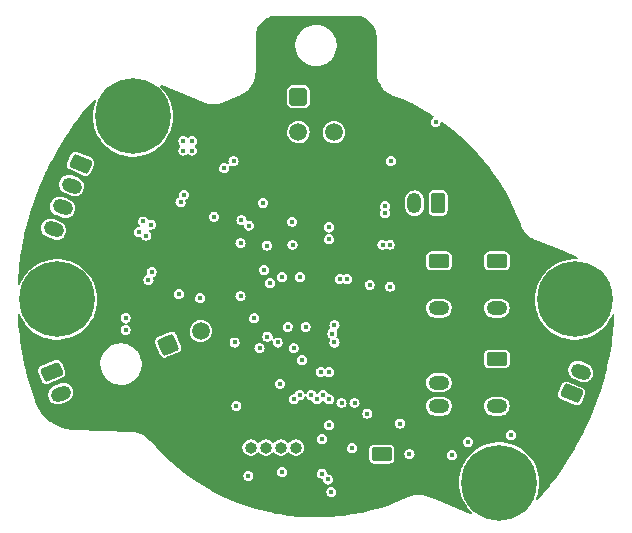
<source format=gbr>
G04 #@! TF.GenerationSoftware,KiCad,Pcbnew,(6.0.0)*
G04 #@! TF.CreationDate,2022-02-27T12:15:00+01:00*
G04 #@! TF.ProjectId,MiniAB-CAN-Board,4d696e69-4142-42d4-9341-4e2d426f6172,1*
G04 #@! TF.SameCoordinates,Original*
G04 #@! TF.FileFunction,Copper,L3,Inr*
G04 #@! TF.FilePolarity,Positive*
%FSLAX46Y46*%
G04 Gerber Fmt 4.6, Leading zero omitted, Abs format (unit mm)*
G04 Created by KiCad (PCBNEW (6.0.0)) date 2022-02-27 12:15:00*
%MOMM*%
%LPD*%
G01*
G04 APERTURE LIST*
G04 Aperture macros list*
%AMRoundRect*
0 Rectangle with rounded corners*
0 $1 Rounding radius*
0 $2 $3 $4 $5 $6 $7 $8 $9 X,Y pos of 4 corners*
0 Add a 4 corners polygon primitive as box body*
4,1,4,$2,$3,$4,$5,$6,$7,$8,$9,$2,$3,0*
0 Add four circle primitives for the rounded corners*
1,1,$1+$1,$2,$3*
1,1,$1+$1,$4,$5*
1,1,$1+$1,$6,$7*
1,1,$1+$1,$8,$9*
0 Add four rect primitives between the rounded corners*
20,1,$1+$1,$2,$3,$4,$5,0*
20,1,$1+$1,$4,$5,$6,$7,0*
20,1,$1+$1,$6,$7,$8,$9,0*
20,1,$1+$1,$8,$9,$2,$3,0*%
%AMHorizOval*
0 Thick line with rounded ends*
0 $1 width*
0 $2 $3 position (X,Y) of the first rounded end (center of the circle)*
0 $4 $5 position (X,Y) of the second rounded end (center of the circle)*
0 Add line between two ends*
20,1,$1,$2,$3,$4,$5,0*
0 Add two circle primitives to create the rounded ends*
1,1,$1,$2,$3*
1,1,$1,$4,$5*%
G04 Aperture macros list end*
G04 #@! TA.AperFunction,ComponentPad*
%ADD10C,0.800000*%
G04 #@! TD*
G04 #@! TA.AperFunction,ComponentPad*
%ADD11C,6.400000*%
G04 #@! TD*
G04 #@! TA.AperFunction,ComponentPad*
%ADD12RoundRect,0.250000X-0.625000X0.350000X-0.625000X-0.350000X0.625000X-0.350000X0.625000X0.350000X0*%
G04 #@! TD*
G04 #@! TA.AperFunction,ComponentPad*
%ADD13O,1.750000X1.200000*%
G04 #@! TD*
G04 #@! TA.AperFunction,ComponentPad*
%ADD14RoundRect,0.250000X0.350000X0.625000X-0.350000X0.625000X-0.350000X-0.625000X0.350000X-0.625000X0*%
G04 #@! TD*
G04 #@! TA.AperFunction,ComponentPad*
%ADD15O,1.200000X1.750000*%
G04 #@! TD*
G04 #@! TA.AperFunction,ComponentPad*
%ADD16R,1.000000X1.000000*%
G04 #@! TD*
G04 #@! TA.AperFunction,ComponentPad*
%ADD17O,1.000000X1.000000*%
G04 #@! TD*
G04 #@! TA.AperFunction,ComponentPad*
%ADD18RoundRect,0.250001X-0.499999X-0.499999X0.499999X-0.499999X0.499999X0.499999X-0.499999X0.499999X0*%
G04 #@! TD*
G04 #@! TA.AperFunction,ComponentPad*
%ADD19C,1.500000*%
G04 #@! TD*
G04 #@! TA.AperFunction,ComponentPad*
%ADD20RoundRect,0.250001X0.653280X-0.270598X0.270598X0.653280X-0.653280X0.270598X-0.270598X-0.653280X0*%
G04 #@! TD*
G04 #@! TA.AperFunction,ComponentPad*
%ADD21RoundRect,0.250000X-0.443486X0.562535X-0.711364X-0.084181X0.443486X-0.562535X0.711364X0.084181X0*%
G04 #@! TD*
G04 #@! TA.AperFunction,ComponentPad*
%ADD22HorizOval,1.200000X-0.254067X0.105238X0.254067X-0.105238X0*%
G04 #@! TD*
G04 #@! TA.AperFunction,ComponentPad*
%ADD23RoundRect,0.250000X-0.711364X0.084181X-0.443486X-0.562535X0.711364X-0.084181X0.443486X0.562535X0*%
G04 #@! TD*
G04 #@! TA.AperFunction,ComponentPad*
%ADD24HorizOval,1.200000X-0.254067X-0.105238X0.254067X0.105238X0*%
G04 #@! TD*
G04 #@! TA.AperFunction,ComponentPad*
%ADD25HorizOval,0.890000X-0.184534X-0.273582X0.184534X0.273582X0*%
G04 #@! TD*
G04 #@! TA.AperFunction,ComponentPad*
%ADD26HorizOval,0.950000X0.124356X-0.083879X-0.124356X0.083879X0*%
G04 #@! TD*
G04 #@! TA.AperFunction,ComponentPad*
%ADD27RoundRect,0.250000X0.443486X-0.562535X0.711364X0.084181X-0.443486X0.562535X-0.711364X-0.084181X0*%
G04 #@! TD*
G04 #@! TA.AperFunction,ViaPad*
%ADD28C,0.450000*%
G04 #@! TD*
G04 APERTURE END LIST*
D10*
X127747679Y-98159769D03*
X125347679Y-100559769D03*
X122947679Y-98159769D03*
X127044735Y-96462713D03*
X127044735Y-99856825D03*
X123650623Y-99856825D03*
X123650623Y-96462713D03*
X125347679Y-95759769D03*
D11*
X125347679Y-98159769D03*
D12*
X120250000Y-79400000D03*
D13*
X120250000Y-81400000D03*
X120250000Y-83400000D03*
D10*
X92651061Y-68857263D03*
X94348117Y-69560207D03*
X96045173Y-65463151D03*
X96748117Y-67160207D03*
X94348117Y-64760207D03*
D11*
X94348117Y-67160207D03*
D10*
X91948117Y-67160207D03*
X96045173Y-68857263D03*
X92651061Y-65463151D03*
D14*
X120175000Y-74500000D03*
D15*
X118175000Y-74500000D03*
D12*
X120250000Y-87700000D03*
D13*
X120250000Y-89700000D03*
X120250000Y-91700000D03*
D16*
X109400000Y-95200000D03*
D17*
X108130000Y-95200000D03*
X106860000Y-95200000D03*
X105590000Y-95200000D03*
X104320000Y-95200000D03*
D18*
X108350000Y-65485000D03*
D19*
X111350000Y-65485000D03*
X108350000Y-68485000D03*
X111350000Y-68485000D03*
D20*
X97325000Y-86475000D03*
D19*
X100096639Y-85326950D03*
D10*
X90327898Y-82659988D03*
X89624954Y-80962932D03*
D11*
X87927898Y-82659988D03*
D10*
X85527898Y-82659988D03*
X87927898Y-85059988D03*
X87927898Y-80259988D03*
X89624954Y-84357044D03*
X86230842Y-80962932D03*
X86230842Y-84357044D03*
D12*
X115400000Y-95750000D03*
D13*
X115400000Y-97750000D03*
D10*
X131767898Y-80259988D03*
D11*
X131767898Y-82659988D03*
D10*
X130070842Y-80962932D03*
X133464954Y-80962932D03*
X130070842Y-84357044D03*
X129367898Y-82659988D03*
X133464954Y-84357044D03*
X131767898Y-85059988D03*
X134167898Y-82659988D03*
D12*
X125150000Y-87700000D03*
D13*
X125150000Y-89700000D03*
X125150000Y-91700000D03*
D12*
X125150000Y-79400000D03*
D13*
X125150000Y-81400000D03*
X125150000Y-83400000D03*
D21*
X89918754Y-71169177D03*
D22*
X89153387Y-73016936D03*
X88388020Y-74864695D03*
X87622653Y-76712454D03*
D23*
X87459183Y-88786597D03*
D24*
X88224550Y-90634356D03*
D25*
X116375319Y-66715076D03*
D26*
X119839724Y-72308635D03*
D25*
X122178582Y-70629426D03*
D26*
X115694536Y-69512670D03*
D27*
X131490000Y-90620000D03*
D22*
X132255367Y-88772241D03*
D28*
X113225000Y-58875000D03*
X108998500Y-86625000D03*
X104400000Y-80650001D03*
X111300000Y-58875000D03*
X89900000Y-93500000D03*
X105593000Y-71802000D03*
X130875000Y-96225000D03*
X130500000Y-78750000D03*
X102358500Y-72200000D03*
X115950000Y-65575000D03*
X114425000Y-59600000D03*
X114850000Y-64350000D03*
X97270078Y-77405897D03*
X85150000Y-78600000D03*
X110975000Y-78400000D03*
X108125000Y-100875000D03*
X104925000Y-64075000D03*
X107825000Y-76725000D03*
X107650000Y-58900000D03*
X102380000Y-83010000D03*
X99467691Y-79939767D03*
X126510000Y-75330000D03*
X117750000Y-99075000D03*
X106471530Y-100616330D03*
X86275000Y-90925000D03*
X131675000Y-94925000D03*
X114675000Y-61225000D03*
X100400000Y-94425000D03*
X105925000Y-59025000D03*
X110975000Y-79175000D03*
X85125000Y-86525000D03*
X121910000Y-69190000D03*
X114675000Y-62925000D03*
X110700000Y-100800000D03*
X105000000Y-60425000D03*
X85525000Y-76750000D03*
X109825000Y-67825000D03*
X93725000Y-93550000D03*
X97675975Y-78385819D03*
X125525000Y-73425000D03*
X116300000Y-99510000D03*
X100123500Y-75184000D03*
X99600000Y-94425000D03*
X113720000Y-78750000D03*
X112140000Y-84040000D03*
X87400000Y-71600000D03*
X107900000Y-80750000D03*
X90375000Y-66950000D03*
X118410000Y-66760000D03*
X127425000Y-77225000D03*
X102700000Y-99425000D03*
X103420000Y-84690000D03*
X99600000Y-93625000D03*
X96696052Y-78791716D03*
X84875000Y-85000000D03*
X88350000Y-69975000D03*
X117375000Y-72575000D03*
X105000000Y-62325000D03*
X98975000Y-97275000D03*
X122225000Y-100275000D03*
X87400000Y-92740000D03*
X100041716Y-78553948D03*
X128950000Y-98825000D03*
X105600000Y-90796980D03*
X104960000Y-76051500D03*
X99061794Y-78959844D03*
X110700000Y-80610000D03*
X92025000Y-93500000D03*
X123375000Y-70500000D03*
X84925000Y-80350000D03*
X102420000Y-66140000D03*
X104577000Y-72818000D03*
X105700000Y-85025000D03*
X103950000Y-65400000D03*
X112575000Y-100725000D03*
X100575000Y-68000000D03*
X119425000Y-99150000D03*
X133650000Y-90425000D03*
X97850000Y-65275000D03*
X104500000Y-71750000D03*
X112614970Y-76448500D03*
X99770000Y-66010000D03*
X104250000Y-100025000D03*
X107800000Y-97890000D03*
X128800000Y-78075000D03*
X115330000Y-80730000D03*
X134500000Y-87000000D03*
X85775000Y-89375000D03*
X109425000Y-58875000D03*
X105593000Y-72818000D03*
X85425000Y-87875000D03*
X89350000Y-68350000D03*
X101278879Y-72196121D03*
X98081872Y-79365741D03*
X97844103Y-76020078D03*
X120825000Y-99700000D03*
X100615741Y-77168128D03*
X99635819Y-77574025D03*
X114450000Y-100350000D03*
X132325000Y-93675000D03*
X98250000Y-77000000D03*
X134750000Y-85425000D03*
X86000000Y-75025000D03*
X103100000Y-92600000D03*
X129875000Y-97650000D03*
X115525000Y-77075000D03*
X134075000Y-88875000D03*
X99229922Y-76594103D03*
X117290000Y-75560000D03*
X100425000Y-98250000D03*
X102200000Y-85800000D03*
X86650000Y-73275000D03*
X124625000Y-72125000D03*
X133000000Y-92075000D03*
X111400000Y-86300000D03*
X111140000Y-98940000D03*
X116175000Y-70950000D03*
X102075000Y-71550000D03*
X117750000Y-95750000D03*
X115690000Y-75340000D03*
X115690000Y-74760000D03*
X116950000Y-93170000D03*
X111228500Y-85550000D03*
X95214118Y-76055797D03*
X95860834Y-76323676D03*
X98640162Y-73794782D03*
X98372286Y-74441500D03*
X94831436Y-76979680D03*
X95478151Y-77247558D03*
X95655231Y-81001040D03*
X95923113Y-80354325D03*
X126350000Y-94131500D03*
X122710000Y-94710000D03*
X121350000Y-95850000D03*
X106800000Y-89800000D03*
X110950000Y-93320000D03*
X110950000Y-91123500D03*
X111400000Y-84850000D03*
X116129423Y-81574974D03*
X102948500Y-86300000D03*
X103450000Y-77900000D03*
X107825000Y-76075000D03*
X109950000Y-91125000D03*
X109450000Y-90775000D03*
X107850000Y-78025000D03*
X108508500Y-80754259D03*
X107950000Y-86800000D03*
X106590000Y-86300000D03*
X106950000Y-80750000D03*
X105060000Y-86800000D03*
X105450000Y-80151698D03*
X105730000Y-85800000D03*
X105950000Y-81250000D03*
X110850000Y-97900000D03*
X110442534Y-90775000D03*
X103526606Y-75928234D03*
X107440000Y-84980000D03*
X108960000Y-84976500D03*
X104150000Y-76400000D03*
X104114970Y-97585030D03*
X108640000Y-87790000D03*
X110350000Y-94475000D03*
X110340000Y-97400000D03*
X110940000Y-77560000D03*
X110940000Y-76540000D03*
X116070000Y-78020000D03*
X114380000Y-81420000D03*
X103450000Y-82380000D03*
X98225000Y-82198500D03*
X119970000Y-67620000D03*
X113100000Y-91400000D03*
X103100000Y-91670000D03*
X112475000Y-80925000D03*
X115470000Y-78020000D03*
X104600000Y-84260000D03*
X112000000Y-91400000D03*
X101198500Y-75650000D03*
X105684259Y-78095741D03*
X114190000Y-92320000D03*
X106980000Y-97264989D03*
X111850000Y-80925000D03*
X112900000Y-95261500D03*
X93720000Y-85230000D03*
X98610000Y-70050000D03*
X99340000Y-70050000D03*
X93720000Y-84230000D03*
X99340000Y-69250000D03*
X98610000Y-69250000D03*
X102860000Y-70960000D03*
X100040000Y-82560000D03*
X105339764Y-74484847D03*
X107950000Y-91120000D03*
X108450000Y-90770000D03*
X110930000Y-88820000D03*
X110231500Y-88820000D03*
G04 #@! TA.AperFunction,Conductor*
G36*
X113161125Y-58622506D02*
G01*
X113172540Y-58625131D01*
X113183415Y-58622670D01*
X113194562Y-58622690D01*
X113194562Y-58622851D01*
X113204567Y-58622064D01*
X113276657Y-58626789D01*
X113401373Y-58634963D01*
X113414200Y-58636651D01*
X113632414Y-58680056D01*
X113644914Y-58683406D01*
X113855589Y-58754921D01*
X113867551Y-58759877D01*
X113949852Y-58800463D01*
X114067078Y-58858272D01*
X114078284Y-58864741D01*
X114263283Y-58988353D01*
X114273537Y-58996221D01*
X114440812Y-59142918D01*
X114449967Y-59152073D01*
X114596665Y-59319349D01*
X114604533Y-59329603D01*
X114728145Y-59514602D01*
X114734614Y-59525808D01*
X114833009Y-59725334D01*
X114837965Y-59737296D01*
X114893965Y-59902265D01*
X114909479Y-59947968D01*
X114912830Y-59960472D01*
X114940473Y-60099442D01*
X114956234Y-60178679D01*
X114957923Y-60191511D01*
X114970789Y-60387804D01*
X114969999Y-60397616D01*
X114970273Y-60397616D01*
X114970253Y-60408766D01*
X114967755Y-60419630D01*
X114970215Y-60430502D01*
X114970215Y-60430504D01*
X114970457Y-60431571D01*
X114972898Y-60453420D01*
X114972898Y-63309885D01*
X114970341Y-63332237D01*
X114967756Y-63343391D01*
X114967755Y-63344107D01*
X114968996Y-63349549D01*
X114969172Y-63351119D01*
X114969605Y-63356147D01*
X114975184Y-63448368D01*
X114984947Y-63609778D01*
X114985486Y-63612718D01*
X114985486Y-63612720D01*
X114985487Y-63612722D01*
X115032924Y-63871574D01*
X115033815Y-63874433D01*
X115111219Y-64122828D01*
X115111222Y-64122836D01*
X115112108Y-64125679D01*
X115221344Y-64368386D01*
X115222888Y-64370940D01*
X115321900Y-64534720D01*
X115359040Y-64596156D01*
X115360884Y-64598510D01*
X115360885Y-64598511D01*
X115496665Y-64771817D01*
X115523186Y-64805668D01*
X115525306Y-64807788D01*
X115539905Y-64822386D01*
X115711391Y-64993866D01*
X115713750Y-64995714D01*
X115713751Y-64995715D01*
X115918552Y-65156161D01*
X115918560Y-65156166D01*
X115920908Y-65158006D01*
X115923469Y-65159554D01*
X116146119Y-65294145D01*
X116146123Y-65294147D01*
X116148682Y-65295694D01*
X116151411Y-65296922D01*
X116379531Y-65399584D01*
X116384308Y-65401890D01*
X116385644Y-65402579D01*
X116390326Y-65405716D01*
X116390658Y-65405842D01*
X116390660Y-65405844D01*
X116390663Y-65405844D01*
X116390995Y-65405971D01*
X116399671Y-65407178D01*
X116423215Y-65413482D01*
X117163603Y-65713554D01*
X117167709Y-65715327D01*
X117921571Y-66061284D01*
X117925593Y-66063241D01*
X118399379Y-66307150D01*
X118648695Y-66435500D01*
X118663065Y-66442898D01*
X118666987Y-66445031D01*
X119277508Y-66795084D01*
X119386546Y-66857603D01*
X119390367Y-66859910D01*
X119472155Y-66911849D01*
X119748786Y-67087523D01*
X119787773Y-67134679D01*
X119791596Y-67195745D01*
X119758796Y-67247395D01*
X119740659Y-67259305D01*
X119723719Y-67267936D01*
X119723717Y-67267937D01*
X119716780Y-67271472D01*
X119621472Y-67366780D01*
X119560281Y-67486874D01*
X119559062Y-67494568D01*
X119559062Y-67494569D01*
X119553393Y-67530363D01*
X119539196Y-67620000D01*
X119560281Y-67753126D01*
X119563817Y-67760065D01*
X119563817Y-67760066D01*
X119587381Y-67806312D01*
X119621472Y-67873220D01*
X119716780Y-67968528D01*
X119723717Y-67972063D01*
X119723719Y-67972064D01*
X119829934Y-68026183D01*
X119836874Y-68029719D01*
X119844568Y-68030938D01*
X119844569Y-68030938D01*
X119962304Y-68049585D01*
X119970000Y-68050804D01*
X119977696Y-68049585D01*
X120095431Y-68030938D01*
X120095432Y-68030938D01*
X120103126Y-68029719D01*
X120110066Y-68026183D01*
X120216281Y-67972064D01*
X120216283Y-67972063D01*
X120223220Y-67968528D01*
X120318528Y-67873220D01*
X120352620Y-67806312D01*
X120376183Y-67760066D01*
X120376183Y-67760065D01*
X120379719Y-67753126D01*
X120390027Y-67688041D01*
X120417804Y-67633525D01*
X120472320Y-67605747D01*
X120532752Y-67615318D01*
X120544601Y-67622438D01*
X120645619Y-67693187D01*
X120773703Y-67782893D01*
X120777277Y-67785519D01*
X121434499Y-68291555D01*
X121437955Y-68294343D01*
X122060835Y-68820415D01*
X122071651Y-68829550D01*
X122075002Y-68832513D01*
X122683869Y-69395788D01*
X122687083Y-69398898D01*
X123269884Y-69989097D01*
X123272952Y-69992347D01*
X123567223Y-70318598D01*
X123828495Y-70608263D01*
X123831415Y-70611651D01*
X124358579Y-71252040D01*
X124361343Y-71255557D01*
X124859034Y-71919088D01*
X124861636Y-71922725D01*
X125322152Y-72598233D01*
X125328864Y-72608079D01*
X125331291Y-72611819D01*
X125767087Y-73317580D01*
X125769327Y-73321397D01*
X125925057Y-73601121D01*
X126172815Y-74046147D01*
X126174901Y-74050103D01*
X126545213Y-74792279D01*
X126547119Y-74796325D01*
X126883535Y-75554481D01*
X126885257Y-75558610D01*
X127175777Y-76302243D01*
X127181826Y-76326206D01*
X127182143Y-76328787D01*
X127182829Y-76334374D01*
X127183074Y-76335047D01*
X127186103Y-76339730D01*
X127187935Y-76343412D01*
X127190129Y-76348129D01*
X127287916Y-76573725D01*
X127380901Y-76733399D01*
X127411105Y-76785265D01*
X127419064Y-76798933D01*
X127467968Y-76863846D01*
X127566277Y-76994338D01*
X127575879Y-77007084D01*
X127669793Y-77105111D01*
X127747201Y-77185909D01*
X127756169Y-77195270D01*
X127758421Y-77197123D01*
X127955158Y-77359002D01*
X127955163Y-77359005D01*
X127957413Y-77360857D01*
X128044832Y-77416912D01*
X128174343Y-77499958D01*
X128174350Y-77499962D01*
X128176797Y-77501531D01*
X128397244Y-77608525D01*
X128402105Y-77611054D01*
X128405547Y-77612968D01*
X128410104Y-77616224D01*
X128410765Y-77616499D01*
X128422573Y-77618506D01*
X128443861Y-77624641D01*
X130797906Y-78599718D01*
X131928258Y-79067925D01*
X131931401Y-79069227D01*
X131977926Y-79108964D01*
X131992210Y-79168458D01*
X131968795Y-79224986D01*
X131916626Y-79256956D01*
X131893342Y-79259691D01*
X131807523Y-79259541D01*
X131589668Y-79259161D01*
X131587003Y-79259446D01*
X131586999Y-79259446D01*
X131226090Y-79298016D01*
X131226088Y-79298016D01*
X131223424Y-79298301D01*
X131220809Y-79298871D01*
X131220804Y-79298872D01*
X131113332Y-79322305D01*
X130863548Y-79376767D01*
X130514252Y-79493640D01*
X130179621Y-79647553D01*
X130177317Y-79648932D01*
X130177315Y-79648933D01*
X129865860Y-79835335D01*
X129865854Y-79835339D01*
X129863570Y-79836706D01*
X129861443Y-79838315D01*
X129861441Y-79838316D01*
X129639991Y-80005797D01*
X129569796Y-80058885D01*
X129428132Y-80192382D01*
X129322671Y-80291764D01*
X129301735Y-80311493D01*
X129221248Y-80405731D01*
X129068274Y-80584841D01*
X129062524Y-80591573D01*
X128854960Y-80895850D01*
X128853702Y-80898206D01*
X128853699Y-80898211D01*
X128684951Y-81214248D01*
X128681472Y-81220764D01*
X128680474Y-81223247D01*
X128680472Y-81223251D01*
X128550957Y-81545431D01*
X128544090Y-81562514D01*
X128543364Y-81565098D01*
X128543363Y-81565100D01*
X128533967Y-81598528D01*
X128444419Y-81917103D01*
X128383627Y-82280381D01*
X128383473Y-82283052D01*
X128383472Y-82283061D01*
X128374737Y-82434569D01*
X128362425Y-82648101D01*
X128362560Y-82650766D01*
X128362560Y-82650771D01*
X128379786Y-82990804D01*
X128381060Y-83015959D01*
X128439314Y-83379653D01*
X128440020Y-83382233D01*
X128440020Y-83382234D01*
X128493637Y-83578224D01*
X128536506Y-83734929D01*
X128537486Y-83737416D01*
X128537488Y-83737423D01*
X128604792Y-83908283D01*
X128671500Y-84077630D01*
X128672742Y-84079996D01*
X128672744Y-84080000D01*
X128728157Y-84185546D01*
X128842715Y-84403747D01*
X128844207Y-84405967D01*
X128844208Y-84405969D01*
X129021442Y-84669719D01*
X129048150Y-84709465D01*
X129049876Y-84711515D01*
X129049877Y-84711516D01*
X129279495Y-84984196D01*
X129285400Y-84991209D01*
X129287339Y-84993062D01*
X129527726Y-85222781D01*
X129551690Y-85245682D01*
X129553810Y-85247309D01*
X129553815Y-85247313D01*
X129736430Y-85387438D01*
X129843906Y-85469907D01*
X130158629Y-85661262D01*
X130161054Y-85662398D01*
X130161056Y-85662399D01*
X130473581Y-85808796D01*
X130492177Y-85817507D01*
X130494718Y-85818377D01*
X130494723Y-85818379D01*
X130728819Y-85898528D01*
X130840649Y-85936816D01*
X131199968Y-86017792D01*
X131565931Y-86059488D01*
X131934256Y-86061416D01*
X132300635Y-86023555D01*
X132611188Y-85956978D01*
X132658170Y-85946906D01*
X132658171Y-85946906D01*
X132660782Y-85946346D01*
X132663317Y-85945508D01*
X132663323Y-85945506D01*
X133007942Y-85831534D01*
X133007947Y-85831532D01*
X133010484Y-85830693D01*
X133345650Y-85677949D01*
X133662359Y-85489901D01*
X133956907Y-85268748D01*
X133988990Y-85238726D01*
X134223885Y-85018914D01*
X134223886Y-85018913D01*
X134225848Y-85017077D01*
X134369558Y-84850000D01*
X134464286Y-84739869D01*
X134464289Y-84739865D01*
X134466036Y-84737834D01*
X134670710Y-84440030D01*
X134673148Y-84436483D01*
X134674660Y-84434283D01*
X134849281Y-84109977D01*
X134861454Y-84080000D01*
X134902846Y-83978062D01*
X134918503Y-83939504D01*
X134957912Y-83892703D01*
X135017306Y-83878004D01*
X135073996Y-83901024D01*
X135106329Y-83952968D01*
X135109072Y-83982302D01*
X135095594Y-84222304D01*
X135082876Y-84448779D01*
X135077259Y-84548792D01*
X135076984Y-84552477D01*
X134989079Y-85489901D01*
X134988989Y-85490858D01*
X134988576Y-85494521D01*
X134904470Y-86133367D01*
X134865559Y-86428926D01*
X134865007Y-86432587D01*
X134707570Y-87359196D01*
X134707141Y-87361718D01*
X134706457Y-87365335D01*
X134580410Y-87969443D01*
X134513952Y-88287956D01*
X134513128Y-88291566D01*
X134444874Y-88566780D01*
X134296236Y-89166117D01*
X134286268Y-89206308D01*
X134285311Y-89209880D01*
X134042350Y-90053220D01*
X134024405Y-90115507D01*
X134023317Y-90119036D01*
X133734063Y-90998069D01*
X133728722Y-91014299D01*
X133727507Y-91017770D01*
X133496242Y-91641050D01*
X133399646Y-91901383D01*
X133398293Y-91904830D01*
X133393550Y-91916281D01*
X133043955Y-92760281D01*
X133037635Y-92775538D01*
X133036154Y-92778931D01*
X132643176Y-93635573D01*
X132641570Y-93638909D01*
X132447614Y-94023116D01*
X132216838Y-94480258D01*
X132215132Y-94483485D01*
X131780885Y-95269196D01*
X131759242Y-95308356D01*
X131757391Y-95311563D01*
X131270966Y-96118828D01*
X131268996Y-96121962D01*
X130752757Y-96910430D01*
X130750671Y-96913490D01*
X130205290Y-97682131D01*
X130203092Y-97685109D01*
X130028278Y-97912932D01*
X129658405Y-98394961D01*
X129629370Y-98432800D01*
X129627072Y-98435683D01*
X129315866Y-98811293D01*
X129025760Y-99161437D01*
X129023345Y-99164243D01*
X128979750Y-99213026D01*
X128645935Y-99586566D01*
X128593062Y-99617356D01*
X128532189Y-99611188D01*
X128486566Y-99570417D01*
X128473621Y-99510617D01*
X128480391Y-99483351D01*
X128556636Y-99295582D01*
X128567637Y-99268489D01*
X128578653Y-99229819D01*
X128605285Y-99136322D01*
X128668544Y-98914251D01*
X128730604Y-98551187D01*
X128753090Y-98183544D01*
X128753173Y-98159769D01*
X128739521Y-97907696D01*
X128733399Y-97794646D01*
X128733398Y-97794637D01*
X128733254Y-97791978D01*
X128714250Y-97675927D01*
X128674163Y-97431126D01*
X128674162Y-97431123D01*
X128673731Y-97428489D01*
X128575299Y-97073555D01*
X128550712Y-97011769D01*
X128440102Y-96733820D01*
X128439110Y-96731327D01*
X128433402Y-96720545D01*
X128276770Y-96424721D01*
X128266757Y-96405810D01*
X128259866Y-96395631D01*
X128061761Y-96103031D01*
X128061758Y-96103028D01*
X128060257Y-96100810D01*
X127822025Y-95819897D01*
X127554847Y-95566355D01*
X127261851Y-95343151D01*
X127257094Y-95340281D01*
X126948758Y-95154281D01*
X126948757Y-95154281D01*
X126946462Y-95152896D01*
X126612370Y-94997816D01*
X126609847Y-94996962D01*
X126609842Y-94996960D01*
X126377975Y-94918478D01*
X126263484Y-94879725D01*
X125903885Y-94800003D01*
X125612928Y-94767881D01*
X125540434Y-94759878D01*
X125540432Y-94759878D01*
X125537779Y-94759585D01*
X125535117Y-94759580D01*
X125535111Y-94759580D01*
X125348384Y-94759254D01*
X125169449Y-94758942D01*
X125166784Y-94759227D01*
X125166780Y-94759227D01*
X124805871Y-94797797D01*
X124805869Y-94797797D01*
X124803205Y-94798082D01*
X124800590Y-94798652D01*
X124800585Y-94798653D01*
X124631908Y-94835431D01*
X124443329Y-94876548D01*
X124094033Y-94993421D01*
X123759402Y-95147334D01*
X123757098Y-95148713D01*
X123757096Y-95148714D01*
X123445641Y-95335116D01*
X123445635Y-95335120D01*
X123443351Y-95336487D01*
X123441224Y-95338096D01*
X123441222Y-95338097D01*
X123200404Y-95520226D01*
X123149577Y-95558666D01*
X123046151Y-95656130D01*
X122938372Y-95757696D01*
X122881516Y-95811274D01*
X122761910Y-95951314D01*
X122717579Y-96003220D01*
X122642305Y-96091354D01*
X122434741Y-96395631D01*
X122433483Y-96397987D01*
X122433480Y-96397992D01*
X122262515Y-96718181D01*
X122261253Y-96720545D01*
X122260255Y-96723028D01*
X122260253Y-96723032D01*
X122144182Y-97011769D01*
X122123871Y-97062295D01*
X122123145Y-97064879D01*
X122123144Y-97064881D01*
X122120706Y-97073555D01*
X122024200Y-97416884D01*
X121963408Y-97780162D01*
X121963254Y-97782833D01*
X121963253Y-97782842D01*
X121953785Y-97947053D01*
X121942206Y-98147882D01*
X121942341Y-98150547D01*
X121942341Y-98150552D01*
X121954723Y-98394961D01*
X121960841Y-98515740D01*
X121961265Y-98518387D01*
X122008360Y-98812411D01*
X122019095Y-98879434D01*
X122019801Y-98882014D01*
X122019801Y-98882015D01*
X122110107Y-99212118D01*
X122116287Y-99234710D01*
X122117267Y-99237197D01*
X122117269Y-99237204D01*
X122202359Y-99453216D01*
X122251281Y-99577411D01*
X122252523Y-99579777D01*
X122252525Y-99579781D01*
X122276255Y-99624979D01*
X122422496Y-99903528D01*
X122423988Y-99905748D01*
X122423989Y-99905750D01*
X122583741Y-100143484D01*
X122627931Y-100209246D01*
X122629657Y-100211296D01*
X122629658Y-100211297D01*
X122782220Y-100392470D01*
X122865181Y-100490990D01*
X122867120Y-100492843D01*
X123034957Y-100653232D01*
X123063965Y-100707105D01*
X123055767Y-100767738D01*
X123013495Y-100811973D01*
X122953295Y-100822913D01*
X122928674Y-100816270D01*
X122918301Y-100811973D01*
X120052643Y-99624979D01*
X119437190Y-99370050D01*
X119417517Y-99359134D01*
X119412765Y-99355738D01*
X119412764Y-99355738D01*
X119408203Y-99352478D01*
X119407542Y-99352203D01*
X119402029Y-99351265D01*
X119398045Y-99350114D01*
X119393121Y-99348551D01*
X119163569Y-99269014D01*
X119163564Y-99269013D01*
X119160806Y-99268057D01*
X118906207Y-99212401D01*
X118903305Y-99212119D01*
X118903299Y-99212118D01*
X118649734Y-99187471D01*
X118649727Y-99187471D01*
X118646818Y-99187188D01*
X118537335Y-99189534D01*
X118389200Y-99192708D01*
X118389197Y-99192708D01*
X118386267Y-99192771D01*
X118383370Y-99193179D01*
X118383364Y-99193179D01*
X118131101Y-99228662D01*
X118131095Y-99228663D01*
X118128196Y-99229071D01*
X117876215Y-99295582D01*
X117873495Y-99296657D01*
X117873492Y-99296658D01*
X117648342Y-99385643D01*
X117643216Y-99387507D01*
X117639456Y-99388758D01*
X117633959Y-99389917D01*
X117633636Y-99390067D01*
X117633634Y-99390067D01*
X117633632Y-99390068D01*
X117633309Y-99390218D01*
X117626360Y-99395609D01*
X117605430Y-99408054D01*
X116880273Y-99725946D01*
X116876189Y-99727629D01*
X116420451Y-99903528D01*
X116108983Y-100023744D01*
X116104816Y-100025246D01*
X115325089Y-100286719D01*
X115320896Y-100288020D01*
X114605253Y-100492843D01*
X114530276Y-100514302D01*
X114525986Y-100515427D01*
X113726019Y-100706079D01*
X113721684Y-100707010D01*
X112913991Y-100861644D01*
X112909618Y-100862380D01*
X112518844Y-100919190D01*
X112095806Y-100980690D01*
X112091440Y-100981226D01*
X111555267Y-101034789D01*
X111273128Y-101062975D01*
X111268707Y-101063317D01*
X110447565Y-101108338D01*
X110443133Y-101108481D01*
X109936043Y-101113540D01*
X109620820Y-101116685D01*
X109616399Y-101116630D01*
X108794514Y-101088000D01*
X108790098Y-101087746D01*
X108483913Y-101063317D01*
X107970357Y-101022342D01*
X107965946Y-101021891D01*
X107548524Y-100969688D01*
X107149903Y-100919836D01*
X107145558Y-100919193D01*
X106334936Y-100780703D01*
X106330592Y-100779861D01*
X105526968Y-100605204D01*
X105522657Y-100604165D01*
X104727678Y-100393701D01*
X104723418Y-100392470D01*
X103938681Y-100146622D01*
X103934480Y-100145202D01*
X103275223Y-99905750D01*
X103161513Y-99864449D01*
X103157386Y-99862844D01*
X102397789Y-99547767D01*
X102393732Y-99545977D01*
X101832256Y-99283022D01*
X101648986Y-99197191D01*
X101645036Y-99195232D01*
X101158102Y-98940000D01*
X110709196Y-98940000D01*
X110730281Y-99073126D01*
X110733817Y-99080065D01*
X110733817Y-99080066D01*
X110775278Y-99161437D01*
X110791472Y-99193220D01*
X110886780Y-99288528D01*
X110893717Y-99292063D01*
X110893719Y-99292064D01*
X110999934Y-99346183D01*
X111006874Y-99349719D01*
X111014568Y-99350938D01*
X111014569Y-99350938D01*
X111132304Y-99369585D01*
X111140000Y-99370804D01*
X111147696Y-99369585D01*
X111265431Y-99350938D01*
X111265432Y-99350938D01*
X111273126Y-99349719D01*
X111280066Y-99346183D01*
X111386281Y-99292064D01*
X111386283Y-99292063D01*
X111393220Y-99288528D01*
X111488528Y-99193220D01*
X111504723Y-99161437D01*
X111546183Y-99080066D01*
X111546183Y-99080065D01*
X111549719Y-99073126D01*
X111570804Y-98940000D01*
X111549719Y-98806874D01*
X111488528Y-98686780D01*
X111393220Y-98591472D01*
X111386283Y-98587937D01*
X111386281Y-98587936D01*
X111280066Y-98533817D01*
X111280065Y-98533817D01*
X111273126Y-98530281D01*
X111265432Y-98529062D01*
X111265431Y-98529062D01*
X111147696Y-98510415D01*
X111140000Y-98509196D01*
X111132304Y-98510415D01*
X111014569Y-98529062D01*
X111014568Y-98529062D01*
X111006874Y-98530281D01*
X110999935Y-98533817D01*
X110999934Y-98533817D01*
X110893719Y-98587936D01*
X110893717Y-98587937D01*
X110886780Y-98591472D01*
X110791472Y-98686780D01*
X110730281Y-98806874D01*
X110709196Y-98940000D01*
X101158102Y-98940000D01*
X101143420Y-98932304D01*
X100916649Y-98813439D01*
X100912769Y-98811293D01*
X100202232Y-98397279D01*
X100198451Y-98394961D01*
X99507159Y-97949538D01*
X99503486Y-97947053D01*
X98993350Y-97585030D01*
X103684166Y-97585030D01*
X103685385Y-97592726D01*
X103698563Y-97675927D01*
X103705251Y-97718156D01*
X103708787Y-97725095D01*
X103708787Y-97725096D01*
X103752526Y-97810938D01*
X103766442Y-97838250D01*
X103861750Y-97933558D01*
X103868687Y-97937093D01*
X103868689Y-97937094D01*
X103888235Y-97947053D01*
X103981844Y-97994749D01*
X103989538Y-97995968D01*
X103989539Y-97995968D01*
X104107274Y-98014615D01*
X104114970Y-98015834D01*
X104122666Y-98014615D01*
X104240401Y-97995968D01*
X104240402Y-97995968D01*
X104248096Y-97994749D01*
X104341705Y-97947053D01*
X104361251Y-97937094D01*
X104361253Y-97937093D01*
X104368190Y-97933558D01*
X104463498Y-97838250D01*
X104477415Y-97810938D01*
X104521153Y-97725096D01*
X104521153Y-97725095D01*
X104524689Y-97718156D01*
X104531378Y-97675927D01*
X104544555Y-97592726D01*
X104545774Y-97585030D01*
X104537553Y-97533126D01*
X104525908Y-97459599D01*
X104525908Y-97459598D01*
X104524689Y-97451904D01*
X104514102Y-97431126D01*
X104467034Y-97338749D01*
X104467033Y-97338747D01*
X104463498Y-97331810D01*
X104396677Y-97264989D01*
X106549196Y-97264989D01*
X106570281Y-97398115D01*
X106573817Y-97405054D01*
X106573817Y-97405055D01*
X106619044Y-97493817D01*
X106631472Y-97518209D01*
X106726780Y-97613517D01*
X106733717Y-97617052D01*
X106733719Y-97617053D01*
X106839934Y-97671172D01*
X106846874Y-97674708D01*
X106854568Y-97675927D01*
X106854569Y-97675927D01*
X106972304Y-97694574D01*
X106980000Y-97695793D01*
X106987696Y-97694574D01*
X107105431Y-97675927D01*
X107105432Y-97675927D01*
X107113126Y-97674708D01*
X107120066Y-97671172D01*
X107226281Y-97617053D01*
X107226283Y-97617052D01*
X107233220Y-97613517D01*
X107328528Y-97518209D01*
X107340957Y-97493817D01*
X107386183Y-97405055D01*
X107386183Y-97405054D01*
X107388758Y-97400000D01*
X109909196Y-97400000D01*
X109911870Y-97416884D01*
X109920461Y-97471122D01*
X109930281Y-97533126D01*
X109933817Y-97540065D01*
X109933817Y-97540066D01*
X109960649Y-97592726D01*
X109991472Y-97653220D01*
X110086780Y-97748528D01*
X110093717Y-97752063D01*
X110093719Y-97752064D01*
X110199934Y-97806183D01*
X110206874Y-97809719D01*
X110214568Y-97810938D01*
X110214569Y-97810938D01*
X110338950Y-97830638D01*
X110393467Y-97858416D01*
X110421244Y-97912932D01*
X110434203Y-97994749D01*
X110440281Y-98033126D01*
X110443817Y-98040065D01*
X110443817Y-98040066D01*
X110497394Y-98145216D01*
X110501472Y-98153220D01*
X110596780Y-98248528D01*
X110603717Y-98252063D01*
X110603719Y-98252064D01*
X110665575Y-98283581D01*
X110716874Y-98309719D01*
X110724568Y-98310938D01*
X110724569Y-98310938D01*
X110842304Y-98329585D01*
X110850000Y-98330804D01*
X110857696Y-98329585D01*
X110975431Y-98310938D01*
X110975432Y-98310938D01*
X110983126Y-98309719D01*
X111034425Y-98283581D01*
X111096281Y-98252064D01*
X111096283Y-98252063D01*
X111103220Y-98248528D01*
X111198528Y-98153220D01*
X111202607Y-98145216D01*
X111256183Y-98040066D01*
X111256183Y-98040065D01*
X111259719Y-98033126D01*
X111280804Y-97900000D01*
X111269925Y-97831311D01*
X111260938Y-97774569D01*
X111260938Y-97774568D01*
X111259719Y-97766874D01*
X111230975Y-97710461D01*
X111202064Y-97653719D01*
X111202063Y-97653717D01*
X111198528Y-97646780D01*
X111103220Y-97551472D01*
X111096283Y-97547937D01*
X111096281Y-97547936D01*
X110990066Y-97493817D01*
X110990065Y-97493817D01*
X110983126Y-97490281D01*
X110975432Y-97489062D01*
X110975431Y-97489062D01*
X110851050Y-97469362D01*
X110796533Y-97441584D01*
X110768756Y-97387068D01*
X110750938Y-97274569D01*
X110750938Y-97274568D01*
X110749719Y-97266874D01*
X110704867Y-97178847D01*
X110692064Y-97153719D01*
X110692063Y-97153717D01*
X110688528Y-97146780D01*
X110593220Y-97051472D01*
X110586283Y-97047937D01*
X110586281Y-97047936D01*
X110480066Y-96993817D01*
X110480065Y-96993817D01*
X110473126Y-96990281D01*
X110465432Y-96989062D01*
X110465431Y-96989062D01*
X110347696Y-96970415D01*
X110340000Y-96969196D01*
X110332304Y-96970415D01*
X110214569Y-96989062D01*
X110214568Y-96989062D01*
X110206874Y-96990281D01*
X110199935Y-96993817D01*
X110199934Y-96993817D01*
X110093719Y-97047936D01*
X110093717Y-97047937D01*
X110086780Y-97051472D01*
X109991472Y-97146780D01*
X109987937Y-97153717D01*
X109987936Y-97153719D01*
X109975133Y-97178847D01*
X109930281Y-97266874D01*
X109909196Y-97400000D01*
X107388758Y-97400000D01*
X107389719Y-97398115D01*
X107410804Y-97264989D01*
X107397161Y-97178847D01*
X107390938Y-97139558D01*
X107390938Y-97139557D01*
X107389719Y-97131863D01*
X107355590Y-97064881D01*
X107332064Y-97018708D01*
X107332063Y-97018706D01*
X107328528Y-97011769D01*
X107233220Y-96916461D01*
X107226283Y-96912926D01*
X107226281Y-96912925D01*
X107120066Y-96858806D01*
X107120065Y-96858806D01*
X107113126Y-96855270D01*
X107105432Y-96854051D01*
X107105431Y-96854051D01*
X106987696Y-96835404D01*
X106980000Y-96834185D01*
X106972304Y-96835404D01*
X106854569Y-96854051D01*
X106854568Y-96854051D01*
X106846874Y-96855270D01*
X106839935Y-96858806D01*
X106839934Y-96858806D01*
X106733719Y-96912925D01*
X106733717Y-96912926D01*
X106726780Y-96916461D01*
X106631472Y-97011769D01*
X106627937Y-97018706D01*
X106627936Y-97018708D01*
X106604410Y-97064881D01*
X106570281Y-97131863D01*
X106569062Y-97139557D01*
X106569062Y-97139558D01*
X106562839Y-97178847D01*
X106549196Y-97264989D01*
X104396677Y-97264989D01*
X104368190Y-97236502D01*
X104361253Y-97232967D01*
X104361251Y-97232966D01*
X104255036Y-97178847D01*
X104255035Y-97178847D01*
X104248096Y-97175311D01*
X104240402Y-97174092D01*
X104240401Y-97174092D01*
X104122666Y-97155445D01*
X104114970Y-97154226D01*
X104107274Y-97155445D01*
X103989539Y-97174092D01*
X103989538Y-97174092D01*
X103981844Y-97175311D01*
X103974905Y-97178847D01*
X103974904Y-97178847D01*
X103868689Y-97232966D01*
X103868687Y-97232967D01*
X103861750Y-97236502D01*
X103766442Y-97331810D01*
X103762907Y-97338747D01*
X103762906Y-97338749D01*
X103715838Y-97431126D01*
X103705251Y-97451904D01*
X103704032Y-97459598D01*
X103704032Y-97459599D01*
X103692387Y-97533126D01*
X103684166Y-97585030D01*
X98993350Y-97585030D01*
X98929990Y-97540066D01*
X98832837Y-97471121D01*
X98829281Y-97468475D01*
X98662811Y-97338749D01*
X98180614Y-96962985D01*
X98177210Y-96960208D01*
X97551794Y-96426145D01*
X97548514Y-96423214D01*
X97260263Y-96153834D01*
X114324500Y-96153834D01*
X114324718Y-96156135D01*
X114324718Y-96156145D01*
X114326913Y-96179361D01*
X114327481Y-96185369D01*
X114372366Y-96313184D01*
X114376761Y-96319135D01*
X114376762Y-96319136D01*
X114439144Y-96403594D01*
X114452850Y-96422150D01*
X114561816Y-96502634D01*
X114689631Y-96547519D01*
X114695638Y-96548087D01*
X114695639Y-96548087D01*
X114718855Y-96550282D01*
X114718865Y-96550282D01*
X114721166Y-96550500D01*
X116078834Y-96550500D01*
X116081135Y-96550282D01*
X116081145Y-96550282D01*
X116104361Y-96548087D01*
X116104362Y-96548087D01*
X116110369Y-96547519D01*
X116238184Y-96502634D01*
X116347150Y-96422150D01*
X116360856Y-96403594D01*
X116423238Y-96319136D01*
X116423239Y-96319135D01*
X116427634Y-96313184D01*
X116472519Y-96185369D01*
X116473087Y-96179361D01*
X116475282Y-96156145D01*
X116475282Y-96156135D01*
X116475500Y-96153834D01*
X116475500Y-95750000D01*
X117319196Y-95750000D01*
X117320415Y-95757696D01*
X117337452Y-95865262D01*
X117340281Y-95883126D01*
X117343817Y-95890065D01*
X117343817Y-95890066D01*
X117394770Y-95990066D01*
X117401472Y-96003220D01*
X117496780Y-96098528D01*
X117503717Y-96102063D01*
X117503719Y-96102064D01*
X117609934Y-96156183D01*
X117616874Y-96159719D01*
X117624568Y-96160938D01*
X117624569Y-96160938D01*
X117713023Y-96174947D01*
X117740890Y-96179361D01*
X117742304Y-96179585D01*
X117750000Y-96180804D01*
X117757696Y-96179585D01*
X117759111Y-96179361D01*
X117786977Y-96174947D01*
X117875431Y-96160938D01*
X117875432Y-96160938D01*
X117883126Y-96159719D01*
X117890066Y-96156183D01*
X117996281Y-96102064D01*
X117996283Y-96102063D01*
X118003220Y-96098528D01*
X118098528Y-96003220D01*
X118105231Y-95990066D01*
X118156183Y-95890066D01*
X118156183Y-95890065D01*
X118159719Y-95883126D01*
X118162549Y-95865262D01*
X118164966Y-95850000D01*
X120919196Y-95850000D01*
X120940281Y-95983126D01*
X120943817Y-95990065D01*
X120943817Y-95990066D01*
X120996553Y-96093565D01*
X121001472Y-96103220D01*
X121096780Y-96198528D01*
X121103717Y-96202063D01*
X121103719Y-96202064D01*
X121209934Y-96256183D01*
X121216874Y-96259719D01*
X121224568Y-96260938D01*
X121224569Y-96260938D01*
X121342304Y-96279585D01*
X121350000Y-96280804D01*
X121357696Y-96279585D01*
X121475431Y-96260938D01*
X121475432Y-96260938D01*
X121483126Y-96259719D01*
X121490066Y-96256183D01*
X121596281Y-96202064D01*
X121596283Y-96202063D01*
X121603220Y-96198528D01*
X121698528Y-96103220D01*
X121703448Y-96093565D01*
X121756183Y-95990066D01*
X121756183Y-95990065D01*
X121759719Y-95983126D01*
X121780804Y-95850000D01*
X121769407Y-95778041D01*
X121760938Y-95724569D01*
X121760938Y-95724568D01*
X121759719Y-95716874D01*
X121731292Y-95661083D01*
X121702064Y-95603719D01*
X121702063Y-95603717D01*
X121698528Y-95596780D01*
X121603220Y-95501472D01*
X121596283Y-95497937D01*
X121596281Y-95497936D01*
X121490066Y-95443817D01*
X121490065Y-95443817D01*
X121483126Y-95440281D01*
X121475432Y-95439062D01*
X121475431Y-95439062D01*
X121357696Y-95420415D01*
X121350000Y-95419196D01*
X121342304Y-95420415D01*
X121224569Y-95439062D01*
X121224568Y-95439062D01*
X121216874Y-95440281D01*
X121209935Y-95443817D01*
X121209934Y-95443817D01*
X121103719Y-95497936D01*
X121103717Y-95497937D01*
X121096780Y-95501472D01*
X121001472Y-95596780D01*
X120997937Y-95603717D01*
X120997936Y-95603719D01*
X120968708Y-95661083D01*
X120940281Y-95716874D01*
X120939062Y-95724568D01*
X120939062Y-95724569D01*
X120930593Y-95778041D01*
X120919196Y-95850000D01*
X118164966Y-95850000D01*
X118179585Y-95757696D01*
X118180804Y-95750000D01*
X118168575Y-95672786D01*
X118160938Y-95624569D01*
X118160938Y-95624568D01*
X118159719Y-95616874D01*
X118149481Y-95596780D01*
X118102064Y-95503719D01*
X118102063Y-95503717D01*
X118098528Y-95496780D01*
X118003220Y-95401472D01*
X117996283Y-95397937D01*
X117996281Y-95397936D01*
X117890066Y-95343817D01*
X117890065Y-95343817D01*
X117883126Y-95340281D01*
X117875432Y-95339062D01*
X117875431Y-95339062D01*
X117786978Y-95325053D01*
X117750000Y-95319196D01*
X117713022Y-95325053D01*
X117624569Y-95339062D01*
X117624568Y-95339062D01*
X117616874Y-95340281D01*
X117609935Y-95343817D01*
X117609934Y-95343817D01*
X117503719Y-95397936D01*
X117503717Y-95397937D01*
X117496780Y-95401472D01*
X117401472Y-95496780D01*
X117397937Y-95503717D01*
X117397936Y-95503719D01*
X117350519Y-95596780D01*
X117340281Y-95616874D01*
X117339062Y-95624568D01*
X117339062Y-95624569D01*
X117331425Y-95672786D01*
X117319196Y-95750000D01*
X116475500Y-95750000D01*
X116475500Y-95346166D01*
X116475085Y-95341767D01*
X116473087Y-95320639D01*
X116473087Y-95320638D01*
X116472519Y-95314631D01*
X116427634Y-95186816D01*
X116392749Y-95139585D01*
X116351550Y-95083807D01*
X116347150Y-95077850D01*
X116284641Y-95031680D01*
X116244136Y-95001762D01*
X116244135Y-95001761D01*
X116238184Y-94997366D01*
X116110369Y-94952481D01*
X116104362Y-94951913D01*
X116104361Y-94951913D01*
X116081145Y-94949718D01*
X116081135Y-94949718D01*
X116078834Y-94949500D01*
X114721166Y-94949500D01*
X114718865Y-94949718D01*
X114718855Y-94949718D01*
X114695639Y-94951913D01*
X114695638Y-94951913D01*
X114689631Y-94952481D01*
X114561816Y-94997366D01*
X114555865Y-95001761D01*
X114555864Y-95001762D01*
X114515359Y-95031680D01*
X114452850Y-95077850D01*
X114448450Y-95083807D01*
X114407252Y-95139585D01*
X114372366Y-95186816D01*
X114327481Y-95314631D01*
X114326913Y-95320638D01*
X114326913Y-95320639D01*
X114324916Y-95341767D01*
X114324500Y-95346166D01*
X114324500Y-96153834D01*
X97260263Y-96153834D01*
X96947672Y-95861707D01*
X96944508Y-95858615D01*
X96906630Y-95819897D01*
X96369394Y-95270745D01*
X96366421Y-95267566D01*
X96299392Y-95192611D01*
X103614394Y-95192611D01*
X103615049Y-95198544D01*
X103615049Y-95198548D01*
X103631346Y-95346166D01*
X103632999Y-95361135D01*
X103691266Y-95520356D01*
X103694591Y-95525305D01*
X103694592Y-95525306D01*
X103721089Y-95564737D01*
X103785830Y-95661083D01*
X103911233Y-95775191D01*
X104060235Y-95856092D01*
X104095189Y-95865262D01*
X104218464Y-95897603D01*
X104218468Y-95897604D01*
X104224233Y-95899116D01*
X104230194Y-95899210D01*
X104230197Y-95899210D01*
X104308965Y-95900447D01*
X104393760Y-95901779D01*
X104399575Y-95900447D01*
X104399577Y-95900447D01*
X104553206Y-95865262D01*
X104553209Y-95865261D01*
X104559029Y-95863928D01*
X104566450Y-95860196D01*
X104705165Y-95790429D01*
X104710498Y-95787747D01*
X104715035Y-95783872D01*
X104715038Y-95783870D01*
X104834888Y-95681508D01*
X104834891Y-95681505D01*
X104839423Y-95677634D01*
X104851316Y-95661083D01*
X104873879Y-95629684D01*
X104923189Y-95593461D01*
X104984374Y-95593140D01*
X105036446Y-95632237D01*
X105055830Y-95661083D01*
X105181233Y-95775191D01*
X105330235Y-95856092D01*
X105365189Y-95865262D01*
X105488464Y-95897603D01*
X105488468Y-95897604D01*
X105494233Y-95899116D01*
X105500194Y-95899210D01*
X105500197Y-95899210D01*
X105578965Y-95900447D01*
X105663760Y-95901779D01*
X105669575Y-95900447D01*
X105669577Y-95900447D01*
X105823206Y-95865262D01*
X105823209Y-95865261D01*
X105829029Y-95863928D01*
X105836450Y-95860196D01*
X105975165Y-95790429D01*
X105980498Y-95787747D01*
X105985035Y-95783872D01*
X105985038Y-95783870D01*
X106104888Y-95681508D01*
X106104891Y-95681505D01*
X106109423Y-95677634D01*
X106121316Y-95661083D01*
X106143879Y-95629684D01*
X106193189Y-95593461D01*
X106254374Y-95593140D01*
X106306446Y-95632237D01*
X106325830Y-95661083D01*
X106451233Y-95775191D01*
X106600235Y-95856092D01*
X106635189Y-95865262D01*
X106758464Y-95897603D01*
X106758468Y-95897604D01*
X106764233Y-95899116D01*
X106770194Y-95899210D01*
X106770197Y-95899210D01*
X106848965Y-95900447D01*
X106933760Y-95901779D01*
X106939575Y-95900447D01*
X106939577Y-95900447D01*
X107093206Y-95865262D01*
X107093209Y-95865261D01*
X107099029Y-95863928D01*
X107106450Y-95860196D01*
X107245165Y-95790429D01*
X107250498Y-95787747D01*
X107255035Y-95783872D01*
X107255038Y-95783870D01*
X107374888Y-95681508D01*
X107374891Y-95681505D01*
X107379423Y-95677634D01*
X107391316Y-95661083D01*
X107413879Y-95629684D01*
X107463189Y-95593461D01*
X107524374Y-95593140D01*
X107576446Y-95632237D01*
X107595830Y-95661083D01*
X107721233Y-95775191D01*
X107870235Y-95856092D01*
X107905189Y-95865262D01*
X108028464Y-95897603D01*
X108028468Y-95897604D01*
X108034233Y-95899116D01*
X108040194Y-95899210D01*
X108040197Y-95899210D01*
X108118965Y-95900447D01*
X108203760Y-95901779D01*
X108209575Y-95900447D01*
X108209577Y-95900447D01*
X108363206Y-95865262D01*
X108363209Y-95865261D01*
X108369029Y-95863928D01*
X108376450Y-95860196D01*
X108515165Y-95790429D01*
X108520498Y-95787747D01*
X108525035Y-95783872D01*
X108525038Y-95783870D01*
X108644888Y-95681508D01*
X108644891Y-95681505D01*
X108649423Y-95677634D01*
X108687554Y-95624569D01*
X108744877Y-95544796D01*
X108744878Y-95544794D01*
X108748361Y-95539947D01*
X108758503Y-95514720D01*
X108809377Y-95388167D01*
X108809378Y-95388165D01*
X108811601Y-95382634D01*
X108815505Y-95355204D01*
X108828841Y-95261500D01*
X112469196Y-95261500D01*
X112470415Y-95269196D01*
X112488382Y-95382634D01*
X112490281Y-95394626D01*
X112493817Y-95401565D01*
X112493817Y-95401566D01*
X112545867Y-95503719D01*
X112551472Y-95514720D01*
X112646780Y-95610028D01*
X112653717Y-95613563D01*
X112653719Y-95613564D01*
X112737260Y-95656130D01*
X112766874Y-95671219D01*
X112774568Y-95672438D01*
X112774569Y-95672438D01*
X112892304Y-95691085D01*
X112900000Y-95692304D01*
X112907696Y-95691085D01*
X113025431Y-95672438D01*
X113025432Y-95672438D01*
X113033126Y-95671219D01*
X113062740Y-95656130D01*
X113146281Y-95613564D01*
X113146283Y-95613563D01*
X113153220Y-95610028D01*
X113248528Y-95514720D01*
X113254134Y-95503719D01*
X113306183Y-95401566D01*
X113306183Y-95401565D01*
X113309719Y-95394626D01*
X113311619Y-95382634D01*
X113329585Y-95269196D01*
X113330804Y-95261500D01*
X113309719Y-95128374D01*
X113281734Y-95073450D01*
X113252064Y-95015219D01*
X113252063Y-95015217D01*
X113248528Y-95008280D01*
X113153220Y-94912972D01*
X113146283Y-94909437D01*
X113146281Y-94909436D01*
X113040066Y-94855317D01*
X113040065Y-94855317D01*
X113033126Y-94851781D01*
X113025432Y-94850562D01*
X113025431Y-94850562D01*
X112907696Y-94831915D01*
X112900000Y-94830696D01*
X112892304Y-94831915D01*
X112774569Y-94850562D01*
X112774568Y-94850562D01*
X112766874Y-94851781D01*
X112759935Y-94855317D01*
X112759934Y-94855317D01*
X112653719Y-94909436D01*
X112653717Y-94909437D01*
X112646780Y-94912972D01*
X112551472Y-95008280D01*
X112547937Y-95015217D01*
X112547936Y-95015219D01*
X112518266Y-95073450D01*
X112490281Y-95128374D01*
X112469196Y-95261500D01*
X108828841Y-95261500D01*
X108835034Y-95217985D01*
X108835034Y-95217979D01*
X108835490Y-95214778D01*
X108835645Y-95200000D01*
X108815276Y-95031680D01*
X108755345Y-94873077D01*
X108729472Y-94835431D01*
X108662692Y-94738267D01*
X108659312Y-94733349D01*
X108532721Y-94620560D01*
X108382881Y-94541224D01*
X108300661Y-94520572D01*
X108224231Y-94501373D01*
X108224228Y-94501373D01*
X108218441Y-94499919D01*
X108132841Y-94499471D01*
X108054861Y-94499062D01*
X108054859Y-94499062D01*
X108048895Y-94499031D01*
X108043099Y-94500423D01*
X108043095Y-94500423D01*
X107935703Y-94526207D01*
X107884032Y-94538612D01*
X107838130Y-94562304D01*
X107738675Y-94613636D01*
X107738673Y-94613638D01*
X107733369Y-94616375D01*
X107605604Y-94727831D01*
X107602174Y-94732712D01*
X107602170Y-94732716D01*
X107576236Y-94769616D01*
X107527307Y-94806353D01*
X107466129Y-94807313D01*
X107413653Y-94768766D01*
X107389312Y-94733349D01*
X107262721Y-94620560D01*
X107112881Y-94541224D01*
X107030661Y-94520572D01*
X106954231Y-94501373D01*
X106954228Y-94501373D01*
X106948441Y-94499919D01*
X106862841Y-94499471D01*
X106784861Y-94499062D01*
X106784859Y-94499062D01*
X106778895Y-94499031D01*
X106773099Y-94500423D01*
X106773095Y-94500423D01*
X106665703Y-94526207D01*
X106614032Y-94538612D01*
X106568130Y-94562304D01*
X106468675Y-94613636D01*
X106468673Y-94613638D01*
X106463369Y-94616375D01*
X106335604Y-94727831D01*
X106332174Y-94732712D01*
X106332170Y-94732716D01*
X106306236Y-94769616D01*
X106257307Y-94806353D01*
X106196129Y-94807313D01*
X106143653Y-94768766D01*
X106119312Y-94733349D01*
X105992721Y-94620560D01*
X105842881Y-94541224D01*
X105760661Y-94520572D01*
X105684231Y-94501373D01*
X105684228Y-94501373D01*
X105678441Y-94499919D01*
X105592841Y-94499471D01*
X105514861Y-94499062D01*
X105514859Y-94499062D01*
X105508895Y-94499031D01*
X105503099Y-94500423D01*
X105503095Y-94500423D01*
X105395703Y-94526207D01*
X105344032Y-94538612D01*
X105298130Y-94562304D01*
X105198675Y-94613636D01*
X105198673Y-94613638D01*
X105193369Y-94616375D01*
X105065604Y-94727831D01*
X105062174Y-94732712D01*
X105062170Y-94732716D01*
X105036236Y-94769616D01*
X104987307Y-94806353D01*
X104926129Y-94807313D01*
X104873653Y-94768766D01*
X104849312Y-94733349D01*
X104722721Y-94620560D01*
X104572881Y-94541224D01*
X104490661Y-94520572D01*
X104414231Y-94501373D01*
X104414228Y-94501373D01*
X104408441Y-94499919D01*
X104322841Y-94499471D01*
X104244861Y-94499062D01*
X104244859Y-94499062D01*
X104238895Y-94499031D01*
X104233099Y-94500423D01*
X104233095Y-94500423D01*
X104125703Y-94526207D01*
X104074032Y-94538612D01*
X104028130Y-94562304D01*
X103928675Y-94613636D01*
X103928673Y-94613638D01*
X103923369Y-94616375D01*
X103795604Y-94727831D01*
X103792173Y-94732713D01*
X103792172Y-94732714D01*
X103701544Y-94861665D01*
X103698113Y-94866547D01*
X103679001Y-94915567D01*
X103640148Y-95015219D01*
X103636524Y-95024513D01*
X103614394Y-95192611D01*
X96299392Y-95192611D01*
X95838947Y-94677721D01*
X95824910Y-94657401D01*
X95823686Y-94655048D01*
X95821103Y-94650080D01*
X95820639Y-94649535D01*
X95816144Y-94646194D01*
X95813135Y-94643377D01*
X95809468Y-94639762D01*
X95650852Y-94475000D01*
X109919196Y-94475000D01*
X109920415Y-94482696D01*
X109933024Y-94562304D01*
X109940281Y-94608126D01*
X109943817Y-94615065D01*
X109943817Y-94615066D01*
X109996110Y-94717696D01*
X110001472Y-94728220D01*
X110096780Y-94823528D01*
X110103717Y-94827063D01*
X110103719Y-94827064D01*
X110209934Y-94881183D01*
X110216874Y-94884719D01*
X110224568Y-94885938D01*
X110224569Y-94885938D01*
X110342304Y-94904585D01*
X110350000Y-94905804D01*
X110357696Y-94904585D01*
X110475431Y-94885938D01*
X110475432Y-94885938D01*
X110483126Y-94884719D01*
X110490066Y-94881183D01*
X110596281Y-94827064D01*
X110596283Y-94827063D01*
X110603220Y-94823528D01*
X110698528Y-94728220D01*
X110703891Y-94717696D01*
X110707812Y-94710000D01*
X122279196Y-94710000D01*
X122280415Y-94717696D01*
X122293405Y-94799710D01*
X122300281Y-94843126D01*
X122303817Y-94850065D01*
X122303817Y-94850066D01*
X122355711Y-94951913D01*
X122361472Y-94963220D01*
X122456780Y-95058528D01*
X122463717Y-95062063D01*
X122463719Y-95062064D01*
X122569934Y-95116183D01*
X122576874Y-95119719D01*
X122584568Y-95120938D01*
X122584569Y-95120938D01*
X122702304Y-95139585D01*
X122710000Y-95140804D01*
X122717696Y-95139585D01*
X122835431Y-95120938D01*
X122835432Y-95120938D01*
X122843126Y-95119719D01*
X122850066Y-95116183D01*
X122956281Y-95062064D01*
X122956283Y-95062063D01*
X122963220Y-95058528D01*
X123058528Y-94963220D01*
X123064290Y-94951913D01*
X123116183Y-94850066D01*
X123116183Y-94850065D01*
X123119719Y-94843126D01*
X123126596Y-94799710D01*
X123139585Y-94717696D01*
X123140804Y-94710000D01*
X123132473Y-94657401D01*
X123120938Y-94584569D01*
X123120938Y-94584568D01*
X123119719Y-94576874D01*
X123101619Y-94541351D01*
X123062064Y-94463719D01*
X123062063Y-94463717D01*
X123058528Y-94456780D01*
X122963220Y-94361472D01*
X122956283Y-94357937D01*
X122956281Y-94357936D01*
X122850066Y-94303817D01*
X122850065Y-94303817D01*
X122843126Y-94300281D01*
X122835432Y-94299062D01*
X122835431Y-94299062D01*
X122746978Y-94285053D01*
X122710000Y-94279196D01*
X122673022Y-94285053D01*
X122584569Y-94299062D01*
X122584568Y-94299062D01*
X122576874Y-94300281D01*
X122569935Y-94303817D01*
X122569934Y-94303817D01*
X122463719Y-94357936D01*
X122463717Y-94357937D01*
X122456780Y-94361472D01*
X122361472Y-94456780D01*
X122357937Y-94463717D01*
X122357936Y-94463719D01*
X122318381Y-94541351D01*
X122300281Y-94576874D01*
X122299062Y-94584568D01*
X122299062Y-94584569D01*
X122287527Y-94657401D01*
X122279196Y-94710000D01*
X110707812Y-94710000D01*
X110756183Y-94615066D01*
X110756183Y-94615065D01*
X110759719Y-94608126D01*
X110766977Y-94562304D01*
X110779585Y-94482696D01*
X110780804Y-94475000D01*
X110759719Y-94341874D01*
X110740328Y-94303817D01*
X110702064Y-94228719D01*
X110702063Y-94228717D01*
X110698528Y-94221780D01*
X110608248Y-94131500D01*
X125919196Y-94131500D01*
X125940281Y-94264626D01*
X125943817Y-94271565D01*
X125943817Y-94271566D01*
X125989627Y-94361472D01*
X126001472Y-94384720D01*
X126096780Y-94480028D01*
X126103717Y-94483563D01*
X126103719Y-94483564D01*
X126209934Y-94537683D01*
X126216874Y-94541219D01*
X126224568Y-94542438D01*
X126224569Y-94542438D01*
X126342304Y-94561085D01*
X126350000Y-94562304D01*
X126357696Y-94561085D01*
X126475431Y-94542438D01*
X126475432Y-94542438D01*
X126483126Y-94541219D01*
X126490066Y-94537683D01*
X126596281Y-94483564D01*
X126596283Y-94483563D01*
X126603220Y-94480028D01*
X126698528Y-94384720D01*
X126710374Y-94361472D01*
X126756183Y-94271566D01*
X126756183Y-94271565D01*
X126759719Y-94264626D01*
X126780804Y-94131500D01*
X126767170Y-94045415D01*
X126760938Y-94006069D01*
X126760938Y-94006068D01*
X126759719Y-93998374D01*
X126756183Y-93991434D01*
X126702064Y-93885219D01*
X126702063Y-93885217D01*
X126698528Y-93878280D01*
X126603220Y-93782972D01*
X126596283Y-93779437D01*
X126596281Y-93779436D01*
X126490066Y-93725317D01*
X126490065Y-93725317D01*
X126483126Y-93721781D01*
X126475432Y-93720562D01*
X126475431Y-93720562D01*
X126357696Y-93701915D01*
X126350000Y-93700696D01*
X126342304Y-93701915D01*
X126224569Y-93720562D01*
X126224568Y-93720562D01*
X126216874Y-93721781D01*
X126209935Y-93725317D01*
X126209934Y-93725317D01*
X126103719Y-93779436D01*
X126103717Y-93779437D01*
X126096780Y-93782972D01*
X126001472Y-93878280D01*
X125997937Y-93885217D01*
X125997936Y-93885219D01*
X125943817Y-93991434D01*
X125940281Y-93998374D01*
X125939062Y-94006068D01*
X125939062Y-94006069D01*
X125932830Y-94045415D01*
X125919196Y-94131500D01*
X110608248Y-94131500D01*
X110603220Y-94126472D01*
X110596283Y-94122937D01*
X110596281Y-94122936D01*
X110490066Y-94068817D01*
X110490065Y-94068817D01*
X110483126Y-94065281D01*
X110475432Y-94064062D01*
X110475431Y-94064062D01*
X110357696Y-94045415D01*
X110350000Y-94044196D01*
X110342304Y-94045415D01*
X110224569Y-94064062D01*
X110224568Y-94064062D01*
X110216874Y-94065281D01*
X110209935Y-94068817D01*
X110209934Y-94068817D01*
X110103719Y-94122936D01*
X110103717Y-94122937D01*
X110096780Y-94126472D01*
X110001472Y-94221780D01*
X109997937Y-94228717D01*
X109997936Y-94228719D01*
X109959672Y-94303817D01*
X109940281Y-94341874D01*
X109919196Y-94475000D01*
X95650852Y-94475000D01*
X95640954Y-94464718D01*
X95640948Y-94464713D01*
X95638924Y-94462610D01*
X95437277Y-94297509D01*
X95423217Y-94288541D01*
X95220021Y-94158942D01*
X95217550Y-94157366D01*
X94982816Y-94044140D01*
X94736358Y-93959416D01*
X94481621Y-93904377D01*
X94237672Y-93881263D01*
X94232246Y-93880597D01*
X94228353Y-93880010D01*
X94222929Y-93878549D01*
X94222213Y-93878523D01*
X94216730Y-93879572D01*
X94216725Y-93879572D01*
X94210443Y-93880773D01*
X94188355Y-93882473D01*
X91805892Y-93798322D01*
X89408646Y-93713648D01*
X89386567Y-93710349D01*
X89375250Y-93707322D01*
X89364293Y-93709397D01*
X89355840Y-93709084D01*
X89342906Y-93709747D01*
X89236351Y-93700696D01*
X89020161Y-93682332D01*
X89010465Y-93681023D01*
X88823972Y-93646391D01*
X88665425Y-93616949D01*
X88655922Y-93614693D01*
X88318891Y-93516873D01*
X88309657Y-93513691D01*
X87983931Y-93383083D01*
X87975044Y-93378999D01*
X87861777Y-93320000D01*
X110519196Y-93320000D01*
X110540281Y-93453126D01*
X110543817Y-93460065D01*
X110543817Y-93460066D01*
X110575407Y-93522064D01*
X110601472Y-93573220D01*
X110696780Y-93668528D01*
X110703717Y-93672063D01*
X110703719Y-93672064D01*
X110809934Y-93726183D01*
X110816874Y-93729719D01*
X110824568Y-93730938D01*
X110824569Y-93730938D01*
X110942304Y-93749585D01*
X110950000Y-93750804D01*
X110957696Y-93749585D01*
X111075431Y-93730938D01*
X111075432Y-93730938D01*
X111083126Y-93729719D01*
X111090066Y-93726183D01*
X111196281Y-93672064D01*
X111196283Y-93672063D01*
X111203220Y-93668528D01*
X111298528Y-93573220D01*
X111324594Y-93522064D01*
X111356183Y-93460066D01*
X111356183Y-93460065D01*
X111359719Y-93453126D01*
X111380804Y-93320000D01*
X111359719Y-93186874D01*
X111351121Y-93170000D01*
X116519196Y-93170000D01*
X116520415Y-93177696D01*
X116525838Y-93211933D01*
X116540281Y-93303126D01*
X116543817Y-93310065D01*
X116543817Y-93310066D01*
X116581022Y-93383084D01*
X116601472Y-93423220D01*
X116696780Y-93518528D01*
X116703717Y-93522063D01*
X116703719Y-93522064D01*
X116790500Y-93566281D01*
X116816874Y-93579719D01*
X116824568Y-93580938D01*
X116824569Y-93580938D01*
X116942304Y-93599585D01*
X116950000Y-93600804D01*
X116957696Y-93599585D01*
X117075431Y-93580938D01*
X117075432Y-93580938D01*
X117083126Y-93579719D01*
X117109500Y-93566281D01*
X117196281Y-93522064D01*
X117196283Y-93522063D01*
X117203220Y-93518528D01*
X117298528Y-93423220D01*
X117318979Y-93383084D01*
X117356183Y-93310066D01*
X117356183Y-93310065D01*
X117359719Y-93303126D01*
X117374163Y-93211933D01*
X117379585Y-93177696D01*
X117380804Y-93170000D01*
X117359719Y-93036874D01*
X117334914Y-92988192D01*
X117302064Y-92923719D01*
X117302063Y-92923717D01*
X117298528Y-92916780D01*
X117203220Y-92821472D01*
X117196283Y-92817937D01*
X117196281Y-92817936D01*
X117090066Y-92763817D01*
X117090065Y-92763817D01*
X117083126Y-92760281D01*
X117075432Y-92759062D01*
X117075431Y-92759062D01*
X116957696Y-92740415D01*
X116950000Y-92739196D01*
X116942304Y-92740415D01*
X116824569Y-92759062D01*
X116824568Y-92759062D01*
X116816874Y-92760281D01*
X116809935Y-92763817D01*
X116809934Y-92763817D01*
X116703719Y-92817936D01*
X116703717Y-92817937D01*
X116696780Y-92821472D01*
X116601472Y-92916780D01*
X116597937Y-92923717D01*
X116597936Y-92923719D01*
X116565086Y-92988192D01*
X116540281Y-93036874D01*
X116519196Y-93170000D01*
X111351121Y-93170000D01*
X111298528Y-93066780D01*
X111203220Y-92971472D01*
X111196283Y-92967937D01*
X111196281Y-92967936D01*
X111090066Y-92913817D01*
X111090065Y-92913817D01*
X111083126Y-92910281D01*
X111075432Y-92909062D01*
X111075431Y-92909062D01*
X110957696Y-92890415D01*
X110950000Y-92889196D01*
X110942304Y-92890415D01*
X110824569Y-92909062D01*
X110824568Y-92909062D01*
X110816874Y-92910281D01*
X110809935Y-92913817D01*
X110809934Y-92913817D01*
X110703719Y-92967936D01*
X110703717Y-92967937D01*
X110696780Y-92971472D01*
X110601472Y-93066780D01*
X110540281Y-93186874D01*
X110519196Y-93320000D01*
X87861777Y-93320000D01*
X87663800Y-93216877D01*
X87655356Y-93211933D01*
X87572125Y-93157512D01*
X87361641Y-93019884D01*
X87353741Y-93014142D01*
X87080402Y-92794027D01*
X87073105Y-92787531D01*
X86946441Y-92663022D01*
X86822839Y-92541522D01*
X86816209Y-92534327D01*
X86637470Y-92320000D01*
X113759196Y-92320000D01*
X113765053Y-92356978D01*
X113775281Y-92421554D01*
X113780281Y-92453126D01*
X113783817Y-92460065D01*
X113783817Y-92460066D01*
X113804221Y-92500110D01*
X113841472Y-92573220D01*
X113936780Y-92668528D01*
X113943717Y-92672063D01*
X113943719Y-92672064D01*
X114037862Y-92720032D01*
X114056874Y-92729719D01*
X114064568Y-92730938D01*
X114064569Y-92730938D01*
X114182304Y-92749585D01*
X114190000Y-92750804D01*
X114197696Y-92749585D01*
X114315431Y-92730938D01*
X114315432Y-92730938D01*
X114323126Y-92729719D01*
X114342138Y-92720032D01*
X114436281Y-92672064D01*
X114436283Y-92672063D01*
X114443220Y-92668528D01*
X114538528Y-92573220D01*
X114575780Y-92500110D01*
X114596183Y-92460066D01*
X114596183Y-92460065D01*
X114599719Y-92453126D01*
X114604720Y-92421554D01*
X114614947Y-92356978D01*
X114620804Y-92320000D01*
X114611468Y-92261057D01*
X114600938Y-92194569D01*
X114600938Y-92194568D01*
X114599719Y-92186874D01*
X114596183Y-92179934D01*
X114542064Y-92073719D01*
X114542063Y-92073717D01*
X114538528Y-92066780D01*
X114443220Y-91971472D01*
X114436283Y-91967937D01*
X114436281Y-91967936D01*
X114330066Y-91913817D01*
X114330065Y-91913817D01*
X114323126Y-91910281D01*
X114315432Y-91909062D01*
X114315431Y-91909062D01*
X114197696Y-91890415D01*
X114190000Y-91889196D01*
X114182304Y-91890415D01*
X114064569Y-91909062D01*
X114064568Y-91909062D01*
X114056874Y-91910281D01*
X114049935Y-91913817D01*
X114049934Y-91913817D01*
X113943719Y-91967936D01*
X113943717Y-91967937D01*
X113936780Y-91971472D01*
X113841472Y-92066780D01*
X113837937Y-92073717D01*
X113837936Y-92073719D01*
X113783817Y-92179934D01*
X113780281Y-92186874D01*
X113779062Y-92194568D01*
X113779062Y-92194569D01*
X113768532Y-92261057D01*
X113759196Y-92320000D01*
X86637470Y-92320000D01*
X86591451Y-92264818D01*
X86585564Y-92257004D01*
X86388502Y-91966623D01*
X86383415Y-91958265D01*
X86364390Y-91923220D01*
X86303433Y-91810938D01*
X86226919Y-91670000D01*
X102669196Y-91670000D01*
X102670415Y-91677696D01*
X102688642Y-91792776D01*
X102690281Y-91803126D01*
X102693817Y-91810065D01*
X102693817Y-91810066D01*
X102742102Y-91904830D01*
X102751472Y-91923220D01*
X102846780Y-92018528D01*
X102853717Y-92022063D01*
X102853719Y-92022064D01*
X102955098Y-92073719D01*
X102966874Y-92079719D01*
X102974568Y-92080938D01*
X102974569Y-92080938D01*
X103092304Y-92099585D01*
X103100000Y-92100804D01*
X103107696Y-92099585D01*
X103225431Y-92080938D01*
X103225432Y-92080938D01*
X103233126Y-92079719D01*
X103244902Y-92073719D01*
X103346281Y-92022064D01*
X103346283Y-92022063D01*
X103353220Y-92018528D01*
X103448528Y-91923220D01*
X103457899Y-91904830D01*
X103506183Y-91810066D01*
X103506183Y-91810065D01*
X103509719Y-91803126D01*
X103511359Y-91792776D01*
X103529585Y-91677696D01*
X103530804Y-91670000D01*
X103522781Y-91619344D01*
X103510938Y-91544569D01*
X103510938Y-91544568D01*
X103509719Y-91536874D01*
X103504272Y-91526183D01*
X103452064Y-91423719D01*
X103452063Y-91423717D01*
X103448528Y-91416780D01*
X103353220Y-91321472D01*
X103346283Y-91317937D01*
X103346281Y-91317936D01*
X103240066Y-91263817D01*
X103240065Y-91263817D01*
X103233126Y-91260281D01*
X103225432Y-91259062D01*
X103225431Y-91259062D01*
X103107696Y-91240415D01*
X103100000Y-91239196D01*
X103092304Y-91240415D01*
X102974569Y-91259062D01*
X102974568Y-91259062D01*
X102966874Y-91260281D01*
X102959935Y-91263817D01*
X102959934Y-91263817D01*
X102853719Y-91317936D01*
X102853717Y-91317937D01*
X102846780Y-91321472D01*
X102751472Y-91416780D01*
X102747937Y-91423717D01*
X102747936Y-91423719D01*
X102695728Y-91526183D01*
X102690281Y-91536874D01*
X102689062Y-91544568D01*
X102689062Y-91544569D01*
X102677219Y-91619344D01*
X102669196Y-91670000D01*
X86226919Y-91670000D01*
X86215990Y-91649868D01*
X86211752Y-91641050D01*
X86125906Y-91437154D01*
X86086262Y-91342994D01*
X86083270Y-91331778D01*
X86079998Y-91322740D01*
X86078630Y-91311675D01*
X86072600Y-91302300D01*
X86071955Y-91300518D01*
X86063089Y-91282207D01*
X85860281Y-90690416D01*
X87166421Y-90690416D01*
X87175507Y-90869777D01*
X87224104Y-91042667D01*
X87226744Y-91047529D01*
X87307156Y-91195631D01*
X87307159Y-91195635D01*
X87309797Y-91200494D01*
X87349275Y-91245431D01*
X87416079Y-91321472D01*
X87428328Y-91335415D01*
X87432811Y-91338660D01*
X87432813Y-91338662D01*
X87528180Y-91407696D01*
X87573804Y-91440722D01*
X87578895Y-91442894D01*
X87578896Y-91442894D01*
X87634291Y-91466522D01*
X87738995Y-91511182D01*
X87744437Y-91512171D01*
X87910248Y-91542305D01*
X87910251Y-91542305D01*
X87915692Y-91543294D01*
X87921217Y-91543053D01*
X87921221Y-91543053D01*
X87997316Y-91539730D01*
X88095113Y-91535460D01*
X88100453Y-91533999D01*
X88100454Y-91533999D01*
X88145132Y-91521776D01*
X88229965Y-91498568D01*
X88826673Y-91251404D01*
X88944119Y-91186570D01*
X88948245Y-91182894D01*
X88948249Y-91182891D01*
X89018836Y-91120000D01*
X107519196Y-91120000D01*
X107520415Y-91127696D01*
X107538075Y-91239196D01*
X107540281Y-91253126D01*
X107543817Y-91260065D01*
X107543817Y-91260066D01*
X107590809Y-91352292D01*
X107601472Y-91373220D01*
X107696780Y-91468528D01*
X107703717Y-91472063D01*
X107703719Y-91472064D01*
X107757352Y-91499391D01*
X107816874Y-91529719D01*
X107824568Y-91530938D01*
X107824569Y-91530938D01*
X107942304Y-91549585D01*
X107950000Y-91550804D01*
X107957696Y-91549585D01*
X108075431Y-91530938D01*
X108075432Y-91530938D01*
X108083126Y-91529719D01*
X108142648Y-91499391D01*
X108196281Y-91472064D01*
X108196283Y-91472063D01*
X108203220Y-91468528D01*
X108298528Y-91373220D01*
X108309192Y-91352292D01*
X108354272Y-91263817D01*
X108359457Y-91253640D01*
X108402722Y-91210375D01*
X108445535Y-91200097D01*
X108450000Y-91200804D01*
X108457696Y-91199585D01*
X108575431Y-91180938D01*
X108575432Y-91180938D01*
X108583126Y-91179719D01*
X108634154Y-91153719D01*
X108696281Y-91122064D01*
X108696283Y-91122063D01*
X108703220Y-91118528D01*
X108798528Y-91023220D01*
X108802183Y-91016048D01*
X108859719Y-90903126D01*
X108861854Y-90904214D01*
X108891002Y-90864101D01*
X108949194Y-90845197D01*
X109007384Y-90864108D01*
X109039610Y-90908468D01*
X109040281Y-90908126D01*
X109046786Y-90920893D01*
X109095389Y-91016281D01*
X109101472Y-91028220D01*
X109196780Y-91123528D01*
X109203717Y-91127063D01*
X109203719Y-91127064D01*
X109248035Y-91149644D01*
X109316874Y-91184719D01*
X109324568Y-91185938D01*
X109324569Y-91185938D01*
X109410735Y-91199585D01*
X109450000Y-91205804D01*
X109454091Y-91205156D01*
X109510524Y-91223492D01*
X109540543Y-91258640D01*
X109541379Y-91260281D01*
X109595389Y-91366281D01*
X109601472Y-91378220D01*
X109696780Y-91473528D01*
X109703717Y-91477063D01*
X109703719Y-91477064D01*
X109791472Y-91521776D01*
X109816874Y-91534719D01*
X109824568Y-91535938D01*
X109824569Y-91535938D01*
X109910735Y-91549585D01*
X109940530Y-91554304D01*
X109942304Y-91554585D01*
X109950000Y-91555804D01*
X109957696Y-91554585D01*
X109959471Y-91554304D01*
X109989265Y-91549585D01*
X110075431Y-91535938D01*
X110075432Y-91535938D01*
X110083126Y-91534719D01*
X110108528Y-91521776D01*
X110196281Y-91477064D01*
X110196283Y-91477063D01*
X110203220Y-91473528D01*
X110298528Y-91378220D01*
X110304612Y-91366281D01*
X110358621Y-91260281D01*
X110359457Y-91258640D01*
X110402722Y-91215375D01*
X110442697Y-91205778D01*
X110450231Y-91204585D01*
X110453097Y-91204585D01*
X110511288Y-91223492D01*
X110541307Y-91258640D01*
X110594099Y-91362249D01*
X110601472Y-91376720D01*
X110696780Y-91472028D01*
X110703717Y-91475563D01*
X110703719Y-91475564D01*
X110794416Y-91521776D01*
X110816874Y-91533219D01*
X110824568Y-91534438D01*
X110824569Y-91534438D01*
X110942304Y-91553085D01*
X110950000Y-91554304D01*
X110957696Y-91553085D01*
X111075431Y-91534438D01*
X111075432Y-91534438D01*
X111083126Y-91533219D01*
X111105584Y-91521776D01*
X111196281Y-91475564D01*
X111196283Y-91475563D01*
X111203220Y-91472028D01*
X111275248Y-91400000D01*
X111569196Y-91400000D01*
X111570415Y-91407696D01*
X111584808Y-91498568D01*
X111590281Y-91533126D01*
X111593817Y-91540065D01*
X111593817Y-91540066D01*
X111647568Y-91645557D01*
X111651472Y-91653220D01*
X111746780Y-91748528D01*
X111753717Y-91752063D01*
X111753719Y-91752064D01*
X111859934Y-91806183D01*
X111866874Y-91809719D01*
X111874568Y-91810938D01*
X111874569Y-91810938D01*
X111992304Y-91829585D01*
X112000000Y-91830804D01*
X112007696Y-91829585D01*
X112125431Y-91810938D01*
X112125432Y-91810938D01*
X112133126Y-91809719D01*
X112140066Y-91806183D01*
X112246281Y-91752064D01*
X112246283Y-91752063D01*
X112253220Y-91748528D01*
X112348528Y-91653220D01*
X112352433Y-91645557D01*
X112406183Y-91540066D01*
X112406183Y-91540065D01*
X112409719Y-91533126D01*
X112415193Y-91498568D01*
X112429585Y-91407696D01*
X112430804Y-91400000D01*
X112669196Y-91400000D01*
X112670415Y-91407696D01*
X112684808Y-91498568D01*
X112690281Y-91533126D01*
X112693817Y-91540065D01*
X112693817Y-91540066D01*
X112747568Y-91645557D01*
X112751472Y-91653220D01*
X112846780Y-91748528D01*
X112853717Y-91752063D01*
X112853719Y-91752064D01*
X112959934Y-91806183D01*
X112966874Y-91809719D01*
X112974568Y-91810938D01*
X112974569Y-91810938D01*
X113092304Y-91829585D01*
X113100000Y-91830804D01*
X113107696Y-91829585D01*
X113225431Y-91810938D01*
X113225432Y-91810938D01*
X113233126Y-91809719D01*
X113240066Y-91806183D01*
X113346281Y-91752064D01*
X113346283Y-91752063D01*
X113353220Y-91748528D01*
X113407372Y-91694376D01*
X119169455Y-91694376D01*
X119188227Y-91872983D01*
X119190011Y-91878223D01*
X119190011Y-91878224D01*
X119223630Y-91976978D01*
X119246103Y-92042993D01*
X119249001Y-92047703D01*
X119249003Y-92047708D01*
X119293371Y-92119826D01*
X119340206Y-92195955D01*
X119465859Y-92324268D01*
X119616817Y-92421554D01*
X119785578Y-92482978D01*
X119924283Y-92500500D01*
X120570155Y-92500500D01*
X120572909Y-92500191D01*
X120572911Y-92500191D01*
X120600291Y-92497120D01*
X120703472Y-92485546D01*
X120873073Y-92426485D01*
X120910979Y-92402799D01*
X121020685Y-92334247D01*
X121020687Y-92334245D01*
X121025375Y-92331316D01*
X121152807Y-92204770D01*
X121155774Y-92200095D01*
X121246071Y-92057810D01*
X121246072Y-92057809D01*
X121249037Y-92053136D01*
X121309281Y-91883951D01*
X121315619Y-91830804D01*
X121329890Y-91711120D01*
X121329890Y-91711117D01*
X121330545Y-91705624D01*
X121329363Y-91694376D01*
X124069455Y-91694376D01*
X124088227Y-91872983D01*
X124090011Y-91878223D01*
X124090011Y-91878224D01*
X124123630Y-91976978D01*
X124146103Y-92042993D01*
X124149001Y-92047703D01*
X124149003Y-92047708D01*
X124193371Y-92119826D01*
X124240206Y-92195955D01*
X124365859Y-92324268D01*
X124516817Y-92421554D01*
X124685578Y-92482978D01*
X124824283Y-92500500D01*
X125470155Y-92500500D01*
X125472909Y-92500191D01*
X125472911Y-92500191D01*
X125500291Y-92497120D01*
X125603472Y-92485546D01*
X125773073Y-92426485D01*
X125810979Y-92402799D01*
X125920685Y-92334247D01*
X125920687Y-92334245D01*
X125925375Y-92331316D01*
X126052807Y-92204770D01*
X126055774Y-92200095D01*
X126146071Y-92057810D01*
X126146072Y-92057809D01*
X126149037Y-92053136D01*
X126209281Y-91883951D01*
X126215619Y-91830804D01*
X126229890Y-91711120D01*
X126229890Y-91711117D01*
X126230545Y-91705624D01*
X126211773Y-91527017D01*
X126206719Y-91512171D01*
X126155682Y-91362249D01*
X126155680Y-91362245D01*
X126153897Y-91357007D01*
X126150999Y-91352297D01*
X126150997Y-91352292D01*
X126062691Y-91208754D01*
X126059794Y-91204045D01*
X126055427Y-91199585D01*
X125938012Y-91079685D01*
X125934141Y-91075732D01*
X125783183Y-90978446D01*
X125614422Y-90917022D01*
X125475717Y-90899500D01*
X124829845Y-90899500D01*
X124827091Y-90899809D01*
X124827089Y-90899809D01*
X124799709Y-90902880D01*
X124696528Y-90914454D01*
X124691296Y-90916276D01*
X124539330Y-90969196D01*
X124526927Y-90973515D01*
X124514240Y-90981443D01*
X124379315Y-91065753D01*
X124379313Y-91065755D01*
X124374625Y-91068684D01*
X124370700Y-91072582D01*
X124254338Y-91188135D01*
X124247193Y-91195230D01*
X124244227Y-91199904D01*
X124244226Y-91199905D01*
X124173295Y-91311675D01*
X124150963Y-91346864D01*
X124149107Y-91352075D01*
X124149107Y-91352076D01*
X124141578Y-91373220D01*
X124090719Y-91516049D01*
X124090065Y-91521536D01*
X124090064Y-91521539D01*
X124071444Y-91677696D01*
X124069455Y-91694376D01*
X121329363Y-91694376D01*
X121311773Y-91527017D01*
X121306719Y-91512171D01*
X121255682Y-91362249D01*
X121255680Y-91362245D01*
X121253897Y-91357007D01*
X121250999Y-91352297D01*
X121250997Y-91352292D01*
X121162691Y-91208754D01*
X121159794Y-91204045D01*
X121155427Y-91199585D01*
X121038012Y-91079685D01*
X121034141Y-91075732D01*
X120883183Y-90978446D01*
X120714422Y-90917022D01*
X120575717Y-90899500D01*
X119929845Y-90899500D01*
X119927091Y-90899809D01*
X119927089Y-90899809D01*
X119899709Y-90902880D01*
X119796528Y-90914454D01*
X119791296Y-90916276D01*
X119639330Y-90969196D01*
X119626927Y-90973515D01*
X119614240Y-90981443D01*
X119479315Y-91065753D01*
X119479313Y-91065755D01*
X119474625Y-91068684D01*
X119470700Y-91072582D01*
X119354338Y-91188135D01*
X119347193Y-91195230D01*
X119344227Y-91199904D01*
X119344226Y-91199905D01*
X119273295Y-91311675D01*
X119250963Y-91346864D01*
X119249107Y-91352075D01*
X119249107Y-91352076D01*
X119241578Y-91373220D01*
X119190719Y-91516049D01*
X119190065Y-91521536D01*
X119190064Y-91521539D01*
X119171444Y-91677696D01*
X119169455Y-91694376D01*
X113407372Y-91694376D01*
X113448528Y-91653220D01*
X113452433Y-91645557D01*
X113506183Y-91540066D01*
X113506183Y-91540065D01*
X113509719Y-91533126D01*
X113515193Y-91498568D01*
X113529585Y-91407696D01*
X113530804Y-91400000D01*
X113519773Y-91330353D01*
X113510938Y-91274569D01*
X113510938Y-91274568D01*
X113509719Y-91266874D01*
X113498793Y-91245431D01*
X113452064Y-91153719D01*
X113452063Y-91153717D01*
X113448528Y-91146780D01*
X113353220Y-91051472D01*
X113346283Y-91047937D01*
X113346281Y-91047936D01*
X113240066Y-90993817D01*
X113240065Y-90993817D01*
X113233126Y-90990281D01*
X113225432Y-90989062D01*
X113225431Y-90989062D01*
X113107696Y-90970415D01*
X113100000Y-90969196D01*
X113092304Y-90970415D01*
X112974569Y-90989062D01*
X112974568Y-90989062D01*
X112966874Y-90990281D01*
X112959935Y-90993817D01*
X112959934Y-90993817D01*
X112853719Y-91047936D01*
X112853717Y-91047937D01*
X112846780Y-91051472D01*
X112751472Y-91146780D01*
X112747937Y-91153717D01*
X112747936Y-91153719D01*
X112701207Y-91245431D01*
X112690281Y-91266874D01*
X112689062Y-91274568D01*
X112689062Y-91274569D01*
X112680227Y-91330353D01*
X112669196Y-91400000D01*
X112430804Y-91400000D01*
X112419773Y-91330353D01*
X112410938Y-91274569D01*
X112410938Y-91274568D01*
X112409719Y-91266874D01*
X112398793Y-91245431D01*
X112352064Y-91153719D01*
X112352063Y-91153717D01*
X112348528Y-91146780D01*
X112253220Y-91051472D01*
X112246283Y-91047937D01*
X112246281Y-91047936D01*
X112140066Y-90993817D01*
X112140065Y-90993817D01*
X112133126Y-90990281D01*
X112125432Y-90989062D01*
X112125431Y-90989062D01*
X112007696Y-90970415D01*
X112000000Y-90969196D01*
X111992304Y-90970415D01*
X111874569Y-90989062D01*
X111874568Y-90989062D01*
X111866874Y-90990281D01*
X111859935Y-90993817D01*
X111859934Y-90993817D01*
X111753719Y-91047936D01*
X111753717Y-91047937D01*
X111746780Y-91051472D01*
X111651472Y-91146780D01*
X111647937Y-91153717D01*
X111647936Y-91153719D01*
X111601207Y-91245431D01*
X111590281Y-91266874D01*
X111589062Y-91274568D01*
X111589062Y-91274569D01*
X111580227Y-91330353D01*
X111569196Y-91400000D01*
X111275248Y-91400000D01*
X111298528Y-91376720D01*
X111305902Y-91362249D01*
X111356183Y-91263566D01*
X111356183Y-91263565D01*
X111359719Y-91256626D01*
X111366253Y-91215375D01*
X111379585Y-91131196D01*
X111380804Y-91123500D01*
X111373238Y-91075732D01*
X111360938Y-90998069D01*
X111360938Y-90998068D01*
X111359719Y-90990374D01*
X111356183Y-90983434D01*
X111302064Y-90877219D01*
X111302063Y-90877217D01*
X111298528Y-90870280D01*
X111203220Y-90774972D01*
X111196283Y-90771437D01*
X111196281Y-90771436D01*
X111148432Y-90747056D01*
X130325069Y-90747056D01*
X130332502Y-90776978D01*
X130354144Y-90864101D01*
X130357727Y-90878527D01*
X130361545Y-90884869D01*
X130361546Y-90884871D01*
X130382042Y-90918915D01*
X130427598Y-90994584D01*
X130433105Y-90999517D01*
X130433108Y-90999520D01*
X130481282Y-91042667D01*
X130528507Y-91084965D01*
X130556501Y-91099787D01*
X130558645Y-91100675D01*
X130558647Y-91100676D01*
X131808666Y-91618451D01*
X131808674Y-91618454D01*
X131810823Y-91619344D01*
X131841098Y-91628658D01*
X131847120Y-91628989D01*
X131847123Y-91628990D01*
X131939504Y-91634074D01*
X131976360Y-91636102D01*
X132047418Y-91618451D01*
X132100647Y-91605229D01*
X132100648Y-91605228D01*
X132107832Y-91603444D01*
X132197293Y-91549585D01*
X132217549Y-91537390D01*
X132223889Y-91533573D01*
X132228822Y-91528066D01*
X132228825Y-91528063D01*
X132305107Y-91442894D01*
X132314270Y-91432664D01*
X132329092Y-91404670D01*
X132342922Y-91371281D01*
X132637280Y-90660639D01*
X132637283Y-90660631D01*
X132638173Y-90658482D01*
X132647487Y-90628207D01*
X132648391Y-90611793D01*
X132654524Y-90500337D01*
X132654931Y-90492944D01*
X132631579Y-90398935D01*
X132624058Y-90368658D01*
X132624057Y-90368657D01*
X132622273Y-90361473D01*
X132612606Y-90345415D01*
X132556219Y-90251756D01*
X132552402Y-90245416D01*
X132546895Y-90240483D01*
X132546892Y-90240480D01*
X132486994Y-90186832D01*
X132451493Y-90155035D01*
X132423499Y-90140213D01*
X132368168Y-90117294D01*
X131171334Y-89621549D01*
X131171326Y-89621546D01*
X131169177Y-89620656D01*
X131138902Y-89611342D01*
X131132880Y-89611011D01*
X131132877Y-89611010D01*
X131040496Y-89605926D01*
X131003640Y-89603898D01*
X130973673Y-89611342D01*
X130879353Y-89634771D01*
X130879352Y-89634772D01*
X130872168Y-89636556D01*
X130865826Y-89640374D01*
X130865824Y-89640375D01*
X130798427Y-89680951D01*
X130756111Y-89706427D01*
X130751178Y-89711934D01*
X130751175Y-89711937D01*
X130708394Y-89759702D01*
X130665730Y-89807336D01*
X130650908Y-89835330D01*
X130650020Y-89837474D01*
X130650019Y-89837476D01*
X130343162Y-90578296D01*
X130341827Y-90581518D01*
X130332513Y-90611793D01*
X130332182Y-90617815D01*
X130332181Y-90617818D01*
X130327978Y-90694196D01*
X130325069Y-90747056D01*
X111148432Y-90747056D01*
X111090066Y-90717317D01*
X111090065Y-90717317D01*
X111083126Y-90713781D01*
X111075432Y-90712562D01*
X111075431Y-90712562D01*
X110970488Y-90695941D01*
X110950000Y-90692696D01*
X110942303Y-90693915D01*
X110939437Y-90693915D01*
X110881246Y-90675008D01*
X110851227Y-90639860D01*
X110794598Y-90528719D01*
X110794597Y-90528717D01*
X110791062Y-90521780D01*
X110695754Y-90426472D01*
X110688817Y-90422937D01*
X110688815Y-90422936D01*
X110582600Y-90368817D01*
X110582599Y-90368817D01*
X110575660Y-90365281D01*
X110567966Y-90364062D01*
X110567965Y-90364062D01*
X110450230Y-90345415D01*
X110442534Y-90344196D01*
X110434838Y-90345415D01*
X110317103Y-90364062D01*
X110317102Y-90364062D01*
X110309408Y-90365281D01*
X110302469Y-90368817D01*
X110302468Y-90368817D01*
X110196253Y-90422936D01*
X110196251Y-90422937D01*
X110189314Y-90426472D01*
X110094006Y-90521780D01*
X110090471Y-90528717D01*
X110090470Y-90528719D01*
X110034477Y-90638612D01*
X109991212Y-90681877D01*
X109930780Y-90691448D01*
X109876263Y-90663671D01*
X109858057Y-90638612D01*
X109802064Y-90528719D01*
X109802063Y-90528717D01*
X109798528Y-90521780D01*
X109703220Y-90426472D01*
X109696283Y-90422937D01*
X109696281Y-90422936D01*
X109590066Y-90368817D01*
X109590065Y-90368817D01*
X109583126Y-90365281D01*
X109575432Y-90364062D01*
X109575431Y-90364062D01*
X109457696Y-90345415D01*
X109450000Y-90344196D01*
X109442304Y-90345415D01*
X109324569Y-90364062D01*
X109324568Y-90364062D01*
X109316874Y-90365281D01*
X109309935Y-90368817D01*
X109309934Y-90368817D01*
X109203719Y-90422936D01*
X109203717Y-90422937D01*
X109196780Y-90426472D01*
X109101472Y-90521780D01*
X109097937Y-90528717D01*
X109097936Y-90528719D01*
X109072133Y-90579361D01*
X109040281Y-90641874D01*
X109038146Y-90640786D01*
X109008998Y-90680899D01*
X108950806Y-90699803D01*
X108892616Y-90680892D01*
X108860390Y-90636532D01*
X108859719Y-90636874D01*
X108806284Y-90532002D01*
X108802064Y-90523719D01*
X108802063Y-90523717D01*
X108798528Y-90516780D01*
X108703220Y-90421472D01*
X108696283Y-90417937D01*
X108696281Y-90417936D01*
X108590066Y-90363817D01*
X108590065Y-90363817D01*
X108583126Y-90360281D01*
X108575432Y-90359062D01*
X108575431Y-90359062D01*
X108481569Y-90344196D01*
X108450000Y-90339196D01*
X108418431Y-90344196D01*
X108324569Y-90359062D01*
X108324568Y-90359062D01*
X108316874Y-90360281D01*
X108309935Y-90363817D01*
X108309934Y-90363817D01*
X108203719Y-90417936D01*
X108203717Y-90417937D01*
X108196780Y-90421472D01*
X108101472Y-90516780D01*
X108097937Y-90523717D01*
X108097936Y-90523719D01*
X108040543Y-90636360D01*
X107997278Y-90679625D01*
X107954465Y-90689903D01*
X107950000Y-90689196D01*
X107927902Y-90692696D01*
X107824569Y-90709062D01*
X107824568Y-90709062D01*
X107816874Y-90710281D01*
X107809935Y-90713817D01*
X107809934Y-90713817D01*
X107703719Y-90767936D01*
X107703717Y-90767937D01*
X107696780Y-90771472D01*
X107601472Y-90866780D01*
X107597937Y-90873717D01*
X107597936Y-90873719D01*
X107549288Y-90969196D01*
X107540281Y-90986874D01*
X107519196Y-91120000D01*
X89018836Y-91120000D01*
X89074077Y-91070782D01*
X89074079Y-91070780D01*
X89078208Y-91067101D01*
X89182497Y-90920893D01*
X89251802Y-90755213D01*
X89260442Y-90705711D01*
X89281728Y-90583744D01*
X89282679Y-90578296D01*
X89273593Y-90398935D01*
X89229053Y-90240480D01*
X89226493Y-90231373D01*
X89226492Y-90231370D01*
X89224995Y-90226045D01*
X89179917Y-90143022D01*
X89141943Y-90073081D01*
X89141940Y-90073077D01*
X89139302Y-90068218D01*
X89020772Y-89933297D01*
X89016289Y-89930052D01*
X89016287Y-89930050D01*
X88879779Y-89831235D01*
X88879778Y-89831234D01*
X88875296Y-89827990D01*
X88827718Y-89807696D01*
X88739678Y-89770144D01*
X88710105Y-89757530D01*
X88704224Y-89756461D01*
X88538852Y-89726407D01*
X88538849Y-89726407D01*
X88533408Y-89725418D01*
X88527883Y-89725659D01*
X88527879Y-89725659D01*
X88451784Y-89728982D01*
X88353987Y-89733252D01*
X88348647Y-89734713D01*
X88348646Y-89734713D01*
X88316079Y-89743623D01*
X88219135Y-89770144D01*
X87622427Y-90017309D01*
X87620013Y-90018641D01*
X87620010Y-90018643D01*
X87521395Y-90073081D01*
X87504981Y-90082142D01*
X87500855Y-90085818D01*
X87500851Y-90085821D01*
X87382525Y-90191246D01*
X87370892Y-90201611D01*
X87266603Y-90347819D01*
X87197298Y-90513499D01*
X87166421Y-90690416D01*
X85860281Y-90690416D01*
X85843646Y-90641874D01*
X85764140Y-90409874D01*
X85762993Y-90406310D01*
X85488353Y-89493781D01*
X85487343Y-89490177D01*
X85310980Y-88812304D01*
X85271236Y-88659541D01*
X86294252Y-88659541D01*
X86294659Y-88666934D01*
X86300793Y-88778390D01*
X86301696Y-88794804D01*
X86311010Y-88825079D01*
X86311900Y-88827228D01*
X86311903Y-88827236D01*
X86609948Y-89546780D01*
X86620091Y-89571267D01*
X86634913Y-89599261D01*
X86653461Y-89619969D01*
X86720358Y-89694660D01*
X86720361Y-89694663D01*
X86725294Y-89700170D01*
X86841351Y-89770041D01*
X86848535Y-89771825D01*
X86848536Y-89771826D01*
X86901765Y-89785048D01*
X86972823Y-89802699D01*
X87009679Y-89800671D01*
X87102060Y-89795587D01*
X87102063Y-89795586D01*
X87108085Y-89795255D01*
X87138360Y-89785941D01*
X87140509Y-89785051D01*
X87140517Y-89785048D01*
X88390536Y-89267273D01*
X88390538Y-89267272D01*
X88392682Y-89266384D01*
X88420676Y-89251562D01*
X88467209Y-89209884D01*
X88516075Y-89166117D01*
X88516078Y-89166114D01*
X88521585Y-89161181D01*
X88543791Y-89124296D01*
X88587637Y-89051468D01*
X88587638Y-89051466D01*
X88591456Y-89045124D01*
X88624114Y-88913653D01*
X88619734Y-88834067D01*
X88617002Y-88784415D01*
X88617001Y-88784412D01*
X88616670Y-88778390D01*
X88607356Y-88748115D01*
X88605217Y-88742949D01*
X88394965Y-88235357D01*
X91581706Y-88235357D01*
X91582200Y-88238985D01*
X91582200Y-88238989D01*
X91597645Y-88352472D01*
X91616792Y-88493162D01*
X91689598Y-88742949D01*
X91705937Y-88778390D01*
X91796988Y-88975896D01*
X91796991Y-88975902D01*
X91798526Y-88979231D01*
X91864386Y-89079685D01*
X91937331Y-89190944D01*
X91941181Y-89196817D01*
X91943620Y-89199549D01*
X91943621Y-89199551D01*
X92079393Y-89351670D01*
X92114431Y-89390927D01*
X92117253Y-89393274D01*
X92117254Y-89393275D01*
X92222505Y-89480811D01*
X92314469Y-89557297D01*
X92536901Y-89692272D01*
X92776841Y-89792887D01*
X92780403Y-89793791D01*
X92780404Y-89793792D01*
X93025456Y-89856027D01*
X93025461Y-89856028D01*
X93029017Y-89856931D01*
X93245126Y-89878692D01*
X93399884Y-89878692D01*
X93486725Y-89872238D01*
X93589652Y-89864590D01*
X93589658Y-89864589D01*
X93593306Y-89864318D01*
X93847072Y-89806897D01*
X93864808Y-89800000D01*
X106369196Y-89800000D01*
X106370415Y-89807696D01*
X106381660Y-89878692D01*
X106390281Y-89933126D01*
X106451472Y-90053220D01*
X106546780Y-90148528D01*
X106553717Y-90152063D01*
X106553719Y-90152064D01*
X106643737Y-90197930D01*
X106666874Y-90209719D01*
X106674568Y-90210938D01*
X106674569Y-90210938D01*
X106792304Y-90229585D01*
X106800000Y-90230804D01*
X106807696Y-90229585D01*
X106925431Y-90210938D01*
X106925432Y-90210938D01*
X106933126Y-90209719D01*
X106956263Y-90197930D01*
X107046281Y-90152064D01*
X107046283Y-90152063D01*
X107053220Y-90148528D01*
X107148528Y-90053220D01*
X107209719Y-89933126D01*
X107218341Y-89878692D01*
X107229585Y-89807696D01*
X107230804Y-89800000D01*
X107219030Y-89725659D01*
X107214075Y-89694376D01*
X119169455Y-89694376D01*
X119188227Y-89872983D01*
X119190011Y-89878223D01*
X119190011Y-89878224D01*
X119237814Y-90018643D01*
X119246103Y-90042993D01*
X119249001Y-90047703D01*
X119249003Y-90047708D01*
X119313204Y-90152064D01*
X119340206Y-90195955D01*
X119344074Y-90199904D01*
X119344074Y-90199905D01*
X119374890Y-90231373D01*
X119465859Y-90324268D01*
X119616817Y-90421554D01*
X119785578Y-90482978D01*
X119924283Y-90500500D01*
X120570155Y-90500500D01*
X120572909Y-90500191D01*
X120572911Y-90500191D01*
X120600291Y-90497120D01*
X120703472Y-90485546D01*
X120873073Y-90426485D01*
X120965361Y-90368817D01*
X121020685Y-90334247D01*
X121020687Y-90334245D01*
X121025375Y-90331316D01*
X121105492Y-90251756D01*
X121148879Y-90208671D01*
X121148880Y-90208669D01*
X121152807Y-90204770D01*
X121155774Y-90200095D01*
X121246071Y-90057810D01*
X121246072Y-90057809D01*
X121249037Y-90053136D01*
X121309281Y-89883951D01*
X121315324Y-89833278D01*
X121329890Y-89711120D01*
X121329890Y-89711117D01*
X121330545Y-89705624D01*
X121311773Y-89527017D01*
X121296043Y-89480811D01*
X121255682Y-89362249D01*
X121255680Y-89362245D01*
X121253897Y-89357007D01*
X121250999Y-89352297D01*
X121250997Y-89352292D01*
X121162691Y-89208754D01*
X121159794Y-89204045D01*
X121151695Y-89195774D01*
X121038012Y-89079685D01*
X121034141Y-89075732D01*
X120883183Y-88978446D01*
X120714422Y-88917022D01*
X120575717Y-88899500D01*
X119929845Y-88899500D01*
X119927091Y-88899809D01*
X119927089Y-88899809D01*
X119899709Y-88902880D01*
X119796528Y-88914454D01*
X119791296Y-88916276D01*
X119685477Y-88953126D01*
X119626927Y-88973515D01*
X119622234Y-88976447D01*
X119622235Y-88976447D01*
X119479315Y-89065753D01*
X119479313Y-89065755D01*
X119474625Y-89068684D01*
X119467528Y-89075732D01*
X119379627Y-89163022D01*
X119347193Y-89195230D01*
X119344227Y-89199904D01*
X119344226Y-89199905D01*
X119311444Y-89251562D01*
X119250963Y-89346864D01*
X119190719Y-89516049D01*
X119190065Y-89521536D01*
X119190064Y-89521539D01*
X119170110Y-89688880D01*
X119169455Y-89694376D01*
X107214075Y-89694376D01*
X107210938Y-89674569D01*
X107210938Y-89674568D01*
X107209719Y-89666874D01*
X107202720Y-89653138D01*
X107152064Y-89553719D01*
X107152063Y-89553717D01*
X107148528Y-89546780D01*
X107053220Y-89451472D01*
X107046283Y-89447937D01*
X107046281Y-89447936D01*
X106940066Y-89393817D01*
X106940065Y-89393817D01*
X106933126Y-89390281D01*
X106925432Y-89389062D01*
X106925431Y-89389062D01*
X106807696Y-89370415D01*
X106800000Y-89369196D01*
X106792304Y-89370415D01*
X106674569Y-89389062D01*
X106674568Y-89389062D01*
X106666874Y-89390281D01*
X106659935Y-89393817D01*
X106659934Y-89393817D01*
X106553719Y-89447936D01*
X106553717Y-89447937D01*
X106546780Y-89451472D01*
X106451472Y-89546780D01*
X106447937Y-89553717D01*
X106447936Y-89553719D01*
X106397280Y-89653138D01*
X106390281Y-89666874D01*
X106389062Y-89674568D01*
X106389062Y-89674569D01*
X106380970Y-89725659D01*
X106369196Y-89800000D01*
X93864808Y-89800000D01*
X93876156Y-89795587D01*
X93915690Y-89780213D01*
X94089563Y-89712597D01*
X94315452Y-89583491D01*
X94351663Y-89554945D01*
X94516885Y-89424694D01*
X94519776Y-89422415D01*
X94522290Y-89419742D01*
X94522296Y-89419737D01*
X94695534Y-89235579D01*
X94695537Y-89235575D01*
X94698048Y-89232906D01*
X94846351Y-89019129D01*
X94944550Y-88820000D01*
X109800696Y-88820000D01*
X109801915Y-88827696D01*
X109816363Y-88918915D01*
X109821781Y-88953126D01*
X109825317Y-88960065D01*
X109825317Y-88960066D01*
X109871889Y-89051468D01*
X109882972Y-89073220D01*
X109978280Y-89168528D01*
X109985217Y-89172063D01*
X109985219Y-89172064D01*
X110091434Y-89226183D01*
X110098374Y-89229719D01*
X110106068Y-89230938D01*
X110106069Y-89230938D01*
X110223804Y-89249585D01*
X110231500Y-89250804D01*
X110239196Y-89249585D01*
X110356931Y-89230938D01*
X110356932Y-89230938D01*
X110364626Y-89229719D01*
X110371566Y-89226183D01*
X110477781Y-89172064D01*
X110477783Y-89172063D01*
X110484720Y-89168528D01*
X110510746Y-89142502D01*
X110565263Y-89114725D01*
X110625695Y-89124296D01*
X110650754Y-89142502D01*
X110676780Y-89168528D01*
X110683717Y-89172063D01*
X110683719Y-89172064D01*
X110789934Y-89226183D01*
X110796874Y-89229719D01*
X110804568Y-89230938D01*
X110804569Y-89230938D01*
X110922304Y-89249585D01*
X110930000Y-89250804D01*
X110937696Y-89249585D01*
X111055431Y-89230938D01*
X111055432Y-89230938D01*
X111063126Y-89229719D01*
X111070066Y-89226183D01*
X111176281Y-89172064D01*
X111176283Y-89172063D01*
X111183220Y-89168528D01*
X111278528Y-89073220D01*
X111289612Y-89051468D01*
X111336183Y-88960066D01*
X111336183Y-88960065D01*
X111339719Y-88953126D01*
X111345138Y-88918915D01*
X111359585Y-88827696D01*
X111360804Y-88820000D01*
X111348042Y-88739422D01*
X111342582Y-88704950D01*
X131196629Y-88704950D01*
X131197504Y-88710412D01*
X131197504Y-88710414D01*
X131219070Y-88845052D01*
X131225033Y-88882281D01*
X131292018Y-89048912D01*
X131295164Y-89053456D01*
X131295166Y-89053459D01*
X131310589Y-89075732D01*
X131394255Y-89196561D01*
X131526664Y-89317892D01*
X131648106Y-89387160D01*
X131650973Y-89388348D01*
X131650976Y-89388349D01*
X131733219Y-89422415D01*
X132244813Y-89634325D01*
X132247463Y-89635090D01*
X132247472Y-89635093D01*
X132368389Y-89669993D01*
X132368392Y-89669994D01*
X132373705Y-89671527D01*
X132552997Y-89681865D01*
X132684053Y-89659934D01*
X132724666Y-89653138D01*
X132724669Y-89653137D01*
X132730126Y-89652224D01*
X132735245Y-89650125D01*
X132735247Y-89650124D01*
X132807096Y-89620656D01*
X132896285Y-89584077D01*
X133024763Y-89493781D01*
X133038687Y-89483995D01*
X133038688Y-89483994D01*
X133043217Y-89480811D01*
X133098405Y-89419733D01*
X133159906Y-89351670D01*
X133159908Y-89351667D01*
X133163620Y-89347559D01*
X133227960Y-89232906D01*
X133248798Y-89195774D01*
X133248799Y-89195771D01*
X133251508Y-89190944D01*
X133284749Y-89078726D01*
X133300942Y-89024059D01*
X133300942Y-89024057D01*
X133302515Y-89018748D01*
X133314104Y-88839531D01*
X133313229Y-88834067D01*
X133286577Y-88667668D01*
X133286576Y-88667665D01*
X133285701Y-88662201D01*
X133281744Y-88652356D01*
X133234669Y-88535255D01*
X133218716Y-88495570D01*
X133116478Y-88347921D01*
X132997601Y-88238989D01*
X132988153Y-88230331D01*
X132988151Y-88230329D01*
X132984070Y-88226590D01*
X132862628Y-88157322D01*
X132823376Y-88141063D01*
X132636535Y-88063671D01*
X132265920Y-87910157D01*
X132263270Y-87909392D01*
X132263261Y-87909389D01*
X132142344Y-87874489D01*
X132142343Y-87874489D01*
X132137029Y-87872955D01*
X131957736Y-87862617D01*
X131886792Y-87874489D01*
X131786068Y-87891344D01*
X131786065Y-87891345D01*
X131780608Y-87892258D01*
X131775489Y-87894357D01*
X131775487Y-87894358D01*
X131619569Y-87958305D01*
X131614449Y-87960405D01*
X131467516Y-88063671D01*
X131463812Y-88067770D01*
X131463809Y-88067773D01*
X131350824Y-88192817D01*
X131347114Y-88196923D01*
X131344406Y-88201749D01*
X131274874Y-88325654D01*
X131259226Y-88353538D01*
X131208219Y-88525733D01*
X131207862Y-88531248D01*
X131207862Y-88531250D01*
X131199040Y-88667668D01*
X131196629Y-88704950D01*
X111342582Y-88704950D01*
X111340938Y-88694569D01*
X111340938Y-88694568D01*
X111339719Y-88686874D01*
X111329559Y-88666934D01*
X111282064Y-88573719D01*
X111282063Y-88573717D01*
X111278528Y-88566780D01*
X111183220Y-88471472D01*
X111176283Y-88467937D01*
X111176281Y-88467936D01*
X111070066Y-88413817D01*
X111070065Y-88413817D01*
X111063126Y-88410281D01*
X111055432Y-88409062D01*
X111055431Y-88409062D01*
X110937696Y-88390415D01*
X110930000Y-88389196D01*
X110922304Y-88390415D01*
X110804569Y-88409062D01*
X110804568Y-88409062D01*
X110796874Y-88410281D01*
X110789935Y-88413817D01*
X110789934Y-88413817D01*
X110683719Y-88467936D01*
X110683717Y-88467937D01*
X110676780Y-88471472D01*
X110650754Y-88497498D01*
X110596237Y-88525275D01*
X110535805Y-88515704D01*
X110510746Y-88497498D01*
X110484720Y-88471472D01*
X110477783Y-88467937D01*
X110477781Y-88467936D01*
X110371566Y-88413817D01*
X110371565Y-88413817D01*
X110364626Y-88410281D01*
X110356932Y-88409062D01*
X110356931Y-88409062D01*
X110239196Y-88390415D01*
X110231500Y-88389196D01*
X110223804Y-88390415D01*
X110106069Y-88409062D01*
X110106068Y-88409062D01*
X110098374Y-88410281D01*
X110091435Y-88413817D01*
X110091434Y-88413817D01*
X109985219Y-88467936D01*
X109985217Y-88467937D01*
X109978280Y-88471472D01*
X109882972Y-88566780D01*
X109879437Y-88573717D01*
X109879436Y-88573719D01*
X109831941Y-88666934D01*
X109821781Y-88686874D01*
X109820562Y-88694568D01*
X109820562Y-88694569D01*
X109813458Y-88739422D01*
X109800696Y-88820000D01*
X94944550Y-88820000D01*
X94961426Y-88785779D01*
X95001835Y-88659541D01*
X95039627Y-88541480D01*
X95039627Y-88541479D01*
X95040746Y-88537984D01*
X95047340Y-88497498D01*
X95081979Y-88284805D01*
X95081979Y-88284800D01*
X95082568Y-88281186D01*
X95085974Y-88021027D01*
X95083096Y-87999875D01*
X95066031Y-87874489D01*
X95054532Y-87790000D01*
X108209196Y-87790000D01*
X108210415Y-87797696D01*
X108228395Y-87911216D01*
X108230281Y-87923126D01*
X108233817Y-87930065D01*
X108233817Y-87930066D01*
X108271526Y-88004073D01*
X108291472Y-88043220D01*
X108386780Y-88138528D01*
X108393717Y-88142063D01*
X108393719Y-88142064D01*
X108493328Y-88192817D01*
X108506874Y-88199719D01*
X108514568Y-88200938D01*
X108514569Y-88200938D01*
X108632304Y-88219585D01*
X108640000Y-88220804D01*
X108647696Y-88219585D01*
X108765431Y-88200938D01*
X108765432Y-88200938D01*
X108773126Y-88199719D01*
X108786672Y-88192817D01*
X108886281Y-88142064D01*
X108886283Y-88142063D01*
X108893220Y-88138528D01*
X108927914Y-88103834D01*
X124074500Y-88103834D01*
X124077481Y-88135369D01*
X124122366Y-88263184D01*
X124126761Y-88269135D01*
X124126762Y-88269136D01*
X124189103Y-88353538D01*
X124202850Y-88372150D01*
X124208807Y-88376550D01*
X124265404Y-88418353D01*
X124311816Y-88452634D01*
X124439631Y-88497519D01*
X124445638Y-88498087D01*
X124445639Y-88498087D01*
X124468855Y-88500282D01*
X124468865Y-88500282D01*
X124471166Y-88500500D01*
X125828834Y-88500500D01*
X125831135Y-88500282D01*
X125831145Y-88500282D01*
X125854361Y-88498087D01*
X125854362Y-88498087D01*
X125860369Y-88497519D01*
X125988184Y-88452634D01*
X126034597Y-88418353D01*
X126091193Y-88376550D01*
X126097150Y-88372150D01*
X126110897Y-88353538D01*
X126173238Y-88269136D01*
X126173239Y-88269135D01*
X126177634Y-88263184D01*
X126222519Y-88135369D01*
X126225500Y-88103834D01*
X126225500Y-87296166D01*
X126223413Y-87274082D01*
X126223087Y-87270639D01*
X126223087Y-87270638D01*
X126222519Y-87264631D01*
X126177634Y-87136816D01*
X126119956Y-87058726D01*
X126101550Y-87033807D01*
X126097150Y-87027850D01*
X125988184Y-86947366D01*
X125860369Y-86902481D01*
X125854362Y-86901913D01*
X125854361Y-86901913D01*
X125831145Y-86899718D01*
X125831135Y-86899718D01*
X125828834Y-86899500D01*
X124471166Y-86899500D01*
X124468865Y-86899718D01*
X124468855Y-86899718D01*
X124445639Y-86901913D01*
X124445638Y-86901913D01*
X124439631Y-86902481D01*
X124311816Y-86947366D01*
X124202850Y-87027850D01*
X124198450Y-87033807D01*
X124180045Y-87058726D01*
X124122366Y-87136816D01*
X124077481Y-87264631D01*
X124076913Y-87270638D01*
X124076913Y-87270639D01*
X124076588Y-87274082D01*
X124074500Y-87296166D01*
X124074500Y-88103834D01*
X108927914Y-88103834D01*
X108988528Y-88043220D01*
X109008475Y-88004073D01*
X109046183Y-87930066D01*
X109046183Y-87930065D01*
X109049719Y-87923126D01*
X109051606Y-87911216D01*
X109069585Y-87797696D01*
X109070804Y-87790000D01*
X109049719Y-87656874D01*
X109036037Y-87630022D01*
X108992064Y-87543719D01*
X108992063Y-87543717D01*
X108988528Y-87536780D01*
X108893220Y-87441472D01*
X108886283Y-87437937D01*
X108886281Y-87437936D01*
X108780066Y-87383817D01*
X108780065Y-87383817D01*
X108773126Y-87380281D01*
X108765432Y-87379062D01*
X108765431Y-87379062D01*
X108647696Y-87360415D01*
X108640000Y-87359196D01*
X108632304Y-87360415D01*
X108514569Y-87379062D01*
X108514568Y-87379062D01*
X108506874Y-87380281D01*
X108499935Y-87383817D01*
X108499934Y-87383817D01*
X108393719Y-87437936D01*
X108393717Y-87437937D01*
X108386780Y-87441472D01*
X108291472Y-87536780D01*
X108287937Y-87543717D01*
X108287936Y-87543719D01*
X108243963Y-87630022D01*
X108230281Y-87656874D01*
X108209196Y-87790000D01*
X95054532Y-87790000D01*
X95050888Y-87763222D01*
X94978082Y-87513435D01*
X94947445Y-87446978D01*
X94870692Y-87280488D01*
X94870689Y-87280482D01*
X94869154Y-87277153D01*
X94726499Y-87059567D01*
X94705467Y-87036002D01*
X94555692Y-86868194D01*
X94555691Y-86868193D01*
X94553249Y-86865457D01*
X94353211Y-86699087D01*
X94130779Y-86564112D01*
X93890839Y-86463497D01*
X93887276Y-86462592D01*
X93642224Y-86400357D01*
X93642219Y-86400356D01*
X93638663Y-86399453D01*
X93422554Y-86377692D01*
X93267796Y-86377692D01*
X93180955Y-86384146D01*
X93078028Y-86391794D01*
X93078022Y-86391795D01*
X93074374Y-86392066D01*
X92820608Y-86449487D01*
X92817187Y-86450817D01*
X92817185Y-86450818D01*
X92780925Y-86464919D01*
X92578117Y-86543787D01*
X92352228Y-86672893D01*
X92349338Y-86675172D01*
X92349337Y-86675172D01*
X92278768Y-86730804D01*
X92147904Y-86833969D01*
X92145390Y-86836642D01*
X92145384Y-86836647D01*
X91972146Y-87020805D01*
X91972143Y-87020809D01*
X91969632Y-87023478D01*
X91821329Y-87237255D01*
X91706254Y-87470605D01*
X91626934Y-87718400D01*
X91626345Y-87722017D01*
X91626344Y-87722021D01*
X91587003Y-87963588D01*
X91585112Y-87975198D01*
X91581706Y-88235357D01*
X88394965Y-88235357D01*
X88299164Y-88004073D01*
X88299163Y-88004071D01*
X88298275Y-88001927D01*
X88283453Y-87973933D01*
X88231055Y-87915431D01*
X88198008Y-87878534D01*
X88198005Y-87878531D01*
X88193072Y-87873024D01*
X88175786Y-87862617D01*
X88083359Y-87806972D01*
X88083357Y-87806971D01*
X88077015Y-87803153D01*
X88069831Y-87801369D01*
X88069830Y-87801368D01*
X88010240Y-87786566D01*
X87945543Y-87770495D01*
X87908687Y-87772523D01*
X87816306Y-87777607D01*
X87816303Y-87777608D01*
X87810281Y-87777939D01*
X87780006Y-87787253D01*
X87777857Y-87788143D01*
X87777849Y-87788146D01*
X86566827Y-88289768D01*
X86525684Y-88306810D01*
X86497690Y-88321632D01*
X86472513Y-88344182D01*
X86402291Y-88407077D01*
X86402288Y-88407080D01*
X86396781Y-88412013D01*
X86392964Y-88418353D01*
X86345316Y-88497498D01*
X86326910Y-88528070D01*
X86325126Y-88535254D01*
X86325125Y-88535255D01*
X86317449Y-88566156D01*
X86294252Y-88659541D01*
X85271236Y-88659541D01*
X85247410Y-88567961D01*
X85246538Y-88564331D01*
X85240137Y-88535255D01*
X85041640Y-87633692D01*
X85040904Y-87630022D01*
X84871334Y-86692287D01*
X84870738Y-86688592D01*
X84795882Y-86161528D01*
X96218152Y-86161528D01*
X96218559Y-86168922D01*
X96224742Y-86281267D01*
X96225596Y-86296790D01*
X96234910Y-86327066D01*
X96235800Y-86329214D01*
X96235803Y-86329223D01*
X96657903Y-87348259D01*
X96658796Y-87350414D01*
X96659882Y-87352465D01*
X96659887Y-87352476D01*
X96670793Y-87373076D01*
X96670796Y-87373080D01*
X96673617Y-87378409D01*
X96677642Y-87382902D01*
X96677642Y-87382903D01*
X96735032Y-87446978D01*
X96763998Y-87479318D01*
X96770338Y-87483135D01*
X96873712Y-87545372D01*
X96873714Y-87545373D01*
X96880056Y-87549191D01*
X97011528Y-87581848D01*
X97043963Y-87580063D01*
X97140763Y-87574736D01*
X97140766Y-87574736D01*
X97146790Y-87574404D01*
X97177066Y-87565090D01*
X97179214Y-87564200D01*
X97179223Y-87564197D01*
X98198259Y-87142097D01*
X98198266Y-87142094D01*
X98200414Y-87141204D01*
X98202465Y-87140118D01*
X98202476Y-87140113D01*
X98223076Y-87129207D01*
X98223080Y-87129204D01*
X98228409Y-87126383D01*
X98329318Y-87036002D01*
X98399191Y-86919944D01*
X98428985Y-86800000D01*
X104629196Y-86800000D01*
X104650281Y-86933126D01*
X104653817Y-86940065D01*
X104653817Y-86940066D01*
X104705215Y-87040939D01*
X104711472Y-87053220D01*
X104806780Y-87148528D01*
X104813717Y-87152063D01*
X104813719Y-87152064D01*
X104919934Y-87206183D01*
X104926874Y-87209719D01*
X104934568Y-87210938D01*
X104934569Y-87210938D01*
X105052304Y-87229585D01*
X105060000Y-87230804D01*
X105067696Y-87229585D01*
X105185431Y-87210938D01*
X105185432Y-87210938D01*
X105193126Y-87209719D01*
X105200066Y-87206183D01*
X105306281Y-87152064D01*
X105306283Y-87152063D01*
X105313220Y-87148528D01*
X105408528Y-87053220D01*
X105414786Y-87040939D01*
X105466183Y-86940066D01*
X105466183Y-86940065D01*
X105469719Y-86933126D01*
X105490804Y-86800000D01*
X107519196Y-86800000D01*
X107540281Y-86933126D01*
X107543817Y-86940065D01*
X107543817Y-86940066D01*
X107595215Y-87040939D01*
X107601472Y-87053220D01*
X107696780Y-87148528D01*
X107703717Y-87152063D01*
X107703719Y-87152064D01*
X107809934Y-87206183D01*
X107816874Y-87209719D01*
X107824568Y-87210938D01*
X107824569Y-87210938D01*
X107942304Y-87229585D01*
X107950000Y-87230804D01*
X107957696Y-87229585D01*
X108075431Y-87210938D01*
X108075432Y-87210938D01*
X108083126Y-87209719D01*
X108090066Y-87206183D01*
X108196281Y-87152064D01*
X108196283Y-87152063D01*
X108203220Y-87148528D01*
X108298528Y-87053220D01*
X108304786Y-87040939D01*
X108356183Y-86940066D01*
X108356183Y-86940065D01*
X108359719Y-86933126D01*
X108380804Y-86800000D01*
X108373662Y-86754908D01*
X108360938Y-86674569D01*
X108360938Y-86674568D01*
X108359719Y-86666874D01*
X108338465Y-86625161D01*
X108302064Y-86553719D01*
X108302063Y-86553717D01*
X108298528Y-86546780D01*
X108203220Y-86451472D01*
X108196283Y-86447937D01*
X108196281Y-86447936D01*
X108090066Y-86393817D01*
X108090065Y-86393817D01*
X108083126Y-86390281D01*
X108075432Y-86389062D01*
X108075431Y-86389062D01*
X107957696Y-86370415D01*
X107950000Y-86369196D01*
X107942304Y-86370415D01*
X107824569Y-86389062D01*
X107824568Y-86389062D01*
X107816874Y-86390281D01*
X107809935Y-86393817D01*
X107809934Y-86393817D01*
X107703719Y-86447936D01*
X107703717Y-86447937D01*
X107696780Y-86451472D01*
X107601472Y-86546780D01*
X107597937Y-86553717D01*
X107597936Y-86553719D01*
X107561535Y-86625161D01*
X107540281Y-86666874D01*
X107539062Y-86674568D01*
X107539062Y-86674569D01*
X107526338Y-86754908D01*
X107519196Y-86800000D01*
X105490804Y-86800000D01*
X105483662Y-86754908D01*
X105470938Y-86674569D01*
X105470938Y-86674568D01*
X105469719Y-86666874D01*
X105448465Y-86625161D01*
X105412064Y-86553719D01*
X105412063Y-86553717D01*
X105408528Y-86546780D01*
X105313220Y-86451472D01*
X105306283Y-86447937D01*
X105306281Y-86447936D01*
X105200066Y-86393817D01*
X105200065Y-86393817D01*
X105193126Y-86390281D01*
X105185432Y-86389062D01*
X105185431Y-86389062D01*
X105067696Y-86370415D01*
X105060000Y-86369196D01*
X105052304Y-86370415D01*
X104934569Y-86389062D01*
X104934568Y-86389062D01*
X104926874Y-86390281D01*
X104919935Y-86393817D01*
X104919934Y-86393817D01*
X104813719Y-86447936D01*
X104813717Y-86447937D01*
X104806780Y-86451472D01*
X104711472Y-86546780D01*
X104707937Y-86553717D01*
X104707936Y-86553719D01*
X104671535Y-86625161D01*
X104650281Y-86666874D01*
X104649062Y-86674568D01*
X104649062Y-86674569D01*
X104636338Y-86754908D01*
X104629196Y-86800000D01*
X98428985Y-86800000D01*
X98431848Y-86788472D01*
X98425613Y-86675172D01*
X98424736Y-86659237D01*
X98424736Y-86659234D01*
X98424404Y-86653210D01*
X98415090Y-86622934D01*
X98391516Y-86566020D01*
X98281326Y-86300000D01*
X102517696Y-86300000D01*
X102518915Y-86307696D01*
X102528656Y-86369196D01*
X102538781Y-86433126D01*
X102542317Y-86440065D01*
X102542317Y-86440066D01*
X102596095Y-86545610D01*
X102599972Y-86553220D01*
X102695280Y-86648528D01*
X102702217Y-86652063D01*
X102702219Y-86652064D01*
X102808434Y-86706183D01*
X102815374Y-86709719D01*
X102823068Y-86710938D01*
X102823069Y-86710938D01*
X102940804Y-86729585D01*
X102948500Y-86730804D01*
X102956196Y-86729585D01*
X103073931Y-86710938D01*
X103073932Y-86710938D01*
X103081626Y-86709719D01*
X103088566Y-86706183D01*
X103194781Y-86652064D01*
X103194783Y-86652063D01*
X103201720Y-86648528D01*
X103297028Y-86553220D01*
X103300906Y-86545610D01*
X103354683Y-86440066D01*
X103354683Y-86440065D01*
X103358219Y-86433126D01*
X103368345Y-86369196D01*
X103378085Y-86307696D01*
X103379304Y-86300000D01*
X103372695Y-86258273D01*
X103359438Y-86174569D01*
X103359438Y-86174568D01*
X103358219Y-86166874D01*
X103337586Y-86126379D01*
X103300564Y-86053719D01*
X103300563Y-86053717D01*
X103297028Y-86046780D01*
X103201720Y-85951472D01*
X103194783Y-85947937D01*
X103194781Y-85947936D01*
X103088566Y-85893817D01*
X103088565Y-85893817D01*
X103081626Y-85890281D01*
X103073932Y-85889062D01*
X103073931Y-85889062D01*
X102956196Y-85870415D01*
X102948500Y-85869196D01*
X102940804Y-85870415D01*
X102823069Y-85889062D01*
X102823068Y-85889062D01*
X102815374Y-85890281D01*
X102808435Y-85893817D01*
X102808434Y-85893817D01*
X102702219Y-85947936D01*
X102702217Y-85947937D01*
X102695280Y-85951472D01*
X102599972Y-86046780D01*
X102596437Y-86053717D01*
X102596436Y-86053719D01*
X102559414Y-86126379D01*
X102538781Y-86166874D01*
X102537562Y-86174568D01*
X102537562Y-86174569D01*
X102524305Y-86258273D01*
X102517696Y-86300000D01*
X98281326Y-86300000D01*
X97992097Y-85601741D01*
X97992094Y-85601734D01*
X97991204Y-85599586D01*
X97990118Y-85597535D01*
X97990113Y-85597524D01*
X97979207Y-85576924D01*
X97979204Y-85576920D01*
X97976383Y-85571591D01*
X97904439Y-85491266D01*
X97890939Y-85476194D01*
X97886002Y-85470682D01*
X97863240Y-85456978D01*
X97776288Y-85404628D01*
X97776286Y-85404627D01*
X97769944Y-85400809D01*
X97638472Y-85368152D01*
X97606342Y-85369920D01*
X97509237Y-85375264D01*
X97509234Y-85375264D01*
X97503210Y-85375596D01*
X97472934Y-85384910D01*
X97470786Y-85385800D01*
X97470777Y-85385803D01*
X96451741Y-85807903D01*
X96451734Y-85807906D01*
X96449586Y-85808796D01*
X96447535Y-85809882D01*
X96447524Y-85809887D01*
X96426924Y-85820793D01*
X96426920Y-85820796D01*
X96421591Y-85823617D01*
X96320682Y-85913998D01*
X96316865Y-85920338D01*
X96257672Y-86018657D01*
X96250809Y-86030056D01*
X96218152Y-86161528D01*
X84795882Y-86161528D01*
X84736747Y-85745156D01*
X84736290Y-85741440D01*
X84638058Y-84793556D01*
X84637743Y-84789826D01*
X84584537Y-83978062D01*
X84599598Y-83918759D01*
X84646640Y-83879635D01*
X84707694Y-83875633D01*
X84759440Y-83908283D01*
X84775435Y-83935301D01*
X84831500Y-84077630D01*
X84832742Y-84079996D01*
X84832744Y-84080000D01*
X84888157Y-84185546D01*
X85002715Y-84403747D01*
X85004207Y-84405967D01*
X85004208Y-84405969D01*
X85181442Y-84669719D01*
X85208150Y-84709465D01*
X85209876Y-84711515D01*
X85209877Y-84711516D01*
X85439495Y-84984196D01*
X85445400Y-84991209D01*
X85447339Y-84993062D01*
X85687726Y-85222781D01*
X85711690Y-85245682D01*
X85713810Y-85247309D01*
X85713815Y-85247313D01*
X85896430Y-85387438D01*
X86003906Y-85469907D01*
X86318629Y-85661262D01*
X86321054Y-85662398D01*
X86321056Y-85662399D01*
X86633581Y-85808796D01*
X86652177Y-85817507D01*
X86654718Y-85818377D01*
X86654723Y-85818379D01*
X86888819Y-85898528D01*
X87000649Y-85936816D01*
X87359968Y-86017792D01*
X87725931Y-86059488D01*
X88094256Y-86061416D01*
X88460635Y-86023555D01*
X88771188Y-85956978D01*
X88818170Y-85946906D01*
X88818171Y-85946906D01*
X88820782Y-85946346D01*
X88823317Y-85945508D01*
X88823323Y-85945506D01*
X89167942Y-85831534D01*
X89167947Y-85831532D01*
X89170484Y-85830693D01*
X89505650Y-85677949D01*
X89822359Y-85489901D01*
X90116907Y-85268748D01*
X90148990Y-85238726D01*
X90158315Y-85230000D01*
X93289196Y-85230000D01*
X93310281Y-85363126D01*
X93313817Y-85370065D01*
X93313817Y-85370066D01*
X93365084Y-85470682D01*
X93371472Y-85483220D01*
X93466780Y-85578528D01*
X93473717Y-85582063D01*
X93473719Y-85582064D01*
X93579934Y-85636183D01*
X93586874Y-85639719D01*
X93594568Y-85640938D01*
X93594569Y-85640938D01*
X93712304Y-85659585D01*
X93720000Y-85660804D01*
X93727696Y-85659585D01*
X93845431Y-85640938D01*
X93845432Y-85640938D01*
X93853126Y-85639719D01*
X93860066Y-85636183D01*
X93966281Y-85582064D01*
X93966283Y-85582063D01*
X93973220Y-85578528D01*
X94068528Y-85483220D01*
X94074917Y-85470682D01*
X94126183Y-85370066D01*
X94126183Y-85370065D01*
X94129719Y-85363126D01*
X94137561Y-85313615D01*
X99141633Y-85313615D01*
X99145223Y-85356370D01*
X99156826Y-85494537D01*
X99157231Y-85499364D01*
X99158564Y-85504012D01*
X99158564Y-85504013D01*
X99180945Y-85582064D01*
X99208610Y-85678545D01*
X99210825Y-85682855D01*
X99275091Y-85807903D01*
X99293815Y-85844335D01*
X99409598Y-85990418D01*
X99413285Y-85993556D01*
X99413287Y-85993558D01*
X99547863Y-86108091D01*
X99547868Y-86108094D01*
X99551551Y-86111229D01*
X99555773Y-86113589D01*
X99555778Y-86113592D01*
X99641551Y-86161528D01*
X99714266Y-86202167D01*
X99718864Y-86203661D01*
X99886941Y-86258273D01*
X99886943Y-86258274D01*
X99891546Y-86259769D01*
X100076637Y-86281840D01*
X100081459Y-86281469D01*
X100081462Y-86281469D01*
X100257662Y-86267911D01*
X100257667Y-86267910D01*
X100262490Y-86267539D01*
X100442026Y-86217412D01*
X100446339Y-86215233D01*
X100446345Y-86215231D01*
X100604086Y-86135550D01*
X100604088Y-86135548D01*
X100608407Y-86133367D01*
X100755294Y-86018606D01*
X100877093Y-85877500D01*
X100921119Y-85800000D01*
X105299196Y-85800000D01*
X105300415Y-85807696D01*
X105318256Y-85920338D01*
X105320281Y-85933126D01*
X105323817Y-85940065D01*
X105323817Y-85940066D01*
X105366497Y-86023829D01*
X105381472Y-86053220D01*
X105476780Y-86148528D01*
X105483717Y-86152063D01*
X105483719Y-86152064D01*
X105589934Y-86206183D01*
X105596874Y-86209719D01*
X105604568Y-86210938D01*
X105604569Y-86210938D01*
X105722304Y-86229585D01*
X105730000Y-86230804D01*
X105737696Y-86229585D01*
X105855431Y-86210938D01*
X105855432Y-86210938D01*
X105863126Y-86209719D01*
X105870066Y-86206183D01*
X105976281Y-86152064D01*
X105976283Y-86152063D01*
X105983220Y-86148528D01*
X106005369Y-86126379D01*
X106059886Y-86098602D01*
X106120318Y-86108173D01*
X106163583Y-86151438D01*
X106173154Y-86211870D01*
X106164337Y-86267539D01*
X106159196Y-86300000D01*
X106160415Y-86307696D01*
X106170156Y-86369196D01*
X106180281Y-86433126D01*
X106183817Y-86440065D01*
X106183817Y-86440066D01*
X106237595Y-86545610D01*
X106241472Y-86553220D01*
X106336780Y-86648528D01*
X106343717Y-86652063D01*
X106343719Y-86652064D01*
X106449934Y-86706183D01*
X106456874Y-86709719D01*
X106464568Y-86710938D01*
X106464569Y-86710938D01*
X106582304Y-86729585D01*
X106590000Y-86730804D01*
X106597696Y-86729585D01*
X106715431Y-86710938D01*
X106715432Y-86710938D01*
X106723126Y-86709719D01*
X106730066Y-86706183D01*
X106836281Y-86652064D01*
X106836283Y-86652063D01*
X106843220Y-86648528D01*
X106938528Y-86553220D01*
X106942406Y-86545610D01*
X106996183Y-86440066D01*
X106996183Y-86440065D01*
X106999719Y-86433126D01*
X107009845Y-86369196D01*
X107019585Y-86307696D01*
X107020804Y-86300000D01*
X107014195Y-86258273D01*
X107000938Y-86174569D01*
X107000938Y-86174568D01*
X106999719Y-86166874D01*
X106979086Y-86126379D01*
X106942064Y-86053719D01*
X106942063Y-86053717D01*
X106938528Y-86046780D01*
X106843220Y-85951472D01*
X106836283Y-85947937D01*
X106836281Y-85947936D01*
X106730066Y-85893817D01*
X106730065Y-85893817D01*
X106723126Y-85890281D01*
X106715432Y-85889062D01*
X106715431Y-85889062D01*
X106597696Y-85870415D01*
X106590000Y-85869196D01*
X106582304Y-85870415D01*
X106464569Y-85889062D01*
X106464568Y-85889062D01*
X106456874Y-85890281D01*
X106449935Y-85893817D01*
X106449934Y-85893817D01*
X106343719Y-85947936D01*
X106343717Y-85947937D01*
X106336780Y-85951472D01*
X106314631Y-85973621D01*
X106260114Y-86001398D01*
X106199682Y-85991827D01*
X106156417Y-85948562D01*
X106146846Y-85888130D01*
X106159585Y-85807697D01*
X106159585Y-85807696D01*
X106160804Y-85800000D01*
X106141649Y-85679058D01*
X106140938Y-85674569D01*
X106140938Y-85674568D01*
X106139719Y-85666874D01*
X106105434Y-85599586D01*
X106082064Y-85553719D01*
X106082063Y-85553717D01*
X106080169Y-85550000D01*
X110797696Y-85550000D01*
X110798915Y-85557696D01*
X110817426Y-85674569D01*
X110818781Y-85683126D01*
X110822317Y-85690065D01*
X110822317Y-85690066D01*
X110849433Y-85743283D01*
X110879972Y-85803220D01*
X110975280Y-85898528D01*
X110982218Y-85902063D01*
X110982222Y-85902066D01*
X111007528Y-85914960D01*
X111050792Y-85958225D01*
X111060363Y-86018657D01*
X111050792Y-86048114D01*
X111010914Y-86126379D01*
X110990281Y-86166874D01*
X110989062Y-86174568D01*
X110989062Y-86174569D01*
X110975805Y-86258273D01*
X110969196Y-86300000D01*
X110970415Y-86307696D01*
X110980156Y-86369196D01*
X110990281Y-86433126D01*
X110993817Y-86440065D01*
X110993817Y-86440066D01*
X111047595Y-86545610D01*
X111051472Y-86553220D01*
X111146780Y-86648528D01*
X111153717Y-86652063D01*
X111153719Y-86652064D01*
X111259934Y-86706183D01*
X111266874Y-86709719D01*
X111274568Y-86710938D01*
X111274569Y-86710938D01*
X111392304Y-86729585D01*
X111400000Y-86730804D01*
X111407696Y-86729585D01*
X111525431Y-86710938D01*
X111525432Y-86710938D01*
X111533126Y-86709719D01*
X111540066Y-86706183D01*
X111646281Y-86652064D01*
X111646283Y-86652063D01*
X111653220Y-86648528D01*
X111748528Y-86553220D01*
X111752406Y-86545610D01*
X111806183Y-86440066D01*
X111806183Y-86440065D01*
X111809719Y-86433126D01*
X111819845Y-86369196D01*
X111829585Y-86307696D01*
X111830804Y-86300000D01*
X111824195Y-86258273D01*
X111810938Y-86174569D01*
X111810938Y-86174568D01*
X111809719Y-86166874D01*
X111789086Y-86126379D01*
X111752064Y-86053719D01*
X111752063Y-86053717D01*
X111748528Y-86046780D01*
X111653220Y-85951472D01*
X111646282Y-85947937D01*
X111646278Y-85947934D01*
X111620972Y-85935040D01*
X111577708Y-85891775D01*
X111568137Y-85831343D01*
X111577708Y-85801886D01*
X111634683Y-85690066D01*
X111634683Y-85690065D01*
X111638219Y-85683126D01*
X111639575Y-85674569D01*
X111658085Y-85557696D01*
X111659304Y-85550000D01*
X111650227Y-85492689D01*
X111639438Y-85424569D01*
X111639438Y-85424568D01*
X111638219Y-85416874D01*
X111631979Y-85404628D01*
X111597933Y-85337808D01*
X111588362Y-85277376D01*
X111616140Y-85222859D01*
X111641201Y-85204652D01*
X111646280Y-85202065D01*
X111646284Y-85202062D01*
X111653220Y-85198528D01*
X111748528Y-85103220D01*
X111809719Y-84983126D01*
X111811988Y-84968804D01*
X111829585Y-84857696D01*
X111830804Y-84850000D01*
X111823309Y-84802679D01*
X111810938Y-84724569D01*
X111810938Y-84724568D01*
X111809719Y-84716874D01*
X111786757Y-84671809D01*
X111752064Y-84603719D01*
X111752063Y-84603717D01*
X111748528Y-84596780D01*
X111653220Y-84501472D01*
X111646283Y-84497937D01*
X111646281Y-84497936D01*
X111540066Y-84443817D01*
X111540065Y-84443817D01*
X111533126Y-84440281D01*
X111525432Y-84439062D01*
X111525431Y-84439062D01*
X111407696Y-84420415D01*
X111400000Y-84419196D01*
X111392304Y-84420415D01*
X111274569Y-84439062D01*
X111274568Y-84439062D01*
X111266874Y-84440281D01*
X111259935Y-84443817D01*
X111259934Y-84443817D01*
X111153719Y-84497936D01*
X111153717Y-84497937D01*
X111146780Y-84501472D01*
X111051472Y-84596780D01*
X111047937Y-84603717D01*
X111047936Y-84603719D01*
X111013243Y-84671809D01*
X110990281Y-84716874D01*
X110989062Y-84724568D01*
X110989062Y-84724569D01*
X110976691Y-84802679D01*
X110969196Y-84850000D01*
X110970415Y-84857696D01*
X110988013Y-84968804D01*
X110990281Y-84983126D01*
X110993817Y-84990065D01*
X110993817Y-84990066D01*
X111030567Y-85062192D01*
X111040138Y-85122624D01*
X111012360Y-85177141D01*
X110987299Y-85195348D01*
X110982220Y-85197935D01*
X110982216Y-85197938D01*
X110975280Y-85201472D01*
X110879972Y-85296780D01*
X110876437Y-85303717D01*
X110876436Y-85303719D01*
X110825021Y-85404628D01*
X110818781Y-85416874D01*
X110817562Y-85424568D01*
X110817562Y-85424569D01*
X110806773Y-85492689D01*
X110797696Y-85550000D01*
X106080169Y-85550000D01*
X106078528Y-85546780D01*
X105983220Y-85451472D01*
X105976283Y-85447937D01*
X105976281Y-85447936D01*
X105870066Y-85393817D01*
X105870065Y-85393817D01*
X105863126Y-85390281D01*
X105855432Y-85389062D01*
X105855431Y-85389062D01*
X105737696Y-85370415D01*
X105730000Y-85369196D01*
X105722304Y-85370415D01*
X105604569Y-85389062D01*
X105604568Y-85389062D01*
X105596874Y-85390281D01*
X105589935Y-85393817D01*
X105589934Y-85393817D01*
X105483719Y-85447936D01*
X105483717Y-85447937D01*
X105476780Y-85451472D01*
X105381472Y-85546780D01*
X105377937Y-85553717D01*
X105377936Y-85553719D01*
X105354566Y-85599586D01*
X105320281Y-85666874D01*
X105319062Y-85674568D01*
X105319062Y-85674569D01*
X105318351Y-85679058D01*
X105299196Y-85800000D01*
X100921119Y-85800000D01*
X100969165Y-85715424D01*
X100979910Y-85683126D01*
X101026476Y-85543142D01*
X101026476Y-85543140D01*
X101028003Y-85538551D01*
X101051366Y-85353618D01*
X101051738Y-85326950D01*
X101033548Y-85141437D01*
X100984808Y-84980000D01*
X107009196Y-84980000D01*
X107010415Y-84987696D01*
X107028926Y-85104569D01*
X107030281Y-85113126D01*
X107033817Y-85120065D01*
X107033817Y-85120066D01*
X107086193Y-85222859D01*
X107091472Y-85233220D01*
X107186780Y-85328528D01*
X107193717Y-85332063D01*
X107193719Y-85332064D01*
X107293065Y-85382683D01*
X107306874Y-85389719D01*
X107314568Y-85390938D01*
X107314569Y-85390938D01*
X107432304Y-85409585D01*
X107440000Y-85410804D01*
X107447696Y-85409585D01*
X107565431Y-85390938D01*
X107565432Y-85390938D01*
X107573126Y-85389719D01*
X107586935Y-85382683D01*
X107686281Y-85332064D01*
X107686283Y-85332063D01*
X107693220Y-85328528D01*
X107788528Y-85233220D01*
X107793808Y-85222859D01*
X107846183Y-85120066D01*
X107846183Y-85120065D01*
X107849719Y-85113126D01*
X107851075Y-85104569D01*
X107869585Y-84987696D01*
X107870804Y-84980000D01*
X107870250Y-84976500D01*
X108529196Y-84976500D01*
X108550281Y-85109626D01*
X108553817Y-85116565D01*
X108553817Y-85116566D01*
X108595277Y-85197935D01*
X108611472Y-85229720D01*
X108706780Y-85325028D01*
X108713717Y-85328563D01*
X108713719Y-85328564D01*
X108806025Y-85375596D01*
X108826874Y-85386219D01*
X108834568Y-85387438D01*
X108834569Y-85387438D01*
X108907722Y-85399024D01*
X108943105Y-85404628D01*
X108952304Y-85406085D01*
X108960000Y-85407304D01*
X108967696Y-85406085D01*
X108976896Y-85404628D01*
X109012278Y-85399024D01*
X109085431Y-85387438D01*
X109085432Y-85387438D01*
X109093126Y-85386219D01*
X109113975Y-85375596D01*
X109206281Y-85328564D01*
X109206283Y-85328563D01*
X109213220Y-85325028D01*
X109308528Y-85229720D01*
X109324724Y-85197935D01*
X109366183Y-85116566D01*
X109366183Y-85116565D01*
X109369719Y-85109626D01*
X109390804Y-84976500D01*
X109375193Y-84877936D01*
X109370938Y-84851069D01*
X109370938Y-84851068D01*
X109369719Y-84843374D01*
X109346807Y-84798406D01*
X109312064Y-84730219D01*
X109312063Y-84730217D01*
X109308528Y-84723280D01*
X109213220Y-84627972D01*
X109206283Y-84624437D01*
X109206281Y-84624436D01*
X109100066Y-84570317D01*
X109100065Y-84570317D01*
X109093126Y-84566781D01*
X109085432Y-84565562D01*
X109085431Y-84565562D01*
X108967696Y-84546915D01*
X108960000Y-84545696D01*
X108952304Y-84546915D01*
X108834569Y-84565562D01*
X108834568Y-84565562D01*
X108826874Y-84566781D01*
X108819935Y-84570317D01*
X108819934Y-84570317D01*
X108713719Y-84624436D01*
X108713717Y-84624437D01*
X108706780Y-84627972D01*
X108611472Y-84723280D01*
X108607937Y-84730217D01*
X108607936Y-84730219D01*
X108573193Y-84798406D01*
X108550281Y-84843374D01*
X108549062Y-84851068D01*
X108549062Y-84851069D01*
X108544807Y-84877936D01*
X108529196Y-84976500D01*
X107870250Y-84976500D01*
X107849719Y-84846874D01*
X107825426Y-84799196D01*
X107792064Y-84733719D01*
X107792063Y-84733717D01*
X107788528Y-84726780D01*
X107693220Y-84631472D01*
X107686283Y-84627937D01*
X107686281Y-84627936D01*
X107580066Y-84573817D01*
X107580065Y-84573817D01*
X107573126Y-84570281D01*
X107565432Y-84569062D01*
X107565431Y-84569062D01*
X107476978Y-84555053D01*
X107440000Y-84549196D01*
X107403022Y-84555053D01*
X107314569Y-84569062D01*
X107314568Y-84569062D01*
X107306874Y-84570281D01*
X107299935Y-84573817D01*
X107299934Y-84573817D01*
X107193719Y-84627936D01*
X107193717Y-84627937D01*
X107186780Y-84631472D01*
X107091472Y-84726780D01*
X107087937Y-84733717D01*
X107087936Y-84733719D01*
X107054574Y-84799196D01*
X107030281Y-84846874D01*
X107009196Y-84980000D01*
X100984808Y-84980000D01*
X100979672Y-84962990D01*
X100892161Y-84798406D01*
X100774349Y-84653955D01*
X100770620Y-84650870D01*
X100634451Y-84538220D01*
X100634449Y-84538219D01*
X100630724Y-84535137D01*
X100530916Y-84481171D01*
X100471009Y-84448779D01*
X100471008Y-84448779D01*
X100466755Y-84446479D01*
X100288688Y-84391359D01*
X100283878Y-84390853D01*
X100283876Y-84390853D01*
X100108123Y-84372380D01*
X100108121Y-84372380D01*
X100103307Y-84371874D01*
X100041312Y-84377516D01*
X99922491Y-84388329D01*
X99922487Y-84388330D01*
X99917671Y-84388768D01*
X99913029Y-84390134D01*
X99913025Y-84390135D01*
X99743500Y-84440030D01*
X99743497Y-84440031D01*
X99738853Y-84441398D01*
X99573662Y-84527757D01*
X99569886Y-84530793D01*
X99569883Y-84530795D01*
X99449020Y-84627972D01*
X99428391Y-84644558D01*
X99425283Y-84648262D01*
X99311683Y-84783645D01*
X99311680Y-84783649D01*
X99308574Y-84787351D01*
X99218774Y-84950696D01*
X99217311Y-84955309D01*
X99217309Y-84955313D01*
X99172403Y-85096874D01*
X99162411Y-85128374D01*
X99161871Y-85133186D01*
X99161871Y-85133187D01*
X99146486Y-85270353D01*
X99141633Y-85313615D01*
X94137561Y-85313615D01*
X94150804Y-85230000D01*
X94136044Y-85136807D01*
X94130938Y-85104569D01*
X94130938Y-85104568D01*
X94129719Y-85096874D01*
X94112048Y-85062192D01*
X94072064Y-84983719D01*
X94072063Y-84983717D01*
X94068528Y-84976780D01*
X93973220Y-84881472D01*
X93966283Y-84877937D01*
X93966281Y-84877936D01*
X93853126Y-84820281D01*
X93853841Y-84818877D01*
X93811605Y-84788191D01*
X93792697Y-84730001D01*
X93811604Y-84671810D01*
X93853841Y-84641123D01*
X93853126Y-84639719D01*
X93966281Y-84582064D01*
X93966283Y-84582063D01*
X93973220Y-84578528D01*
X94068528Y-84483220D01*
X94087249Y-84446479D01*
X94126183Y-84370066D01*
X94126183Y-84370065D01*
X94129719Y-84363126D01*
X94146052Y-84260000D01*
X104169196Y-84260000D01*
X104170415Y-84267696D01*
X104186985Y-84372313D01*
X104190281Y-84393126D01*
X104193817Y-84400065D01*
X104193817Y-84400066D01*
X104238992Y-84488726D01*
X104251472Y-84513220D01*
X104346780Y-84608528D01*
X104353717Y-84612063D01*
X104353719Y-84612064D01*
X104435935Y-84653955D01*
X104466874Y-84669719D01*
X104474568Y-84670938D01*
X104474569Y-84670938D01*
X104592304Y-84689585D01*
X104600000Y-84690804D01*
X104607696Y-84689585D01*
X104725431Y-84670938D01*
X104725432Y-84670938D01*
X104733126Y-84669719D01*
X104764065Y-84653955D01*
X104846281Y-84612064D01*
X104846283Y-84612063D01*
X104853220Y-84608528D01*
X104948528Y-84513220D01*
X104961009Y-84488726D01*
X105006183Y-84400066D01*
X105006183Y-84400065D01*
X105009719Y-84393126D01*
X105013016Y-84372313D01*
X105029585Y-84267696D01*
X105030804Y-84260000D01*
X105021318Y-84200110D01*
X105010938Y-84134569D01*
X105010938Y-84134568D01*
X105009719Y-84126874D01*
X104990897Y-84089934D01*
X104952064Y-84013719D01*
X104952063Y-84013717D01*
X104948528Y-84006780D01*
X104853220Y-83911472D01*
X104846283Y-83907937D01*
X104846281Y-83907936D01*
X104740066Y-83853817D01*
X104740065Y-83853817D01*
X104733126Y-83850281D01*
X104725432Y-83849062D01*
X104725431Y-83849062D01*
X104607696Y-83830415D01*
X104600000Y-83829196D01*
X104592304Y-83830415D01*
X104474569Y-83849062D01*
X104474568Y-83849062D01*
X104466874Y-83850281D01*
X104459935Y-83853817D01*
X104459934Y-83853817D01*
X104353719Y-83907936D01*
X104353717Y-83907937D01*
X104346780Y-83911472D01*
X104251472Y-84006780D01*
X104247937Y-84013717D01*
X104247936Y-84013719D01*
X104209103Y-84089934D01*
X104190281Y-84126874D01*
X104189062Y-84134568D01*
X104189062Y-84134569D01*
X104178682Y-84200110D01*
X104169196Y-84260000D01*
X94146052Y-84260000D01*
X94150804Y-84230000D01*
X94143466Y-84183672D01*
X94130938Y-84104569D01*
X94130938Y-84104568D01*
X94129719Y-84096874D01*
X94118645Y-84075140D01*
X94072064Y-83983719D01*
X94072063Y-83983717D01*
X94068528Y-83976780D01*
X93973220Y-83881472D01*
X93966283Y-83877937D01*
X93966281Y-83877936D01*
X93860066Y-83823817D01*
X93860065Y-83823817D01*
X93853126Y-83820281D01*
X93845432Y-83819062D01*
X93845431Y-83819062D01*
X93727696Y-83800415D01*
X93720000Y-83799196D01*
X93712304Y-83800415D01*
X93594569Y-83819062D01*
X93594568Y-83819062D01*
X93586874Y-83820281D01*
X93579935Y-83823817D01*
X93579934Y-83823817D01*
X93473719Y-83877936D01*
X93473717Y-83877937D01*
X93466780Y-83881472D01*
X93371472Y-83976780D01*
X93367937Y-83983717D01*
X93367936Y-83983719D01*
X93321355Y-84075140D01*
X93310281Y-84096874D01*
X93309062Y-84104568D01*
X93309062Y-84104569D01*
X93296534Y-84183672D01*
X93289196Y-84230000D01*
X93310281Y-84363126D01*
X93313817Y-84370065D01*
X93313817Y-84370066D01*
X93352752Y-84446479D01*
X93371472Y-84483220D01*
X93466780Y-84578528D01*
X93473717Y-84582063D01*
X93473719Y-84582064D01*
X93586874Y-84639719D01*
X93586159Y-84641123D01*
X93628395Y-84671809D01*
X93647303Y-84729999D01*
X93628396Y-84788190D01*
X93586159Y-84818877D01*
X93586874Y-84820281D01*
X93473719Y-84877936D01*
X93473717Y-84877937D01*
X93466780Y-84881472D01*
X93371472Y-84976780D01*
X93367937Y-84983717D01*
X93367936Y-84983719D01*
X93327952Y-85062192D01*
X93310281Y-85096874D01*
X93309062Y-85104568D01*
X93309062Y-85104569D01*
X93303956Y-85136807D01*
X93289196Y-85230000D01*
X90158315Y-85230000D01*
X90383885Y-85018914D01*
X90383886Y-85018913D01*
X90385848Y-85017077D01*
X90529558Y-84850000D01*
X90624286Y-84739869D01*
X90624289Y-84739865D01*
X90626036Y-84737834D01*
X90830710Y-84440030D01*
X90833148Y-84436483D01*
X90834660Y-84434283D01*
X91009281Y-84109977D01*
X91021454Y-84080000D01*
X91123294Y-83829196D01*
X91147856Y-83768708D01*
X91150961Y-83757810D01*
X91202117Y-83578224D01*
X91248763Y-83414470D01*
X91252198Y-83394376D01*
X119169455Y-83394376D01*
X119188227Y-83572983D01*
X119190011Y-83578223D01*
X119190011Y-83578224D01*
X119244207Y-83737423D01*
X119246103Y-83742993D01*
X119249001Y-83747703D01*
X119249003Y-83747708D01*
X119299885Y-83830415D01*
X119340206Y-83895955D01*
X119465859Y-84024268D01*
X119616817Y-84121554D01*
X119785578Y-84182978D01*
X119924283Y-84200500D01*
X120570155Y-84200500D01*
X120572909Y-84200191D01*
X120572911Y-84200191D01*
X120600291Y-84197120D01*
X120703472Y-84185546D01*
X120873073Y-84126485D01*
X120931567Y-84089934D01*
X121020685Y-84034247D01*
X121020687Y-84034245D01*
X121025375Y-84031316D01*
X121152807Y-83904770D01*
X121155774Y-83900095D01*
X121246071Y-83757810D01*
X121246072Y-83757809D01*
X121249037Y-83753136D01*
X121309281Y-83583951D01*
X121329491Y-83414470D01*
X121329890Y-83411120D01*
X121329890Y-83411117D01*
X121330545Y-83405624D01*
X121329363Y-83394376D01*
X124069455Y-83394376D01*
X124088227Y-83572983D01*
X124090011Y-83578223D01*
X124090011Y-83578224D01*
X124144207Y-83737423D01*
X124146103Y-83742993D01*
X124149001Y-83747703D01*
X124149003Y-83747708D01*
X124199885Y-83830415D01*
X124240206Y-83895955D01*
X124365859Y-84024268D01*
X124516817Y-84121554D01*
X124685578Y-84182978D01*
X124824283Y-84200500D01*
X125470155Y-84200500D01*
X125472909Y-84200191D01*
X125472911Y-84200191D01*
X125500291Y-84197120D01*
X125603472Y-84185546D01*
X125773073Y-84126485D01*
X125831567Y-84089934D01*
X125920685Y-84034247D01*
X125920687Y-84034245D01*
X125925375Y-84031316D01*
X126052807Y-83904770D01*
X126055774Y-83900095D01*
X126146071Y-83757810D01*
X126146072Y-83757809D01*
X126149037Y-83753136D01*
X126209281Y-83583951D01*
X126229491Y-83414470D01*
X126229890Y-83411120D01*
X126229890Y-83411117D01*
X126230545Y-83405624D01*
X126211773Y-83227017D01*
X126174901Y-83118705D01*
X126155682Y-83062249D01*
X126155680Y-83062245D01*
X126153897Y-83057007D01*
X126150999Y-83052297D01*
X126150997Y-83052292D01*
X126062691Y-82908754D01*
X126059794Y-82904045D01*
X125934141Y-82775732D01*
X125783183Y-82678446D01*
X125614422Y-82617022D01*
X125475717Y-82599500D01*
X124829845Y-82599500D01*
X124827091Y-82599809D01*
X124827089Y-82599809D01*
X124799709Y-82602880D01*
X124696528Y-82614454D01*
X124691296Y-82616276D01*
X124575142Y-82656725D01*
X124526927Y-82673515D01*
X124495543Y-82693126D01*
X124379315Y-82765753D01*
X124379313Y-82765755D01*
X124374625Y-82768684D01*
X124353443Y-82789719D01*
X124258200Y-82884300D01*
X124247193Y-82895230D01*
X124244227Y-82899904D01*
X124244226Y-82899905D01*
X124244106Y-82900095D01*
X124150963Y-83046864D01*
X124090719Y-83216049D01*
X124090065Y-83221536D01*
X124090064Y-83221539D01*
X124070110Y-83388880D01*
X124069455Y-83394376D01*
X121329363Y-83394376D01*
X121311773Y-83227017D01*
X121274901Y-83118705D01*
X121255682Y-83062249D01*
X121255680Y-83062245D01*
X121253897Y-83057007D01*
X121250999Y-83052297D01*
X121250997Y-83052292D01*
X121162691Y-82908754D01*
X121159794Y-82904045D01*
X121034141Y-82775732D01*
X120883183Y-82678446D01*
X120714422Y-82617022D01*
X120575717Y-82599500D01*
X119929845Y-82599500D01*
X119927091Y-82599809D01*
X119927089Y-82599809D01*
X119899709Y-82602880D01*
X119796528Y-82614454D01*
X119791296Y-82616276D01*
X119675142Y-82656725D01*
X119626927Y-82673515D01*
X119595543Y-82693126D01*
X119479315Y-82765753D01*
X119479313Y-82765755D01*
X119474625Y-82768684D01*
X119453443Y-82789719D01*
X119358200Y-82884300D01*
X119347193Y-82895230D01*
X119344227Y-82899904D01*
X119344226Y-82899905D01*
X119344106Y-82900095D01*
X119250963Y-83046864D01*
X119190719Y-83216049D01*
X119190065Y-83221536D01*
X119190064Y-83221539D01*
X119170110Y-83388880D01*
X119169455Y-83394376D01*
X91252198Y-83394376D01*
X91310823Y-83051406D01*
X91333309Y-82683763D01*
X91333392Y-82659988D01*
X91318645Y-82387696D01*
X91313618Y-82294865D01*
X91313617Y-82294856D01*
X91313473Y-82292197D01*
X91313042Y-82289564D01*
X91298130Y-82198500D01*
X97794196Y-82198500D01*
X97795415Y-82206196D01*
X97809459Y-82294865D01*
X97815281Y-82331626D01*
X97876472Y-82451720D01*
X97971780Y-82547028D01*
X97978717Y-82550563D01*
X97978719Y-82550564D01*
X98012343Y-82567696D01*
X98091874Y-82608219D01*
X98099568Y-82609438D01*
X98099569Y-82609438D01*
X98159406Y-82618915D01*
X98205914Y-82626281D01*
X98217304Y-82628085D01*
X98225000Y-82629304D01*
X98232696Y-82628085D01*
X98244087Y-82626281D01*
X98290594Y-82618915D01*
X98350431Y-82609438D01*
X98350432Y-82609438D01*
X98358126Y-82608219D01*
X98437657Y-82567696D01*
X98452762Y-82560000D01*
X99609196Y-82560000D01*
X99610415Y-82567696D01*
X99628573Y-82682339D01*
X99630281Y-82693126D01*
X99633817Y-82700065D01*
X99633817Y-82700066D01*
X99680119Y-82790938D01*
X99691472Y-82813220D01*
X99786780Y-82908528D01*
X99793717Y-82912063D01*
X99793719Y-82912064D01*
X99899934Y-82966183D01*
X99906874Y-82969719D01*
X99914568Y-82970938D01*
X99914569Y-82970938D01*
X100032304Y-82989585D01*
X100040000Y-82990804D01*
X100047696Y-82989585D01*
X100165431Y-82970938D01*
X100165432Y-82970938D01*
X100173126Y-82969719D01*
X100180066Y-82966183D01*
X100286281Y-82912064D01*
X100286283Y-82912063D01*
X100293220Y-82908528D01*
X100388528Y-82813220D01*
X100399882Y-82790938D01*
X100446183Y-82700066D01*
X100446183Y-82700065D01*
X100449719Y-82693126D01*
X100451428Y-82682339D01*
X100469585Y-82567696D01*
X100470804Y-82560000D01*
X100449719Y-82426874D01*
X100429757Y-82387696D01*
X100425836Y-82380000D01*
X103019196Y-82380000D01*
X103040281Y-82513126D01*
X103043817Y-82520065D01*
X103043817Y-82520066D01*
X103093219Y-82617022D01*
X103101472Y-82633220D01*
X103196780Y-82728528D01*
X103203717Y-82732063D01*
X103203719Y-82732064D01*
X103283539Y-82772734D01*
X103316874Y-82789719D01*
X103324568Y-82790938D01*
X103324569Y-82790938D01*
X103442304Y-82809585D01*
X103450000Y-82810804D01*
X103457696Y-82809585D01*
X103575431Y-82790938D01*
X103575432Y-82790938D01*
X103583126Y-82789719D01*
X103616461Y-82772734D01*
X103696281Y-82732064D01*
X103696283Y-82732063D01*
X103703220Y-82728528D01*
X103798528Y-82633220D01*
X103806782Y-82617022D01*
X103856183Y-82520066D01*
X103856183Y-82520065D01*
X103859719Y-82513126D01*
X103880804Y-82380000D01*
X103867320Y-82294865D01*
X103860938Y-82254569D01*
X103860938Y-82254568D01*
X103859719Y-82246874D01*
X103812304Y-82153817D01*
X103802064Y-82133719D01*
X103802063Y-82133717D01*
X103798528Y-82126780D01*
X103703220Y-82031472D01*
X103696283Y-82027937D01*
X103696281Y-82027936D01*
X103590066Y-81973817D01*
X103590065Y-81973817D01*
X103583126Y-81970281D01*
X103575432Y-81969062D01*
X103575431Y-81969062D01*
X103486978Y-81955053D01*
X103450000Y-81949196D01*
X103413022Y-81955053D01*
X103324569Y-81969062D01*
X103324568Y-81969062D01*
X103316874Y-81970281D01*
X103309935Y-81973817D01*
X103309934Y-81973817D01*
X103203719Y-82027936D01*
X103203717Y-82027937D01*
X103196780Y-82031472D01*
X103101472Y-82126780D01*
X103097937Y-82133717D01*
X103097936Y-82133719D01*
X103087696Y-82153817D01*
X103040281Y-82246874D01*
X103039062Y-82254568D01*
X103039062Y-82254569D01*
X103032680Y-82294865D01*
X103019196Y-82380000D01*
X100425836Y-82380000D01*
X100392064Y-82313719D01*
X100392063Y-82313717D01*
X100388528Y-82306780D01*
X100293220Y-82211472D01*
X100286283Y-82207937D01*
X100286281Y-82207936D01*
X100180066Y-82153817D01*
X100180065Y-82153817D01*
X100173126Y-82150281D01*
X100165432Y-82149062D01*
X100165431Y-82149062D01*
X100047696Y-82130415D01*
X100040000Y-82129196D01*
X100032304Y-82130415D01*
X99914569Y-82149062D01*
X99914568Y-82149062D01*
X99906874Y-82150281D01*
X99899935Y-82153817D01*
X99899934Y-82153817D01*
X99793719Y-82207936D01*
X99793717Y-82207937D01*
X99786780Y-82211472D01*
X99691472Y-82306780D01*
X99687937Y-82313717D01*
X99687936Y-82313719D01*
X99650243Y-82387696D01*
X99630281Y-82426874D01*
X99609196Y-82560000D01*
X98452762Y-82560000D01*
X98471281Y-82550564D01*
X98471283Y-82550563D01*
X98478220Y-82547028D01*
X98573528Y-82451720D01*
X98634719Y-82331626D01*
X98640542Y-82294865D01*
X98654585Y-82206196D01*
X98655804Y-82198500D01*
X98645544Y-82133719D01*
X98635938Y-82073069D01*
X98635938Y-82073068D01*
X98634719Y-82065374D01*
X98617445Y-82031472D01*
X98577064Y-81952219D01*
X98577063Y-81952217D01*
X98573528Y-81945280D01*
X98478220Y-81849972D01*
X98471283Y-81846437D01*
X98471281Y-81846436D01*
X98365066Y-81792317D01*
X98365065Y-81792317D01*
X98358126Y-81788781D01*
X98350432Y-81787562D01*
X98350431Y-81787562D01*
X98261978Y-81773553D01*
X98225000Y-81767696D01*
X98188022Y-81773553D01*
X98099569Y-81787562D01*
X98099568Y-81787562D01*
X98091874Y-81788781D01*
X98084935Y-81792317D01*
X98084934Y-81792317D01*
X97978719Y-81846436D01*
X97978717Y-81846437D01*
X97971780Y-81849972D01*
X97876472Y-81945280D01*
X97872937Y-81952217D01*
X97872936Y-81952219D01*
X97832555Y-82031472D01*
X97815281Y-82065374D01*
X97814062Y-82073068D01*
X97814062Y-82073069D01*
X97804456Y-82133719D01*
X97794196Y-82198500D01*
X91298130Y-82198500D01*
X91254382Y-81931345D01*
X91254381Y-81931342D01*
X91253950Y-81928708D01*
X91155518Y-81573774D01*
X91150590Y-81561389D01*
X91020321Y-81234039D01*
X91019329Y-81231546D01*
X91014941Y-81223257D01*
X90897282Y-81001040D01*
X95224427Y-81001040D01*
X95225646Y-81008736D01*
X95240428Y-81102064D01*
X95245512Y-81134166D01*
X95249048Y-81141105D01*
X95249048Y-81141106D01*
X95295130Y-81231546D01*
X95306703Y-81254260D01*
X95402011Y-81349568D01*
X95408948Y-81353103D01*
X95408950Y-81353104D01*
X95515165Y-81407223D01*
X95522105Y-81410759D01*
X95529799Y-81411978D01*
X95529800Y-81411978D01*
X95618253Y-81425987D01*
X95629042Y-81427696D01*
X95647535Y-81430625D01*
X95655231Y-81431844D01*
X95662927Y-81430625D01*
X95681421Y-81427696D01*
X95692209Y-81425987D01*
X95780662Y-81411978D01*
X95780663Y-81411978D01*
X95788357Y-81410759D01*
X95795297Y-81407223D01*
X95901512Y-81353104D01*
X95901514Y-81353103D01*
X95908451Y-81349568D01*
X96003759Y-81254260D01*
X96005930Y-81250000D01*
X105519196Y-81250000D01*
X105523483Y-81277066D01*
X105535954Y-81355804D01*
X105540281Y-81383126D01*
X105543817Y-81390065D01*
X105543817Y-81390066D01*
X105562991Y-81427696D01*
X105601472Y-81503220D01*
X105696780Y-81598528D01*
X105703717Y-81602063D01*
X105703719Y-81602064D01*
X105809934Y-81656183D01*
X105816874Y-81659719D01*
X105824568Y-81660938D01*
X105824569Y-81660938D01*
X105942304Y-81679585D01*
X105950000Y-81680804D01*
X105957696Y-81679585D01*
X106075431Y-81660938D01*
X106075432Y-81660938D01*
X106083126Y-81659719D01*
X106090066Y-81656183D01*
X106196281Y-81602064D01*
X106196283Y-81602063D01*
X106203220Y-81598528D01*
X106298528Y-81503220D01*
X106337010Y-81427696D01*
X106340931Y-81420000D01*
X113949196Y-81420000D01*
X113970281Y-81553126D01*
X114031472Y-81673220D01*
X114126780Y-81768528D01*
X114133717Y-81772063D01*
X114133719Y-81772064D01*
X114230262Y-81821255D01*
X114246874Y-81829719D01*
X114254568Y-81830938D01*
X114254569Y-81830938D01*
X114343022Y-81844947D01*
X114352422Y-81846436D01*
X114372304Y-81849585D01*
X114380000Y-81850804D01*
X114387696Y-81849585D01*
X114407579Y-81846436D01*
X114416978Y-81844947D01*
X114505431Y-81830938D01*
X114505432Y-81830938D01*
X114513126Y-81829719D01*
X114529738Y-81821255D01*
X114626281Y-81772064D01*
X114626283Y-81772063D01*
X114633220Y-81768528D01*
X114728528Y-81673220D01*
X114778587Y-81574974D01*
X115698619Y-81574974D01*
X115699838Y-81582670D01*
X115715052Y-81678726D01*
X115719704Y-81708100D01*
X115723240Y-81715039D01*
X115723240Y-81715040D01*
X115762615Y-81792317D01*
X115780895Y-81828194D01*
X115876203Y-81923502D01*
X115883140Y-81927037D01*
X115883142Y-81927038D01*
X115989357Y-81981157D01*
X115996297Y-81984693D01*
X116003991Y-81985912D01*
X116003992Y-81985912D01*
X116121727Y-82004559D01*
X116129423Y-82005778D01*
X116137119Y-82004559D01*
X116254854Y-81985912D01*
X116254855Y-81985912D01*
X116262549Y-81984693D01*
X116269489Y-81981157D01*
X116375704Y-81927038D01*
X116375706Y-81927037D01*
X116382643Y-81923502D01*
X116477951Y-81828194D01*
X116496232Y-81792317D01*
X116535606Y-81715040D01*
X116535606Y-81715039D01*
X116539142Y-81708100D01*
X116543795Y-81678726D01*
X116559008Y-81582670D01*
X116560227Y-81574974D01*
X116539142Y-81441848D01*
X116524089Y-81412304D01*
X116481487Y-81328693D01*
X116481486Y-81328691D01*
X116477951Y-81321754D01*
X116382643Y-81226446D01*
X116375706Y-81222911D01*
X116375704Y-81222910D01*
X116269489Y-81168791D01*
X116269488Y-81168791D01*
X116262549Y-81165255D01*
X116254855Y-81164036D01*
X116254854Y-81164036D01*
X116137119Y-81145389D01*
X116129423Y-81144170D01*
X116121727Y-81145389D01*
X116003992Y-81164036D01*
X116003991Y-81164036D01*
X115996297Y-81165255D01*
X115989358Y-81168791D01*
X115989357Y-81168791D01*
X115883142Y-81222910D01*
X115883140Y-81222911D01*
X115876203Y-81226446D01*
X115780895Y-81321754D01*
X115777360Y-81328691D01*
X115777359Y-81328693D01*
X115734757Y-81412304D01*
X115719704Y-81441848D01*
X115698619Y-81574974D01*
X114778587Y-81574974D01*
X114789719Y-81553126D01*
X114810804Y-81420000D01*
X114798777Y-81344062D01*
X114790938Y-81294569D01*
X114790938Y-81294568D01*
X114789719Y-81286874D01*
X114781748Y-81271230D01*
X114732064Y-81173719D01*
X114732063Y-81173717D01*
X114728528Y-81166780D01*
X114633220Y-81071472D01*
X114626283Y-81067937D01*
X114626281Y-81067936D01*
X114520066Y-81013817D01*
X114520065Y-81013817D01*
X114513126Y-81010281D01*
X114505432Y-81009062D01*
X114505431Y-81009062D01*
X114416978Y-80995053D01*
X114380000Y-80989196D01*
X114343022Y-80995053D01*
X114254569Y-81009062D01*
X114254568Y-81009062D01*
X114246874Y-81010281D01*
X114239935Y-81013817D01*
X114239934Y-81013817D01*
X114133719Y-81067936D01*
X114133717Y-81067937D01*
X114126780Y-81071472D01*
X114031472Y-81166780D01*
X114027937Y-81173717D01*
X114027936Y-81173719D01*
X113978252Y-81271230D01*
X113970281Y-81286874D01*
X113969062Y-81294568D01*
X113969062Y-81294569D01*
X113961223Y-81344062D01*
X113949196Y-81420000D01*
X106340931Y-81420000D01*
X106356183Y-81390066D01*
X106356183Y-81390065D01*
X106359719Y-81383126D01*
X106364047Y-81355804D01*
X106376517Y-81277066D01*
X106380804Y-81250000D01*
X106370307Y-81183726D01*
X106360938Y-81124569D01*
X106360938Y-81124568D01*
X106359719Y-81116874D01*
X106334784Y-81067936D01*
X106302064Y-81003719D01*
X106302063Y-81003717D01*
X106298528Y-80996780D01*
X106203220Y-80901472D01*
X106196283Y-80897937D01*
X106196281Y-80897936D01*
X106090066Y-80843817D01*
X106090065Y-80843817D01*
X106083126Y-80840281D01*
X106075432Y-80839062D01*
X106075431Y-80839062D01*
X105957696Y-80820415D01*
X105950000Y-80819196D01*
X105942304Y-80820415D01*
X105824569Y-80839062D01*
X105824568Y-80839062D01*
X105816874Y-80840281D01*
X105809935Y-80843817D01*
X105809934Y-80843817D01*
X105703719Y-80897936D01*
X105703717Y-80897937D01*
X105696780Y-80901472D01*
X105601472Y-80996780D01*
X105597937Y-81003717D01*
X105597936Y-81003719D01*
X105565216Y-81067936D01*
X105540281Y-81116874D01*
X105539062Y-81124568D01*
X105539062Y-81124569D01*
X105529693Y-81183726D01*
X105519196Y-81250000D01*
X96005930Y-81250000D01*
X96015333Y-81231546D01*
X96061414Y-81141106D01*
X96061414Y-81141105D01*
X96064950Y-81134166D01*
X96070035Y-81102064D01*
X96084816Y-81008736D01*
X96086035Y-81001040D01*
X96080178Y-80964062D01*
X96066169Y-80875609D01*
X96066169Y-80875608D01*
X96064950Y-80867914D01*
X96061414Y-80860974D01*
X96059786Y-80855964D01*
X96059787Y-80794779D01*
X96092322Y-80750000D01*
X106519196Y-80750000D01*
X106521420Y-80764044D01*
X106537872Y-80867914D01*
X106540281Y-80883126D01*
X106543817Y-80890065D01*
X106543817Y-80890066D01*
X106594948Y-80990415D01*
X106601472Y-81003220D01*
X106696780Y-81098528D01*
X106703717Y-81102063D01*
X106703719Y-81102064D01*
X106809934Y-81156183D01*
X106816874Y-81159719D01*
X106824568Y-81160938D01*
X106824569Y-81160938D01*
X106889874Y-81171281D01*
X106933686Y-81178220D01*
X106942304Y-81179585D01*
X106950000Y-81180804D01*
X106957696Y-81179585D01*
X106966315Y-81178220D01*
X107010126Y-81171281D01*
X107075431Y-81160938D01*
X107075432Y-81160938D01*
X107083126Y-81159719D01*
X107090066Y-81156183D01*
X107196281Y-81102064D01*
X107196283Y-81102063D01*
X107203220Y-81098528D01*
X107298528Y-81003220D01*
X107305053Y-80990415D01*
X107356183Y-80890066D01*
X107356183Y-80890065D01*
X107359719Y-80883126D01*
X107362129Y-80867914D01*
X107378580Y-80764044D01*
X107380130Y-80754259D01*
X108077696Y-80754259D01*
X108078915Y-80761955D01*
X108096888Y-80875431D01*
X108098781Y-80887385D01*
X108102317Y-80894324D01*
X108102317Y-80894325D01*
X108154521Y-80996780D01*
X108159972Y-81007479D01*
X108255280Y-81102787D01*
X108262217Y-81106322D01*
X108262219Y-81106323D01*
X108338891Y-81145389D01*
X108375374Y-81163978D01*
X108383068Y-81165197D01*
X108383069Y-81165197D01*
X108465295Y-81178220D01*
X108500059Y-81183726D01*
X108500804Y-81183844D01*
X108508500Y-81185063D01*
X108516196Y-81183844D01*
X108516942Y-81183726D01*
X108551705Y-81178220D01*
X108633931Y-81165197D01*
X108633932Y-81165197D01*
X108641626Y-81163978D01*
X108678109Y-81145389D01*
X108754781Y-81106323D01*
X108754783Y-81106322D01*
X108761720Y-81102787D01*
X108857028Y-81007479D01*
X108862480Y-80996780D01*
X108899053Y-80925000D01*
X111419196Y-80925000D01*
X111420415Y-80932696D01*
X111431240Y-81001040D01*
X111440281Y-81058126D01*
X111443817Y-81065065D01*
X111443817Y-81065066D01*
X111496668Y-81168791D01*
X111501472Y-81178220D01*
X111596780Y-81273528D01*
X111603717Y-81277063D01*
X111603719Y-81277064D01*
X111705047Y-81328693D01*
X111716874Y-81334719D01*
X111724568Y-81335938D01*
X111724569Y-81335938D01*
X111842304Y-81354585D01*
X111850000Y-81355804D01*
X111857696Y-81354585D01*
X111975431Y-81335938D01*
X111975432Y-81335938D01*
X111983126Y-81334719D01*
X111994953Y-81328693D01*
X112096277Y-81277066D01*
X112096280Y-81277064D01*
X112103220Y-81273528D01*
X112106100Y-81270648D01*
X112162500Y-81252323D01*
X112218900Y-81270648D01*
X112221780Y-81273528D01*
X112228720Y-81277064D01*
X112228723Y-81277066D01*
X112330047Y-81328693D01*
X112341874Y-81334719D01*
X112349568Y-81335938D01*
X112349569Y-81335938D01*
X112467304Y-81354585D01*
X112475000Y-81355804D01*
X112482696Y-81354585D01*
X112600431Y-81335938D01*
X112600432Y-81335938D01*
X112608126Y-81334719D01*
X112619953Y-81328693D01*
X112721281Y-81277064D01*
X112721283Y-81277063D01*
X112728220Y-81273528D01*
X112823528Y-81178220D01*
X112828333Y-81168791D01*
X112881183Y-81065066D01*
X112881183Y-81065065D01*
X112884719Y-81058126D01*
X112893761Y-81001040D01*
X112904585Y-80932696D01*
X112905804Y-80925000D01*
X112892193Y-80839062D01*
X112885938Y-80799569D01*
X112885938Y-80799568D01*
X112884719Y-80791874D01*
X112870539Y-80764044D01*
X112827064Y-80678719D01*
X112827063Y-80678717D01*
X112823528Y-80671780D01*
X112728220Y-80576472D01*
X112721283Y-80572937D01*
X112721281Y-80572936D01*
X112615066Y-80518817D01*
X112615065Y-80518817D01*
X112608126Y-80515281D01*
X112600432Y-80514062D01*
X112600431Y-80514062D01*
X112507863Y-80499401D01*
X112475000Y-80494196D01*
X112442137Y-80499401D01*
X112349569Y-80514062D01*
X112349568Y-80514062D01*
X112341874Y-80515281D01*
X112334935Y-80518817D01*
X112334934Y-80518817D01*
X112228723Y-80572934D01*
X112228721Y-80572935D01*
X112221780Y-80576472D01*
X112218900Y-80579352D01*
X112162500Y-80597677D01*
X112106100Y-80579352D01*
X112103220Y-80576472D01*
X112096279Y-80572935D01*
X112096277Y-80572934D01*
X111990066Y-80518817D01*
X111990065Y-80518817D01*
X111983126Y-80515281D01*
X111975432Y-80514062D01*
X111975431Y-80514062D01*
X111882863Y-80499401D01*
X111850000Y-80494196D01*
X111817137Y-80499401D01*
X111724569Y-80514062D01*
X111724568Y-80514062D01*
X111716874Y-80515281D01*
X111709935Y-80518817D01*
X111709934Y-80518817D01*
X111603719Y-80572936D01*
X111603717Y-80572937D01*
X111596780Y-80576472D01*
X111501472Y-80671780D01*
X111497937Y-80678717D01*
X111497936Y-80678719D01*
X111454461Y-80764044D01*
X111440281Y-80791874D01*
X111439062Y-80799568D01*
X111439062Y-80799569D01*
X111432807Y-80839062D01*
X111419196Y-80925000D01*
X108899053Y-80925000D01*
X108914683Y-80894325D01*
X108914683Y-80894324D01*
X108918219Y-80887385D01*
X108920113Y-80875431D01*
X108938085Y-80761955D01*
X108939304Y-80754259D01*
X108922629Y-80648976D01*
X108919438Y-80628828D01*
X108919438Y-80628827D01*
X108918219Y-80621133D01*
X108909107Y-80603250D01*
X108860564Y-80507978D01*
X108860563Y-80507976D01*
X108857028Y-80501039D01*
X108761720Y-80405731D01*
X108754783Y-80402196D01*
X108754781Y-80402195D01*
X108648566Y-80348076D01*
X108648565Y-80348076D01*
X108641626Y-80344540D01*
X108633932Y-80343321D01*
X108633931Y-80343321D01*
X108516196Y-80324674D01*
X108508500Y-80323455D01*
X108500804Y-80324674D01*
X108383069Y-80343321D01*
X108383068Y-80343321D01*
X108375374Y-80344540D01*
X108368435Y-80348076D01*
X108368434Y-80348076D01*
X108262219Y-80402195D01*
X108262217Y-80402196D01*
X108255280Y-80405731D01*
X108159972Y-80501039D01*
X108156437Y-80507976D01*
X108156436Y-80507978D01*
X108107893Y-80603250D01*
X108098781Y-80621133D01*
X108097562Y-80628827D01*
X108097562Y-80628828D01*
X108094371Y-80648976D01*
X108077696Y-80754259D01*
X107380130Y-80754259D01*
X107380804Y-80750000D01*
X107366236Y-80658018D01*
X107360938Y-80624569D01*
X107360938Y-80624568D01*
X107359719Y-80616874D01*
X107347954Y-80593784D01*
X107302064Y-80503719D01*
X107302063Y-80503717D01*
X107298528Y-80496780D01*
X107203220Y-80401472D01*
X107196283Y-80397937D01*
X107196281Y-80397936D01*
X107090066Y-80343817D01*
X107090065Y-80343817D01*
X107083126Y-80340281D01*
X107075432Y-80339062D01*
X107075431Y-80339062D01*
X106957696Y-80320415D01*
X106950000Y-80319196D01*
X106942304Y-80320415D01*
X106824569Y-80339062D01*
X106824568Y-80339062D01*
X106816874Y-80340281D01*
X106809935Y-80343817D01*
X106809934Y-80343817D01*
X106703719Y-80397936D01*
X106703717Y-80397937D01*
X106696780Y-80401472D01*
X106601472Y-80496780D01*
X106597937Y-80503717D01*
X106597936Y-80503719D01*
X106552046Y-80593784D01*
X106540281Y-80616874D01*
X106539062Y-80624568D01*
X106539062Y-80624569D01*
X106533764Y-80658018D01*
X106519196Y-80750000D01*
X96092322Y-80750000D01*
X96095751Y-80745280D01*
X96108996Y-80737163D01*
X96169394Y-80706389D01*
X96169396Y-80706388D01*
X96176333Y-80702853D01*
X96271641Y-80607545D01*
X96279780Y-80591573D01*
X96329296Y-80494391D01*
X96329296Y-80494390D01*
X96332832Y-80487451D01*
X96353917Y-80354325D01*
X96342909Y-80284824D01*
X96334051Y-80228894D01*
X96334051Y-80228893D01*
X96332832Y-80221199D01*
X96321056Y-80198087D01*
X96297420Y-80151698D01*
X105019196Y-80151698D01*
X105020415Y-80159394D01*
X105031423Y-80228894D01*
X105040281Y-80284824D01*
X105043817Y-80291763D01*
X105043817Y-80291764D01*
X105075694Y-80354325D01*
X105101472Y-80404918D01*
X105196780Y-80500226D01*
X105203717Y-80503761D01*
X105203719Y-80503762D01*
X105308990Y-80557400D01*
X105316874Y-80561417D01*
X105324568Y-80562636D01*
X105324569Y-80562636D01*
X105442304Y-80581283D01*
X105450000Y-80582502D01*
X105457696Y-80581283D01*
X105575431Y-80562636D01*
X105575432Y-80562636D01*
X105583126Y-80561417D01*
X105591010Y-80557400D01*
X105696281Y-80503762D01*
X105696283Y-80503761D01*
X105703220Y-80500226D01*
X105798528Y-80404918D01*
X105824307Y-80354325D01*
X105856183Y-80291764D01*
X105856183Y-80291763D01*
X105859719Y-80284824D01*
X105868578Y-80228894D01*
X105879585Y-80159394D01*
X105880804Y-80151698D01*
X105867322Y-80066574D01*
X105860938Y-80026267D01*
X105860938Y-80026266D01*
X105859719Y-80018572D01*
X105834530Y-79969136D01*
X105802064Y-79905417D01*
X105802063Y-79905415D01*
X105798528Y-79898478D01*
X105703884Y-79803834D01*
X119174500Y-79803834D01*
X119174718Y-79806135D01*
X119174718Y-79806145D01*
X119176913Y-79829361D01*
X119177481Y-79835369D01*
X119222366Y-79963184D01*
X119226761Y-79969135D01*
X119226762Y-79969136D01*
X119257907Y-80011303D01*
X119302850Y-80072150D01*
X119411816Y-80152634D01*
X119539631Y-80197519D01*
X119545638Y-80198087D01*
X119545639Y-80198087D01*
X119568855Y-80200282D01*
X119568865Y-80200282D01*
X119571166Y-80200500D01*
X120928834Y-80200500D01*
X120931135Y-80200282D01*
X120931145Y-80200282D01*
X120954361Y-80198087D01*
X120954362Y-80198087D01*
X120960369Y-80197519D01*
X121088184Y-80152634D01*
X121197150Y-80072150D01*
X121242093Y-80011303D01*
X121273238Y-79969136D01*
X121273239Y-79969135D01*
X121277634Y-79963184D01*
X121322519Y-79835369D01*
X121323087Y-79829361D01*
X121325282Y-79806145D01*
X121325282Y-79806135D01*
X121325500Y-79803834D01*
X124074500Y-79803834D01*
X124074718Y-79806135D01*
X124074718Y-79806145D01*
X124076913Y-79829361D01*
X124077481Y-79835369D01*
X124122366Y-79963184D01*
X124126761Y-79969135D01*
X124126762Y-79969136D01*
X124157907Y-80011303D01*
X124202850Y-80072150D01*
X124311816Y-80152634D01*
X124439631Y-80197519D01*
X124445638Y-80198087D01*
X124445639Y-80198087D01*
X124468855Y-80200282D01*
X124468865Y-80200282D01*
X124471166Y-80200500D01*
X125828834Y-80200500D01*
X125831135Y-80200282D01*
X125831145Y-80200282D01*
X125854361Y-80198087D01*
X125854362Y-80198087D01*
X125860369Y-80197519D01*
X125988184Y-80152634D01*
X126097150Y-80072150D01*
X126142093Y-80011303D01*
X126173238Y-79969136D01*
X126173239Y-79969135D01*
X126177634Y-79963184D01*
X126222519Y-79835369D01*
X126223087Y-79829361D01*
X126225282Y-79806145D01*
X126225282Y-79806135D01*
X126225500Y-79803834D01*
X126225500Y-78996166D01*
X126222519Y-78964631D01*
X126177634Y-78836816D01*
X126097150Y-78727850D01*
X125988184Y-78647366D01*
X125860369Y-78602481D01*
X125854362Y-78601913D01*
X125854361Y-78601913D01*
X125831145Y-78599718D01*
X125831135Y-78599718D01*
X125828834Y-78599500D01*
X124471166Y-78599500D01*
X124468865Y-78599718D01*
X124468855Y-78599718D01*
X124445639Y-78601913D01*
X124445638Y-78601913D01*
X124439631Y-78602481D01*
X124311816Y-78647366D01*
X124202850Y-78727850D01*
X124122366Y-78836816D01*
X124077481Y-78964631D01*
X124074500Y-78996166D01*
X124074500Y-79803834D01*
X121325500Y-79803834D01*
X121325500Y-78996166D01*
X121322519Y-78964631D01*
X121277634Y-78836816D01*
X121197150Y-78727850D01*
X121088184Y-78647366D01*
X120960369Y-78602481D01*
X120954362Y-78601913D01*
X120954361Y-78601913D01*
X120931145Y-78599718D01*
X120931135Y-78599718D01*
X120928834Y-78599500D01*
X119571166Y-78599500D01*
X119568865Y-78599718D01*
X119568855Y-78599718D01*
X119545639Y-78601913D01*
X119545638Y-78601913D01*
X119539631Y-78602481D01*
X119411816Y-78647366D01*
X119302850Y-78727850D01*
X119222366Y-78836816D01*
X119177481Y-78964631D01*
X119174500Y-78996166D01*
X119174500Y-79803834D01*
X105703884Y-79803834D01*
X105703220Y-79803170D01*
X105696283Y-79799635D01*
X105696281Y-79799634D01*
X105590066Y-79745515D01*
X105590065Y-79745515D01*
X105583126Y-79741979D01*
X105575432Y-79740760D01*
X105575431Y-79740760D01*
X105457696Y-79722113D01*
X105450000Y-79720894D01*
X105442304Y-79722113D01*
X105324569Y-79740760D01*
X105324568Y-79740760D01*
X105316874Y-79741979D01*
X105309935Y-79745515D01*
X105309934Y-79745515D01*
X105203719Y-79799634D01*
X105203717Y-79799635D01*
X105196780Y-79803170D01*
X105101472Y-79898478D01*
X105097937Y-79905415D01*
X105097936Y-79905417D01*
X105065470Y-79969136D01*
X105040281Y-80018572D01*
X105039062Y-80026266D01*
X105039062Y-80026267D01*
X105032678Y-80066574D01*
X105019196Y-80151698D01*
X96297420Y-80151698D01*
X96275177Y-80108044D01*
X96275176Y-80108042D01*
X96271641Y-80101105D01*
X96176333Y-80005797D01*
X96169396Y-80002262D01*
X96169394Y-80002261D01*
X96063179Y-79948142D01*
X96063178Y-79948142D01*
X96056239Y-79944606D01*
X96048545Y-79943387D01*
X96048544Y-79943387D01*
X95930809Y-79924740D01*
X95923113Y-79923521D01*
X95915417Y-79924740D01*
X95797682Y-79943387D01*
X95797681Y-79943387D01*
X95789987Y-79944606D01*
X95783048Y-79948142D01*
X95783047Y-79948142D01*
X95676832Y-80002261D01*
X95676830Y-80002262D01*
X95669893Y-80005797D01*
X95574585Y-80101105D01*
X95571050Y-80108042D01*
X95571049Y-80108044D01*
X95525170Y-80198087D01*
X95513394Y-80221199D01*
X95512175Y-80228893D01*
X95512175Y-80228894D01*
X95503317Y-80284824D01*
X95492309Y-80354325D01*
X95513394Y-80487451D01*
X95516930Y-80494391D01*
X95518558Y-80499401D01*
X95518557Y-80560586D01*
X95482593Y-80610085D01*
X95469348Y-80618202D01*
X95408950Y-80648976D01*
X95408948Y-80648977D01*
X95402011Y-80652512D01*
X95306703Y-80747820D01*
X95303168Y-80754757D01*
X95303167Y-80754759D01*
X95270335Y-80819196D01*
X95245512Y-80867914D01*
X95244293Y-80875608D01*
X95244293Y-80875609D01*
X95230284Y-80964062D01*
X95224427Y-81001040D01*
X90897282Y-81001040D01*
X90865769Y-80941523D01*
X90846976Y-80906029D01*
X90840085Y-80895850D01*
X90641980Y-80603250D01*
X90641977Y-80603247D01*
X90640476Y-80601029D01*
X90402244Y-80320116D01*
X90135066Y-80066574D01*
X89842070Y-79843370D01*
X89828751Y-79835335D01*
X89528977Y-79654500D01*
X89528976Y-79654500D01*
X89526681Y-79653115D01*
X89192589Y-79498035D01*
X89190066Y-79497181D01*
X89190061Y-79497179D01*
X89013925Y-79437561D01*
X88843703Y-79379944D01*
X88484104Y-79300222D01*
X88193147Y-79268100D01*
X88120653Y-79260097D01*
X88120651Y-79260097D01*
X88117998Y-79259804D01*
X88115336Y-79259799D01*
X88115330Y-79259799D01*
X87928603Y-79259473D01*
X87749668Y-79259161D01*
X87747003Y-79259446D01*
X87746999Y-79259446D01*
X87386090Y-79298016D01*
X87386088Y-79298016D01*
X87383424Y-79298301D01*
X87380809Y-79298871D01*
X87380804Y-79298872D01*
X87273332Y-79322305D01*
X87023548Y-79376767D01*
X86674252Y-79493640D01*
X86339621Y-79647553D01*
X86337317Y-79648932D01*
X86337315Y-79648933D01*
X86025860Y-79835335D01*
X86025854Y-79835339D01*
X86023570Y-79836706D01*
X86021443Y-79838315D01*
X86021441Y-79838316D01*
X85799991Y-80005797D01*
X85729796Y-80058885D01*
X85588132Y-80192382D01*
X85482671Y-80291764D01*
X85461735Y-80311493D01*
X85381248Y-80405731D01*
X85228274Y-80584841D01*
X85222524Y-80591573D01*
X85014960Y-80895850D01*
X85013702Y-80898206D01*
X85013699Y-80898211D01*
X84844951Y-81214248D01*
X84841472Y-81220764D01*
X84840475Y-81223244D01*
X84840469Y-81223257D01*
X84777487Y-81379933D01*
X84738240Y-81426873D01*
X84678898Y-81441779D01*
X84622128Y-81418958D01*
X84589614Y-81367126D01*
X84586745Y-81338258D01*
X84604412Y-80970449D01*
X84604662Y-80966714D01*
X84682127Y-80066193D01*
X84686337Y-80017259D01*
X84686728Y-80013542D01*
X84687006Y-80011303D01*
X84804234Y-79067905D01*
X84804762Y-79064219D01*
X84815846Y-78996166D01*
X84933901Y-78271281D01*
X84957946Y-78123642D01*
X84958618Y-78119960D01*
X85003036Y-77900000D01*
X103019196Y-77900000D01*
X103040281Y-78033126D01*
X103043817Y-78040065D01*
X103043817Y-78040066D01*
X103068264Y-78088045D01*
X103101472Y-78153220D01*
X103196780Y-78248528D01*
X103203717Y-78252063D01*
X103203719Y-78252064D01*
X103309934Y-78306183D01*
X103316874Y-78309719D01*
X103324568Y-78310938D01*
X103324569Y-78310938D01*
X103442304Y-78329585D01*
X103450000Y-78330804D01*
X103457696Y-78329585D01*
X103575431Y-78310938D01*
X103575432Y-78310938D01*
X103583126Y-78309719D01*
X103590066Y-78306183D01*
X103696281Y-78252064D01*
X103696283Y-78252063D01*
X103703220Y-78248528D01*
X103798528Y-78153220D01*
X103827816Y-78095741D01*
X105253455Y-78095741D01*
X105274540Y-78228867D01*
X105278076Y-78235806D01*
X105278076Y-78235807D01*
X105326480Y-78330804D01*
X105335731Y-78348961D01*
X105431039Y-78444269D01*
X105437976Y-78447804D01*
X105437978Y-78447805D01*
X105544193Y-78501924D01*
X105551133Y-78505460D01*
X105558827Y-78506679D01*
X105558828Y-78506679D01*
X105676563Y-78525326D01*
X105684259Y-78526545D01*
X105691955Y-78525326D01*
X105809690Y-78506679D01*
X105809691Y-78506679D01*
X105817385Y-78505460D01*
X105824325Y-78501924D01*
X105930540Y-78447805D01*
X105930542Y-78447804D01*
X105937479Y-78444269D01*
X106032787Y-78348961D01*
X106042039Y-78330804D01*
X106090442Y-78235807D01*
X106090442Y-78235806D01*
X106093978Y-78228867D01*
X106115063Y-78095741D01*
X106103859Y-78025000D01*
X107419196Y-78025000D01*
X107440281Y-78158126D01*
X107443817Y-78165065D01*
X107443817Y-78165066D01*
X107495389Y-78266281D01*
X107501472Y-78278220D01*
X107596780Y-78373528D01*
X107603717Y-78377063D01*
X107603719Y-78377064D01*
X107700121Y-78426183D01*
X107716874Y-78434719D01*
X107724568Y-78435938D01*
X107724569Y-78435938D01*
X107842304Y-78454585D01*
X107850000Y-78455804D01*
X107857696Y-78454585D01*
X107975431Y-78435938D01*
X107975432Y-78435938D01*
X107983126Y-78434719D01*
X107999879Y-78426183D01*
X108096281Y-78377064D01*
X108096283Y-78377063D01*
X108103220Y-78373528D01*
X108198528Y-78278220D01*
X108204612Y-78266281D01*
X108256183Y-78165066D01*
X108256183Y-78165065D01*
X108259719Y-78158126D01*
X108280804Y-78025000D01*
X108280012Y-78020000D01*
X115039196Y-78020000D01*
X115060281Y-78153126D01*
X115063817Y-78160065D01*
X115063817Y-78160066D01*
X115108891Y-78248528D01*
X115121472Y-78273220D01*
X115216780Y-78368528D01*
X115223717Y-78372063D01*
X115223719Y-78372064D01*
X115329934Y-78426183D01*
X115336874Y-78429719D01*
X115344568Y-78430938D01*
X115344569Y-78430938D01*
X115462304Y-78449585D01*
X115470000Y-78450804D01*
X115477696Y-78449585D01*
X115595431Y-78430938D01*
X115595432Y-78430938D01*
X115603126Y-78429719D01*
X115723220Y-78368528D01*
X115724564Y-78371167D01*
X115770007Y-78356405D01*
X115815436Y-78371166D01*
X115816780Y-78368528D01*
X115936874Y-78429719D01*
X115944568Y-78430938D01*
X115944569Y-78430938D01*
X116062304Y-78449585D01*
X116070000Y-78450804D01*
X116077696Y-78449585D01*
X116195431Y-78430938D01*
X116195432Y-78430938D01*
X116203126Y-78429719D01*
X116210066Y-78426183D01*
X116316281Y-78372064D01*
X116316283Y-78372063D01*
X116323220Y-78368528D01*
X116418528Y-78273220D01*
X116431110Y-78248528D01*
X116476183Y-78160066D01*
X116476183Y-78160065D01*
X116479719Y-78153126D01*
X116500804Y-78020000D01*
X116479719Y-77886874D01*
X116444996Y-77818726D01*
X116422064Y-77773719D01*
X116422063Y-77773717D01*
X116418528Y-77766780D01*
X116323220Y-77671472D01*
X116316283Y-77667937D01*
X116316281Y-77667936D01*
X116210066Y-77613817D01*
X116210065Y-77613817D01*
X116203126Y-77610281D01*
X116195432Y-77609062D01*
X116195431Y-77609062D01*
X116077696Y-77590415D01*
X116070000Y-77589196D01*
X116062304Y-77590415D01*
X115944569Y-77609062D01*
X115944568Y-77609062D01*
X115936874Y-77610281D01*
X115929935Y-77613817D01*
X115929934Y-77613817D01*
X115920121Y-77618817D01*
X115816780Y-77671472D01*
X115815436Y-77668833D01*
X115769993Y-77683595D01*
X115724564Y-77668834D01*
X115723220Y-77671472D01*
X115610066Y-77613817D01*
X115610065Y-77613817D01*
X115603126Y-77610281D01*
X115595432Y-77609062D01*
X115595431Y-77609062D01*
X115477696Y-77590415D01*
X115470000Y-77589196D01*
X115462304Y-77590415D01*
X115344569Y-77609062D01*
X115344568Y-77609062D01*
X115336874Y-77610281D01*
X115329935Y-77613817D01*
X115329934Y-77613817D01*
X115223719Y-77667936D01*
X115223717Y-77667937D01*
X115216780Y-77671472D01*
X115121472Y-77766780D01*
X115117937Y-77773717D01*
X115117936Y-77773719D01*
X115095004Y-77818726D01*
X115060281Y-77886874D01*
X115039196Y-78020000D01*
X108280012Y-78020000D01*
X108274947Y-77988022D01*
X108260938Y-77899569D01*
X108260938Y-77899568D01*
X108259719Y-77891874D01*
X108238108Y-77849460D01*
X108202064Y-77778719D01*
X108202063Y-77778717D01*
X108198528Y-77771780D01*
X108103220Y-77676472D01*
X108096283Y-77672937D01*
X108096281Y-77672936D01*
X107990066Y-77618817D01*
X107990065Y-77618817D01*
X107983126Y-77615281D01*
X107975432Y-77614062D01*
X107975431Y-77614062D01*
X107857696Y-77595415D01*
X107850000Y-77594196D01*
X107842304Y-77595415D01*
X107724569Y-77614062D01*
X107724568Y-77614062D01*
X107716874Y-77615281D01*
X107709935Y-77618817D01*
X107709934Y-77618817D01*
X107603719Y-77672936D01*
X107603717Y-77672937D01*
X107596780Y-77676472D01*
X107501472Y-77771780D01*
X107497937Y-77778717D01*
X107497936Y-77778719D01*
X107461892Y-77849460D01*
X107440281Y-77891874D01*
X107439062Y-77899568D01*
X107439062Y-77899569D01*
X107425053Y-77988022D01*
X107419196Y-78025000D01*
X106103859Y-78025000D01*
X106093978Y-77962615D01*
X106068221Y-77912064D01*
X106036323Y-77849460D01*
X106036322Y-77849458D01*
X106032787Y-77842521D01*
X105937479Y-77747213D01*
X105930542Y-77743678D01*
X105930540Y-77743677D01*
X105824325Y-77689558D01*
X105824324Y-77689558D01*
X105817385Y-77686022D01*
X105809691Y-77684803D01*
X105809690Y-77684803D01*
X105691955Y-77666156D01*
X105684259Y-77664937D01*
X105676563Y-77666156D01*
X105558828Y-77684803D01*
X105558827Y-77684803D01*
X105551133Y-77686022D01*
X105544194Y-77689558D01*
X105544193Y-77689558D01*
X105437978Y-77743677D01*
X105437976Y-77743678D01*
X105431039Y-77747213D01*
X105335731Y-77842521D01*
X105332196Y-77849458D01*
X105332195Y-77849460D01*
X105300297Y-77912064D01*
X105274540Y-77962615D01*
X105253455Y-78095741D01*
X103827816Y-78095741D01*
X103831737Y-78088045D01*
X103856183Y-78040066D01*
X103856183Y-78040065D01*
X103859719Y-78033126D01*
X103880804Y-77900000D01*
X103867932Y-77818726D01*
X103860938Y-77774569D01*
X103860938Y-77774568D01*
X103859719Y-77766874D01*
X103825679Y-77700066D01*
X103802064Y-77653719D01*
X103802063Y-77653717D01*
X103798528Y-77646780D01*
X103711748Y-77560000D01*
X110509196Y-77560000D01*
X110514478Y-77593351D01*
X110527943Y-77678362D01*
X110530281Y-77693126D01*
X110533817Y-77700065D01*
X110533817Y-77700066D01*
X110567858Y-77766874D01*
X110591472Y-77813220D01*
X110686780Y-77908528D01*
X110693717Y-77912063D01*
X110693719Y-77912064D01*
X110799934Y-77966183D01*
X110806874Y-77969719D01*
X110814568Y-77970938D01*
X110814569Y-77970938D01*
X110932304Y-77989585D01*
X110940000Y-77990804D01*
X110947696Y-77989585D01*
X111065431Y-77970938D01*
X111065432Y-77970938D01*
X111073126Y-77969719D01*
X111080066Y-77966183D01*
X111186281Y-77912064D01*
X111186283Y-77912063D01*
X111193220Y-77908528D01*
X111288528Y-77813220D01*
X111312143Y-77766874D01*
X111346183Y-77700066D01*
X111346183Y-77700065D01*
X111349719Y-77693126D01*
X111352058Y-77678362D01*
X111365522Y-77593351D01*
X111370804Y-77560000D01*
X111361745Y-77502806D01*
X111350938Y-77434569D01*
X111350938Y-77434568D01*
X111349719Y-77426874D01*
X111316082Y-77360857D01*
X111292064Y-77313719D01*
X111292063Y-77313717D01*
X111288528Y-77306780D01*
X111193220Y-77211472D01*
X111186283Y-77207937D01*
X111186281Y-77207936D01*
X111080066Y-77153817D01*
X111080065Y-77153817D01*
X111073126Y-77150281D01*
X111065432Y-77149062D01*
X111065431Y-77149062D01*
X111057342Y-77147781D01*
X111002825Y-77120003D01*
X110975048Y-77065487D01*
X110984620Y-77005055D01*
X111027884Y-76961790D01*
X111057342Y-76952219D01*
X111065431Y-76950938D01*
X111065432Y-76950938D01*
X111073126Y-76949719D01*
X111134666Y-76918363D01*
X111186281Y-76892064D01*
X111186283Y-76892063D01*
X111193220Y-76888528D01*
X111288528Y-76793220D01*
X111292582Y-76785265D01*
X111346183Y-76680066D01*
X111346183Y-76680065D01*
X111349719Y-76673126D01*
X111353283Y-76650627D01*
X111365195Y-76575412D01*
X111370804Y-76540000D01*
X111363244Y-76492270D01*
X111350938Y-76414569D01*
X111350938Y-76414568D01*
X111349719Y-76406874D01*
X111338570Y-76384993D01*
X111292064Y-76293719D01*
X111292063Y-76293717D01*
X111288528Y-76286780D01*
X111193220Y-76191472D01*
X111186283Y-76187937D01*
X111186281Y-76187936D01*
X111080066Y-76133817D01*
X111080065Y-76133817D01*
X111073126Y-76130281D01*
X111065432Y-76129062D01*
X111065431Y-76129062D01*
X110947696Y-76110415D01*
X110940000Y-76109196D01*
X110932304Y-76110415D01*
X110814569Y-76129062D01*
X110814568Y-76129062D01*
X110806874Y-76130281D01*
X110799935Y-76133817D01*
X110799934Y-76133817D01*
X110693719Y-76187936D01*
X110693717Y-76187937D01*
X110686780Y-76191472D01*
X110591472Y-76286780D01*
X110587937Y-76293717D01*
X110587936Y-76293719D01*
X110541430Y-76384993D01*
X110530281Y-76406874D01*
X110529062Y-76414568D01*
X110529062Y-76414569D01*
X110516756Y-76492270D01*
X110509196Y-76540000D01*
X110514805Y-76575412D01*
X110526718Y-76650627D01*
X110530281Y-76673126D01*
X110533817Y-76680065D01*
X110533817Y-76680066D01*
X110587419Y-76785265D01*
X110591472Y-76793220D01*
X110686780Y-76888528D01*
X110693717Y-76892063D01*
X110693719Y-76892064D01*
X110745334Y-76918363D01*
X110806874Y-76949719D01*
X110814568Y-76950938D01*
X110814569Y-76950938D01*
X110822658Y-76952219D01*
X110877175Y-76979997D01*
X110904952Y-77034513D01*
X110895380Y-77094945D01*
X110852116Y-77138210D01*
X110822658Y-77147781D01*
X110814569Y-77149062D01*
X110814568Y-77149062D01*
X110806874Y-77150281D01*
X110799935Y-77153817D01*
X110799934Y-77153817D01*
X110693719Y-77207936D01*
X110693717Y-77207937D01*
X110686780Y-77211472D01*
X110591472Y-77306780D01*
X110587937Y-77313717D01*
X110587936Y-77313719D01*
X110563918Y-77360857D01*
X110530281Y-77426874D01*
X110529062Y-77434568D01*
X110529062Y-77434569D01*
X110518255Y-77502806D01*
X110509196Y-77560000D01*
X103711748Y-77560000D01*
X103703220Y-77551472D01*
X103696283Y-77547937D01*
X103696281Y-77547936D01*
X103590066Y-77493817D01*
X103590065Y-77493817D01*
X103583126Y-77490281D01*
X103575432Y-77489062D01*
X103575431Y-77489062D01*
X103457696Y-77470415D01*
X103450000Y-77469196D01*
X103442304Y-77470415D01*
X103324569Y-77489062D01*
X103324568Y-77489062D01*
X103316874Y-77490281D01*
X103309935Y-77493817D01*
X103309934Y-77493817D01*
X103203719Y-77547936D01*
X103203717Y-77547937D01*
X103196780Y-77551472D01*
X103101472Y-77646780D01*
X103097937Y-77653717D01*
X103097936Y-77653719D01*
X103074321Y-77700066D01*
X103040281Y-77766874D01*
X103039062Y-77774568D01*
X103039062Y-77774569D01*
X103032068Y-77818726D01*
X103019196Y-77900000D01*
X85003036Y-77900000D01*
X85147238Y-77185909D01*
X85148048Y-77182254D01*
X85235416Y-76820656D01*
X85277818Y-76645163D01*
X86563915Y-76645163D01*
X86564790Y-76650625D01*
X86564790Y-76650627D01*
X86591443Y-76817026D01*
X86592319Y-76822494D01*
X86659304Y-76989125D01*
X86662450Y-76993669D01*
X86662452Y-76993672D01*
X86725091Y-77084133D01*
X86761541Y-77136774D01*
X86825378Y-77195270D01*
X86866444Y-77232900D01*
X86893950Y-77258105D01*
X87015392Y-77327373D01*
X87018259Y-77328561D01*
X87018262Y-77328562D01*
X87125518Y-77372989D01*
X87612099Y-77574538D01*
X87614749Y-77575303D01*
X87614758Y-77575306D01*
X87735675Y-77610206D01*
X87735678Y-77610207D01*
X87740991Y-77611740D01*
X87920283Y-77622078D01*
X88008848Y-77607257D01*
X88091952Y-77593351D01*
X88091955Y-77593350D01*
X88097412Y-77592437D01*
X88102531Y-77590338D01*
X88102533Y-77590337D01*
X88176501Y-77560000D01*
X88263571Y-77524290D01*
X88392831Y-77433444D01*
X88405973Y-77424208D01*
X88405974Y-77424207D01*
X88410503Y-77421024D01*
X88491174Y-77331744D01*
X88527192Y-77291883D01*
X88527194Y-77291880D01*
X88530906Y-77287772D01*
X88606078Y-77153817D01*
X88616084Y-77135987D01*
X88616085Y-77135984D01*
X88618794Y-77131157D01*
X88663664Y-76979680D01*
X94400632Y-76979680D01*
X94421717Y-77112806D01*
X94425253Y-77119745D01*
X94425253Y-77119746D01*
X94464679Y-77197123D01*
X94482908Y-77232900D01*
X94578216Y-77328208D01*
X94585153Y-77331743D01*
X94585155Y-77331744D01*
X94681206Y-77380684D01*
X94698310Y-77389399D01*
X94706004Y-77390618D01*
X94706005Y-77390618D01*
X94823740Y-77409265D01*
X94831436Y-77410484D01*
X94964562Y-77389399D01*
X94971508Y-77385860D01*
X94976512Y-77384234D01*
X95037698Y-77384234D01*
X95087198Y-77420198D01*
X95095315Y-77433444D01*
X95124275Y-77490281D01*
X95129623Y-77500778D01*
X95224931Y-77596086D01*
X95231868Y-77599621D01*
X95231870Y-77599622D01*
X95274149Y-77621164D01*
X95345025Y-77657277D01*
X95352719Y-77658496D01*
X95352720Y-77658496D01*
X95470455Y-77677143D01*
X95478151Y-77678362D01*
X95485847Y-77677143D01*
X95603582Y-77658496D01*
X95603583Y-77658496D01*
X95611277Y-77657277D01*
X95682153Y-77621164D01*
X95724432Y-77599622D01*
X95724434Y-77599621D01*
X95731371Y-77596086D01*
X95826679Y-77500778D01*
X95832028Y-77490281D01*
X95884334Y-77387624D01*
X95884334Y-77387623D01*
X95887870Y-77380684D01*
X95897054Y-77322702D01*
X95906850Y-77260848D01*
X95908955Y-77247558D01*
X95890519Y-77131157D01*
X95889089Y-77122127D01*
X95889089Y-77122126D01*
X95887870Y-77114432D01*
X95862931Y-77065487D01*
X95830215Y-77001277D01*
X95830214Y-77001275D01*
X95826679Y-76994338D01*
X95750704Y-76918363D01*
X95722927Y-76863846D01*
X95732498Y-76803414D01*
X95775763Y-76760149D01*
X95836193Y-76750578D01*
X95853135Y-76753261D01*
X95853138Y-76753261D01*
X95860834Y-76754480D01*
X95868530Y-76753261D01*
X95986265Y-76734614D01*
X95986266Y-76734614D01*
X95993960Y-76733395D01*
X96045002Y-76707388D01*
X96107115Y-76675740D01*
X96107117Y-76675739D01*
X96114054Y-76672204D01*
X96209362Y-76576896D01*
X96226528Y-76543207D01*
X96267017Y-76463742D01*
X96267017Y-76463741D01*
X96270553Y-76456802D01*
X96275105Y-76428065D01*
X96287764Y-76348134D01*
X96291638Y-76323676D01*
X96283336Y-76271256D01*
X96271772Y-76198245D01*
X96271772Y-76198244D01*
X96270553Y-76190550D01*
X96262383Y-76174515D01*
X96212898Y-76077395D01*
X96212897Y-76077393D01*
X96209362Y-76070456D01*
X96114054Y-75975148D01*
X96107117Y-75971613D01*
X96107115Y-75971612D01*
X96000900Y-75917493D01*
X96000899Y-75917493D01*
X95993960Y-75913957D01*
X95986266Y-75912738D01*
X95986265Y-75912738D01*
X95896482Y-75898518D01*
X95860834Y-75892872D01*
X95727708Y-75913957D01*
X95720762Y-75917496D01*
X95715758Y-75919122D01*
X95654572Y-75919122D01*
X95605072Y-75883158D01*
X95596955Y-75869912D01*
X95566182Y-75809516D01*
X95566181Y-75809514D01*
X95562646Y-75802577D01*
X95467338Y-75707269D01*
X95460401Y-75703734D01*
X95460399Y-75703733D01*
X95354942Y-75650000D01*
X100767696Y-75650000D01*
X100768915Y-75657696D01*
X100787336Y-75774000D01*
X100788781Y-75783126D01*
X100792317Y-75790065D01*
X100792317Y-75790066D01*
X100845321Y-75894091D01*
X100849972Y-75903220D01*
X100945280Y-75998528D01*
X100952217Y-76002063D01*
X100952219Y-76002064D01*
X101058434Y-76056183D01*
X101065374Y-76059719D01*
X101073068Y-76060938D01*
X101073069Y-76060938D01*
X101133165Y-76070456D01*
X101176977Y-76077395D01*
X101190804Y-76079585D01*
X101198500Y-76080804D01*
X101206196Y-76079585D01*
X101220024Y-76077395D01*
X101263835Y-76070456D01*
X101323931Y-76060938D01*
X101323932Y-76060938D01*
X101331626Y-76059719D01*
X101338566Y-76056183D01*
X101444781Y-76002064D01*
X101444783Y-76002063D01*
X101451720Y-75998528D01*
X101522014Y-75928234D01*
X103095802Y-75928234D01*
X103116887Y-76061360D01*
X103120423Y-76068299D01*
X103120423Y-76068300D01*
X103160411Y-76146780D01*
X103178078Y-76181454D01*
X103273386Y-76276762D01*
X103280323Y-76280297D01*
X103280325Y-76280298D01*
X103380564Y-76331372D01*
X103393480Y-76337953D01*
X103401174Y-76339172D01*
X103401175Y-76339172D01*
X103518910Y-76357819D01*
X103526606Y-76359038D01*
X103534302Y-76357819D01*
X103534303Y-76357819D01*
X103610373Y-76345771D01*
X103670805Y-76355343D01*
X103714070Y-76398607D01*
X103723641Y-76428065D01*
X103736549Y-76509561D01*
X103740281Y-76533126D01*
X103743817Y-76540065D01*
X103743817Y-76540066D01*
X103797367Y-76645163D01*
X103801472Y-76653220D01*
X103896780Y-76748528D01*
X103903717Y-76752063D01*
X103903719Y-76752064D01*
X103968880Y-76785265D01*
X104016874Y-76809719D01*
X104024568Y-76810938D01*
X104024569Y-76810938D01*
X104113022Y-76824947D01*
X104129967Y-76827631D01*
X104142304Y-76829585D01*
X104150000Y-76830804D01*
X104157696Y-76829585D01*
X104170034Y-76827631D01*
X104186978Y-76824947D01*
X104275431Y-76810938D01*
X104275432Y-76810938D01*
X104283126Y-76809719D01*
X104331120Y-76785265D01*
X104396281Y-76752064D01*
X104396283Y-76752063D01*
X104403220Y-76748528D01*
X104498528Y-76653220D01*
X104502634Y-76645163D01*
X104556183Y-76540066D01*
X104556183Y-76540065D01*
X104559719Y-76533126D01*
X104563452Y-76509561D01*
X104576359Y-76428065D01*
X104580804Y-76400000D01*
X104570977Y-76337953D01*
X104560938Y-76274569D01*
X104560938Y-76274568D01*
X104559719Y-76266874D01*
X104552318Y-76252348D01*
X104502064Y-76153719D01*
X104502063Y-76153717D01*
X104498528Y-76146780D01*
X104426748Y-76075000D01*
X107394196Y-76075000D01*
X107395415Y-76082696D01*
X107413163Y-76194751D01*
X107415281Y-76208126D01*
X107418817Y-76215065D01*
X107418817Y-76215066D01*
X107469148Y-76313845D01*
X107476472Y-76328220D01*
X107571780Y-76423528D01*
X107578717Y-76427063D01*
X107578719Y-76427064D01*
X107684934Y-76481183D01*
X107691874Y-76484719D01*
X107699568Y-76485938D01*
X107699569Y-76485938D01*
X107817304Y-76504585D01*
X107825000Y-76505804D01*
X107832696Y-76504585D01*
X107950431Y-76485938D01*
X107950432Y-76485938D01*
X107958126Y-76484719D01*
X107965066Y-76481183D01*
X108071281Y-76427064D01*
X108071283Y-76427063D01*
X108078220Y-76423528D01*
X108173528Y-76328220D01*
X108180853Y-76313845D01*
X108231183Y-76215066D01*
X108231183Y-76215065D01*
X108234719Y-76208126D01*
X108236838Y-76194751D01*
X108254585Y-76082696D01*
X108255804Y-76075000D01*
X108239429Y-75971612D01*
X108235938Y-75949569D01*
X108235938Y-75949568D01*
X108234719Y-75941874D01*
X108222296Y-75917493D01*
X108177064Y-75828719D01*
X108177063Y-75828717D01*
X108173528Y-75821780D01*
X108078220Y-75726472D01*
X108071283Y-75722937D01*
X108071281Y-75722936D01*
X107965066Y-75668817D01*
X107965065Y-75668817D01*
X107958126Y-75665281D01*
X107950432Y-75664062D01*
X107950431Y-75664062D01*
X107859208Y-75649614D01*
X107825000Y-75644196D01*
X107790792Y-75649614D01*
X107699569Y-75664062D01*
X107699568Y-75664062D01*
X107691874Y-75665281D01*
X107684935Y-75668817D01*
X107684934Y-75668817D01*
X107578719Y-75722936D01*
X107578717Y-75722937D01*
X107571780Y-75726472D01*
X107476472Y-75821780D01*
X107472937Y-75828717D01*
X107472936Y-75828719D01*
X107427704Y-75917493D01*
X107415281Y-75941874D01*
X107414062Y-75949568D01*
X107414062Y-75949569D01*
X107410571Y-75971612D01*
X107394196Y-76075000D01*
X104426748Y-76075000D01*
X104403220Y-76051472D01*
X104396283Y-76047937D01*
X104396281Y-76047936D01*
X104290066Y-75993817D01*
X104290065Y-75993817D01*
X104283126Y-75990281D01*
X104275432Y-75989062D01*
X104275431Y-75989062D01*
X104157696Y-75970415D01*
X104150000Y-75969196D01*
X104142304Y-75970415D01*
X104142303Y-75970415D01*
X104066233Y-75982463D01*
X104005801Y-75972891D01*
X103962536Y-75929627D01*
X103952965Y-75900169D01*
X103937544Y-75802803D01*
X103937544Y-75802802D01*
X103936325Y-75795108D01*
X103926299Y-75775431D01*
X103878670Y-75681953D01*
X103878669Y-75681951D01*
X103875134Y-75675014D01*
X103779826Y-75579706D01*
X103772889Y-75576171D01*
X103772887Y-75576170D01*
X103666672Y-75522051D01*
X103666671Y-75522051D01*
X103659732Y-75518515D01*
X103652038Y-75517296D01*
X103652037Y-75517296D01*
X103549127Y-75500997D01*
X103526606Y-75497430D01*
X103504085Y-75500997D01*
X103401175Y-75517296D01*
X103401174Y-75517296D01*
X103393480Y-75518515D01*
X103386541Y-75522051D01*
X103386540Y-75522051D01*
X103280325Y-75576170D01*
X103280323Y-75576171D01*
X103273386Y-75579706D01*
X103178078Y-75675014D01*
X103174543Y-75681951D01*
X103174542Y-75681953D01*
X103126913Y-75775431D01*
X103116887Y-75795108D01*
X103115668Y-75802802D01*
X103115668Y-75802803D01*
X103111114Y-75831557D01*
X103095802Y-75928234D01*
X101522014Y-75928234D01*
X101547028Y-75903220D01*
X101551680Y-75894091D01*
X101604683Y-75790066D01*
X101604683Y-75790065D01*
X101608219Y-75783126D01*
X101609665Y-75774000D01*
X101628085Y-75657696D01*
X101629304Y-75650000D01*
X101619043Y-75585212D01*
X101609438Y-75524569D01*
X101609438Y-75524568D01*
X101608219Y-75516874D01*
X101604683Y-75509934D01*
X101550564Y-75403719D01*
X101550563Y-75403717D01*
X101547028Y-75396780D01*
X101490248Y-75340000D01*
X115259196Y-75340000D01*
X115260415Y-75347696D01*
X115275688Y-75444124D01*
X115280281Y-75473126D01*
X115283817Y-75480065D01*
X115283817Y-75480066D01*
X115337392Y-75585212D01*
X115341472Y-75593220D01*
X115436780Y-75688528D01*
X115443717Y-75692063D01*
X115443719Y-75692064D01*
X115513359Y-75727547D01*
X115556874Y-75749719D01*
X115564568Y-75750938D01*
X115564569Y-75750938D01*
X115682304Y-75769585D01*
X115690000Y-75770804D01*
X115697696Y-75769585D01*
X115815431Y-75750938D01*
X115815432Y-75750938D01*
X115823126Y-75749719D01*
X115866641Y-75727547D01*
X115936281Y-75692064D01*
X115936283Y-75692063D01*
X115943220Y-75688528D01*
X116038528Y-75593220D01*
X116042609Y-75585212D01*
X116096183Y-75480066D01*
X116096183Y-75480065D01*
X116099719Y-75473126D01*
X116104313Y-75444124D01*
X116119585Y-75347696D01*
X116120804Y-75340000D01*
X116110998Y-75278087D01*
X116100938Y-75214569D01*
X116100938Y-75214568D01*
X116099719Y-75206874D01*
X116042688Y-75094944D01*
X116033117Y-75034513D01*
X116042688Y-75005055D01*
X116055520Y-74979872D01*
X116099719Y-74893126D01*
X116106357Y-74851219D01*
X116111277Y-74820155D01*
X117374500Y-74820155D01*
X117389454Y-74953472D01*
X117391276Y-74958704D01*
X117446231Y-75116513D01*
X117448515Y-75123073D01*
X117456740Y-75136236D01*
X117506724Y-75216226D01*
X117543684Y-75275375D01*
X117670230Y-75402807D01*
X117674904Y-75405773D01*
X117674905Y-75405774D01*
X117791971Y-75480066D01*
X117821864Y-75499037D01*
X117991049Y-75559281D01*
X117996536Y-75559935D01*
X117996539Y-75559936D01*
X118163880Y-75579890D01*
X118163883Y-75579890D01*
X118169376Y-75580545D01*
X118347983Y-75561773D01*
X118353223Y-75559989D01*
X118353224Y-75559989D01*
X118512751Y-75505682D01*
X118512755Y-75505680D01*
X118517993Y-75503897D01*
X118522703Y-75500999D01*
X118522708Y-75500997D01*
X118666246Y-75412691D01*
X118670955Y-75409794D01*
X118684245Y-75396780D01*
X118795315Y-75288012D01*
X118799268Y-75284141D01*
X118867134Y-75178834D01*
X119374500Y-75178834D01*
X119374718Y-75181135D01*
X119374718Y-75181145D01*
X119376913Y-75204361D01*
X119377481Y-75210369D01*
X119422366Y-75338184D01*
X119426761Y-75344135D01*
X119426762Y-75344136D01*
X119470771Y-75403719D01*
X119502850Y-75447150D01*
X119508807Y-75451550D01*
X119597820Y-75517296D01*
X119611816Y-75527634D01*
X119739631Y-75572519D01*
X119745638Y-75573087D01*
X119745639Y-75573087D01*
X119768855Y-75575282D01*
X119768865Y-75575282D01*
X119771166Y-75575500D01*
X120578834Y-75575500D01*
X120581135Y-75575282D01*
X120581145Y-75575282D01*
X120604361Y-75573087D01*
X120604362Y-75573087D01*
X120610369Y-75572519D01*
X120738184Y-75527634D01*
X120752181Y-75517296D01*
X120841193Y-75451550D01*
X120847150Y-75447150D01*
X120879229Y-75403719D01*
X120923238Y-75344136D01*
X120923239Y-75344135D01*
X120927634Y-75338184D01*
X120972519Y-75210369D01*
X120973087Y-75204361D01*
X120975282Y-75181145D01*
X120975282Y-75181135D01*
X120975500Y-75178834D01*
X120975500Y-73821166D01*
X120973734Y-73802478D01*
X120973087Y-73795639D01*
X120973087Y-73795638D01*
X120972519Y-73789631D01*
X120927634Y-73661816D01*
X120905505Y-73631855D01*
X120851550Y-73558807D01*
X120847150Y-73552850D01*
X120774388Y-73499107D01*
X120744136Y-73476762D01*
X120744135Y-73476761D01*
X120738184Y-73472366D01*
X120610369Y-73427481D01*
X120604362Y-73426913D01*
X120604361Y-73426913D01*
X120581145Y-73424718D01*
X120581135Y-73424718D01*
X120578834Y-73424500D01*
X119771166Y-73424500D01*
X119768865Y-73424718D01*
X119768855Y-73424718D01*
X119745639Y-73426913D01*
X119745638Y-73426913D01*
X119739631Y-73427481D01*
X119611816Y-73472366D01*
X119605865Y-73476761D01*
X119605864Y-73476762D01*
X119575612Y-73499107D01*
X119502850Y-73552850D01*
X119498450Y-73558807D01*
X119444496Y-73631855D01*
X119422366Y-73661816D01*
X119377481Y-73789631D01*
X119376913Y-73795638D01*
X119376913Y-73795639D01*
X119376267Y-73802478D01*
X119374500Y-73821166D01*
X119374500Y-75178834D01*
X118867134Y-75178834D01*
X118896554Y-75133183D01*
X118957978Y-74964422D01*
X118975500Y-74825717D01*
X118975500Y-74179845D01*
X118973300Y-74160227D01*
X118966373Y-74098478D01*
X118960546Y-74046528D01*
X118928809Y-73955390D01*
X118903305Y-73882153D01*
X118903305Y-73882152D01*
X118901485Y-73876927D01*
X118806316Y-73724625D01*
X118679770Y-73597193D01*
X118674855Y-73594074D01*
X118532810Y-73503929D01*
X118532809Y-73503928D01*
X118528136Y-73500963D01*
X118358951Y-73440719D01*
X118353464Y-73440065D01*
X118353461Y-73440064D01*
X118186120Y-73420110D01*
X118186117Y-73420110D01*
X118180624Y-73419455D01*
X118002017Y-73438227D01*
X117996777Y-73440011D01*
X117996776Y-73440011D01*
X117837249Y-73494318D01*
X117837245Y-73494320D01*
X117832007Y-73496103D01*
X117827297Y-73499001D01*
X117827292Y-73499003D01*
X117746918Y-73548450D01*
X117679045Y-73590206D01*
X117550732Y-73715859D01*
X117453446Y-73866817D01*
X117392022Y-74035578D01*
X117374500Y-74174283D01*
X117374500Y-74820155D01*
X116111277Y-74820155D01*
X116119585Y-74767696D01*
X116120804Y-74760000D01*
X116099719Y-74626874D01*
X116077608Y-74583478D01*
X116042064Y-74513719D01*
X116042063Y-74513717D01*
X116038528Y-74506780D01*
X115943220Y-74411472D01*
X115936283Y-74407937D01*
X115936281Y-74407936D01*
X115830066Y-74353817D01*
X115830065Y-74353817D01*
X115823126Y-74350281D01*
X115815432Y-74349062D01*
X115815431Y-74349062D01*
X115697696Y-74330415D01*
X115690000Y-74329196D01*
X115682304Y-74330415D01*
X115564569Y-74349062D01*
X115564568Y-74349062D01*
X115556874Y-74350281D01*
X115549935Y-74353817D01*
X115549934Y-74353817D01*
X115443719Y-74407936D01*
X115443717Y-74407937D01*
X115436780Y-74411472D01*
X115341472Y-74506780D01*
X115337937Y-74513717D01*
X115337936Y-74513719D01*
X115302392Y-74583478D01*
X115280281Y-74626874D01*
X115259196Y-74760000D01*
X115260415Y-74767696D01*
X115273644Y-74851219D01*
X115280281Y-74893126D01*
X115324481Y-74979872D01*
X115337312Y-75005055D01*
X115346883Y-75065487D01*
X115337312Y-75094943D01*
X115280281Y-75206874D01*
X115279062Y-75214568D01*
X115279062Y-75214569D01*
X115269002Y-75278087D01*
X115259196Y-75340000D01*
X101490248Y-75340000D01*
X101451720Y-75301472D01*
X101444783Y-75297937D01*
X101444781Y-75297936D01*
X101338566Y-75243817D01*
X101338565Y-75243817D01*
X101331626Y-75240281D01*
X101323932Y-75239062D01*
X101323931Y-75239062D01*
X101206196Y-75220415D01*
X101198500Y-75219196D01*
X101190804Y-75220415D01*
X101073069Y-75239062D01*
X101073068Y-75239062D01*
X101065374Y-75240281D01*
X101058435Y-75243817D01*
X101058434Y-75243817D01*
X100952219Y-75297936D01*
X100952217Y-75297937D01*
X100945280Y-75301472D01*
X100849972Y-75396780D01*
X100846437Y-75403717D01*
X100846436Y-75403719D01*
X100792317Y-75509934D01*
X100788781Y-75516874D01*
X100787562Y-75524568D01*
X100787562Y-75524569D01*
X100777957Y-75585212D01*
X100767696Y-75650000D01*
X95354942Y-75650000D01*
X95354184Y-75649614D01*
X95354183Y-75649614D01*
X95347244Y-75646078D01*
X95339550Y-75644859D01*
X95339549Y-75644859D01*
X95221814Y-75626212D01*
X95214118Y-75624993D01*
X95206422Y-75626212D01*
X95088687Y-75644859D01*
X95088686Y-75644859D01*
X95080992Y-75646078D01*
X95074053Y-75649614D01*
X95074052Y-75649614D01*
X94967837Y-75703733D01*
X94967835Y-75703734D01*
X94960898Y-75707269D01*
X94865590Y-75802577D01*
X94862055Y-75809514D01*
X94862054Y-75809516D01*
X94814310Y-75903220D01*
X94804399Y-75922671D01*
X94803180Y-75930365D01*
X94803180Y-75930366D01*
X94793131Y-75993817D01*
X94783314Y-76055797D01*
X94784533Y-76063493D01*
X94800896Y-76166803D01*
X94804399Y-76188923D01*
X94807935Y-76195862D01*
X94807935Y-76195863D01*
X94860518Y-76299062D01*
X94865590Y-76309017D01*
X94941566Y-76384993D01*
X94969343Y-76439510D01*
X94959772Y-76499942D01*
X94916507Y-76543207D01*
X94856077Y-76552778D01*
X94839135Y-76550095D01*
X94839132Y-76550095D01*
X94831436Y-76548876D01*
X94823740Y-76550095D01*
X94706005Y-76568742D01*
X94706004Y-76568742D01*
X94698310Y-76569961D01*
X94691371Y-76573497D01*
X94691370Y-76573497D01*
X94585155Y-76627616D01*
X94585153Y-76627617D01*
X94578216Y-76631152D01*
X94482908Y-76726460D01*
X94479373Y-76733397D01*
X94479372Y-76733399D01*
X94425253Y-76839614D01*
X94421717Y-76846554D01*
X94420498Y-76854248D01*
X94420498Y-76854249D01*
X94410344Y-76918363D01*
X94400632Y-76979680D01*
X88663664Y-76979680D01*
X88668228Y-76964272D01*
X88668228Y-76964270D01*
X88669801Y-76958961D01*
X88681390Y-76779744D01*
X88679480Y-76767820D01*
X88653863Y-76607881D01*
X88653862Y-76607878D01*
X88652987Y-76602414D01*
X88650396Y-76595967D01*
X88610336Y-76496315D01*
X88586002Y-76435783D01*
X88483764Y-76288134D01*
X88383069Y-76195863D01*
X88355439Y-76170544D01*
X88355437Y-76170542D01*
X88351356Y-76166803D01*
X88229914Y-76097535D01*
X88147730Y-76063493D01*
X87999427Y-76002064D01*
X87633206Y-75850370D01*
X87630556Y-75849605D01*
X87630547Y-75849602D01*
X87509630Y-75814702D01*
X87509629Y-75814702D01*
X87504315Y-75813168D01*
X87325022Y-75802830D01*
X87254078Y-75814702D01*
X87153354Y-75831557D01*
X87153351Y-75831558D01*
X87147894Y-75832471D01*
X87142775Y-75834570D01*
X87142773Y-75834571D01*
X86986855Y-75898518D01*
X86981735Y-75900618D01*
X86834802Y-76003884D01*
X86831098Y-76007983D01*
X86831095Y-76007986D01*
X86738544Y-76110415D01*
X86714400Y-76137136D01*
X86711692Y-76141962D01*
X86630424Y-76286780D01*
X86626512Y-76293751D01*
X86575505Y-76465946D01*
X86575148Y-76471461D01*
X86575148Y-76471463D01*
X86567012Y-76597279D01*
X86563915Y-76645163D01*
X85277818Y-76645163D01*
X85371860Y-76255945D01*
X85372802Y-76252348D01*
X85387445Y-76200431D01*
X85515980Y-75744678D01*
X85631466Y-75335198D01*
X85632550Y-75331615D01*
X85805266Y-74797404D01*
X87329282Y-74797404D01*
X87330157Y-74802866D01*
X87330157Y-74802868D01*
X87351723Y-74937506D01*
X87357686Y-74974735D01*
X87424671Y-75141366D01*
X87427817Y-75145910D01*
X87427819Y-75145913D01*
X87478563Y-75219196D01*
X87526908Y-75289015D01*
X87582548Y-75340000D01*
X87654328Y-75405774D01*
X87659317Y-75410346D01*
X87780759Y-75479614D01*
X87783626Y-75480802D01*
X87783629Y-75480803D01*
X87896689Y-75527634D01*
X88377466Y-75726779D01*
X88380116Y-75727544D01*
X88380125Y-75727547D01*
X88501042Y-75762447D01*
X88501045Y-75762448D01*
X88506358Y-75763981D01*
X88685650Y-75774319D01*
X88774214Y-75759499D01*
X88857319Y-75745592D01*
X88857322Y-75745591D01*
X88862779Y-75744678D01*
X88867898Y-75742579D01*
X88867900Y-75742578D01*
X88953991Y-75707269D01*
X89028938Y-75676531D01*
X89165512Y-75580545D01*
X89171340Y-75576449D01*
X89171341Y-75576448D01*
X89175870Y-75573265D01*
X89238549Y-75503897D01*
X89292559Y-75444124D01*
X89292561Y-75444121D01*
X89296273Y-75440013D01*
X89356104Y-75333395D01*
X89381451Y-75288228D01*
X89381452Y-75288225D01*
X89384161Y-75283398D01*
X89435168Y-75111202D01*
X89446757Y-74931985D01*
X89440197Y-74891030D01*
X89419230Y-74760122D01*
X89419229Y-74760119D01*
X89418354Y-74754655D01*
X89351369Y-74588024D01*
X89249910Y-74441500D01*
X97941482Y-74441500D01*
X97962567Y-74574626D01*
X97966103Y-74581565D01*
X97966103Y-74581566D01*
X97993110Y-74634569D01*
X98023758Y-74694720D01*
X98119066Y-74790028D01*
X98126003Y-74793563D01*
X98126005Y-74793564D01*
X98193333Y-74827869D01*
X98239160Y-74851219D01*
X98246854Y-74852438D01*
X98246855Y-74852438D01*
X98364590Y-74871085D01*
X98372286Y-74872304D01*
X98379982Y-74871085D01*
X98497717Y-74852438D01*
X98497718Y-74852438D01*
X98505412Y-74851219D01*
X98551239Y-74827869D01*
X98618567Y-74793564D01*
X98618569Y-74793563D01*
X98625506Y-74790028D01*
X98720814Y-74694720D01*
X98751463Y-74634569D01*
X98778469Y-74581566D01*
X98778469Y-74581565D01*
X98782005Y-74574626D01*
X98796225Y-74484847D01*
X104908960Y-74484847D01*
X104910179Y-74492543D01*
X104925302Y-74588024D01*
X104930045Y-74617973D01*
X104933581Y-74624912D01*
X104933581Y-74624913D01*
X104971407Y-74699150D01*
X104991236Y-74738067D01*
X105086544Y-74833375D01*
X105093481Y-74836910D01*
X105093483Y-74836911D01*
X105199698Y-74891030D01*
X105206638Y-74894566D01*
X105214332Y-74895785D01*
X105214333Y-74895785D01*
X105332068Y-74914432D01*
X105339764Y-74915651D01*
X105347460Y-74914432D01*
X105465195Y-74895785D01*
X105465196Y-74895785D01*
X105472890Y-74894566D01*
X105479830Y-74891030D01*
X105586045Y-74836911D01*
X105586047Y-74836910D01*
X105592984Y-74833375D01*
X105688292Y-74738067D01*
X105708122Y-74699150D01*
X105745947Y-74624913D01*
X105745947Y-74624912D01*
X105749483Y-74617973D01*
X105754227Y-74588024D01*
X105769349Y-74492543D01*
X105770568Y-74484847D01*
X105761071Y-74424885D01*
X105750702Y-74359416D01*
X105750702Y-74359415D01*
X105749483Y-74351721D01*
X105738006Y-74329196D01*
X105691828Y-74238566D01*
X105691827Y-74238564D01*
X105688292Y-74231627D01*
X105592984Y-74136319D01*
X105586047Y-74132784D01*
X105586045Y-74132783D01*
X105479830Y-74078664D01*
X105479829Y-74078664D01*
X105472890Y-74075128D01*
X105465196Y-74073909D01*
X105465195Y-74073909D01*
X105347460Y-74055262D01*
X105339764Y-74054043D01*
X105332068Y-74055262D01*
X105214333Y-74073909D01*
X105214332Y-74073909D01*
X105206638Y-74075128D01*
X105199699Y-74078664D01*
X105199698Y-74078664D01*
X105093483Y-74132783D01*
X105093481Y-74132784D01*
X105086544Y-74136319D01*
X104991236Y-74231627D01*
X104987701Y-74238564D01*
X104987700Y-74238566D01*
X104941522Y-74329196D01*
X104930045Y-74351721D01*
X104928826Y-74359415D01*
X104928826Y-74359416D01*
X104918457Y-74424885D01*
X104908960Y-74484847D01*
X98796225Y-74484847D01*
X98803090Y-74441500D01*
X98782005Y-74308374D01*
X98778466Y-74301428D01*
X98776839Y-74296421D01*
X98776839Y-74235235D01*
X98812803Y-74185735D01*
X98826049Y-74177618D01*
X98886443Y-74146846D01*
X98886445Y-74146845D01*
X98893382Y-74143310D01*
X98988690Y-74048002D01*
X98995021Y-74035578D01*
X99046345Y-73934848D01*
X99046345Y-73934847D01*
X99049881Y-73927908D01*
X99051101Y-73920209D01*
X99069747Y-73802478D01*
X99070966Y-73794782D01*
X99049881Y-73661656D01*
X99046345Y-73654716D01*
X98992226Y-73548501D01*
X98992225Y-73548499D01*
X98988690Y-73541562D01*
X98893382Y-73446254D01*
X98886445Y-73442719D01*
X98886443Y-73442718D01*
X98780228Y-73388599D01*
X98780227Y-73388599D01*
X98773288Y-73385063D01*
X98765594Y-73383844D01*
X98765593Y-73383844D01*
X98647858Y-73365197D01*
X98640162Y-73363978D01*
X98632466Y-73365197D01*
X98514731Y-73383844D01*
X98514730Y-73383844D01*
X98507036Y-73385063D01*
X98500097Y-73388599D01*
X98500096Y-73388599D01*
X98393881Y-73442718D01*
X98393879Y-73442719D01*
X98386942Y-73446254D01*
X98291634Y-73541562D01*
X98288099Y-73548499D01*
X98288098Y-73548501D01*
X98233979Y-73654716D01*
X98230443Y-73661656D01*
X98209358Y-73794782D01*
X98230443Y-73927908D01*
X98233982Y-73934854D01*
X98235609Y-73939861D01*
X98235609Y-74001047D01*
X98199645Y-74050547D01*
X98186399Y-74058664D01*
X98126005Y-74089436D01*
X98126003Y-74089437D01*
X98119066Y-74092972D01*
X98023758Y-74188280D01*
X98020223Y-74195217D01*
X98020222Y-74195219D01*
X97972246Y-74289377D01*
X97962567Y-74308374D01*
X97961348Y-74316068D01*
X97961348Y-74316069D01*
X97954483Y-74359416D01*
X97941482Y-74441500D01*
X89249910Y-74441500D01*
X89249131Y-74440375D01*
X89144810Y-74344781D01*
X89120806Y-74322785D01*
X89120804Y-74322783D01*
X89116723Y-74319044D01*
X88995281Y-74249776D01*
X88901620Y-74210980D01*
X88833524Y-74182774D01*
X88398573Y-74002611D01*
X88395923Y-74001846D01*
X88395914Y-74001843D01*
X88274997Y-73966943D01*
X88274996Y-73966943D01*
X88269682Y-73965409D01*
X88090389Y-73955071D01*
X88019445Y-73966943D01*
X87918721Y-73983798D01*
X87918718Y-73983799D01*
X87913261Y-73984712D01*
X87908142Y-73986811D01*
X87908140Y-73986812D01*
X87752739Y-74050547D01*
X87747102Y-74052859D01*
X87600169Y-74156125D01*
X87596465Y-74160224D01*
X87596462Y-74160227D01*
X87483477Y-74285271D01*
X87479767Y-74289377D01*
X87464788Y-74316069D01*
X87398719Y-74433804D01*
X87391879Y-74445992D01*
X87340872Y-74618187D01*
X87340515Y-74623702D01*
X87340515Y-74623704D01*
X87333568Y-74731128D01*
X87329282Y-74797404D01*
X85805266Y-74797404D01*
X85805615Y-74796325D01*
X85925713Y-74424865D01*
X85926925Y-74421346D01*
X85928522Y-74416978D01*
X86254155Y-73526343D01*
X86255499Y-73522872D01*
X86264463Y-73500963D01*
X86490013Y-72949645D01*
X88094649Y-72949645D01*
X88095524Y-72955107D01*
X88095524Y-72955109D01*
X88117090Y-73089747D01*
X88123053Y-73126976D01*
X88190038Y-73293607D01*
X88193184Y-73298151D01*
X88193186Y-73298154D01*
X88238765Y-73363978D01*
X88292275Y-73441256D01*
X88360670Y-73503929D01*
X88420559Y-73558807D01*
X88424684Y-73562587D01*
X88546126Y-73631855D01*
X88548993Y-73633043D01*
X88548996Y-73633044D01*
X88636649Y-73669351D01*
X89142833Y-73879020D01*
X89145483Y-73879785D01*
X89145492Y-73879788D01*
X89266409Y-73914688D01*
X89266412Y-73914689D01*
X89271725Y-73916222D01*
X89451017Y-73926560D01*
X89539582Y-73911739D01*
X89622686Y-73897833D01*
X89622689Y-73897832D01*
X89628146Y-73896919D01*
X89633265Y-73894820D01*
X89633267Y-73894819D01*
X89712880Y-73862167D01*
X89794305Y-73828772D01*
X89902822Y-73752505D01*
X89936707Y-73728690D01*
X89936708Y-73728689D01*
X89941237Y-73725506D01*
X90005201Y-73654716D01*
X90057926Y-73596365D01*
X90057928Y-73596362D01*
X90061640Y-73592254D01*
X90128918Y-73472366D01*
X90146818Y-73440469D01*
X90146819Y-73440466D01*
X90149528Y-73435639D01*
X90200535Y-73263443D01*
X90212124Y-73084226D01*
X90211249Y-73078762D01*
X90184597Y-72912363D01*
X90184596Y-72912360D01*
X90183721Y-72906896D01*
X90116736Y-72740265D01*
X90014498Y-72592616D01*
X89882090Y-72471285D01*
X89760648Y-72402017D01*
X89163940Y-72154852D01*
X89161290Y-72154087D01*
X89161281Y-72154084D01*
X89040364Y-72119184D01*
X89040363Y-72119184D01*
X89035049Y-72117650D01*
X88855756Y-72107312D01*
X88784812Y-72119184D01*
X88684088Y-72136039D01*
X88684085Y-72136040D01*
X88678628Y-72136953D01*
X88673509Y-72139052D01*
X88673507Y-72139053D01*
X88560797Y-72185279D01*
X88512469Y-72205100D01*
X88365536Y-72308366D01*
X88361832Y-72312465D01*
X88361829Y-72312468D01*
X88248844Y-72437512D01*
X88245134Y-72441618D01*
X88157246Y-72598233D01*
X88106239Y-72770428D01*
X88094649Y-72949645D01*
X86490013Y-72949645D01*
X86616320Y-72640911D01*
X86617800Y-72637479D01*
X87011723Y-71769749D01*
X87013332Y-71766377D01*
X87058841Y-71675431D01*
X87248591Y-71296233D01*
X88753823Y-71296233D01*
X88786481Y-71427704D01*
X88856352Y-71543761D01*
X88861859Y-71548694D01*
X88861862Y-71548697D01*
X88912300Y-71593872D01*
X88957261Y-71634142D01*
X88985255Y-71648964D01*
X88987399Y-71649852D01*
X88987401Y-71649853D01*
X90237420Y-72167628D01*
X90237428Y-72167631D01*
X90239577Y-72168521D01*
X90269852Y-72177835D01*
X90275874Y-72178166D01*
X90275877Y-72178167D01*
X90368258Y-72183251D01*
X90405114Y-72185279D01*
X90476172Y-72167628D01*
X90529401Y-72154406D01*
X90529402Y-72154405D01*
X90536586Y-72152621D01*
X90652643Y-72082750D01*
X90657576Y-72077243D01*
X90657579Y-72077240D01*
X90739002Y-71986331D01*
X90743024Y-71981841D01*
X90757846Y-71953847D01*
X90873170Y-71675431D01*
X90925125Y-71550000D01*
X101644196Y-71550000D01*
X101645415Y-71557696D01*
X101657970Y-71636963D01*
X101665281Y-71683126D01*
X101668817Y-71690065D01*
X101668817Y-71690066D01*
X101707700Y-71766377D01*
X101726472Y-71803220D01*
X101821780Y-71898528D01*
X101828717Y-71902063D01*
X101828719Y-71902064D01*
X101934377Y-71955899D01*
X101941874Y-71959719D01*
X101949568Y-71960938D01*
X101949569Y-71960938D01*
X102067304Y-71979585D01*
X102075000Y-71980804D01*
X102082696Y-71979585D01*
X102200431Y-71960938D01*
X102200432Y-71960938D01*
X102208126Y-71959719D01*
X102215623Y-71955899D01*
X102321281Y-71902064D01*
X102321283Y-71902063D01*
X102328220Y-71898528D01*
X102423528Y-71803220D01*
X102442301Y-71766377D01*
X102481183Y-71690066D01*
X102481183Y-71690065D01*
X102484719Y-71683126D01*
X102492031Y-71636963D01*
X102504585Y-71557696D01*
X102505804Y-71550000D01*
X102485732Y-71423270D01*
X102495303Y-71362839D01*
X102538568Y-71319574D01*
X102599000Y-71310003D01*
X102628458Y-71319574D01*
X102719933Y-71366183D01*
X102719936Y-71366184D01*
X102726874Y-71369719D01*
X102734568Y-71370938D01*
X102734569Y-71370938D01*
X102852304Y-71389585D01*
X102860000Y-71390804D01*
X102867696Y-71389585D01*
X102985431Y-71370938D01*
X102985432Y-71370938D01*
X102993126Y-71369719D01*
X103019692Y-71356183D01*
X103106281Y-71312064D01*
X103106283Y-71312063D01*
X103113220Y-71308528D01*
X103208528Y-71213220D01*
X103212500Y-71205426D01*
X103266183Y-71100066D01*
X103266183Y-71100065D01*
X103269719Y-71093126D01*
X103276627Y-71049514D01*
X103289585Y-70967696D01*
X103290804Y-70960000D01*
X103289220Y-70950000D01*
X115744196Y-70950000D01*
X115765281Y-71083126D01*
X115768817Y-71090065D01*
X115768817Y-71090066D01*
X115816246Y-71183150D01*
X115826472Y-71203220D01*
X115921780Y-71298528D01*
X115928717Y-71302063D01*
X115928719Y-71302064D01*
X116034934Y-71356183D01*
X116041874Y-71359719D01*
X116049568Y-71360938D01*
X116049569Y-71360938D01*
X116167304Y-71379585D01*
X116175000Y-71380804D01*
X116182696Y-71379585D01*
X116300431Y-71360938D01*
X116300432Y-71360938D01*
X116308126Y-71359719D01*
X116315066Y-71356183D01*
X116421281Y-71302064D01*
X116421283Y-71302063D01*
X116428220Y-71298528D01*
X116523528Y-71203220D01*
X116533755Y-71183150D01*
X116581183Y-71090066D01*
X116581183Y-71090065D01*
X116584719Y-71083126D01*
X116605804Y-70950000D01*
X116584719Y-70816874D01*
X116529364Y-70708234D01*
X116527064Y-70703719D01*
X116527063Y-70703717D01*
X116523528Y-70696780D01*
X116428220Y-70601472D01*
X116421283Y-70597937D01*
X116421281Y-70597936D01*
X116315066Y-70543817D01*
X116315065Y-70543817D01*
X116308126Y-70540281D01*
X116300432Y-70539062D01*
X116300431Y-70539062D01*
X116182696Y-70520415D01*
X116175000Y-70519196D01*
X116167304Y-70520415D01*
X116049569Y-70539062D01*
X116049568Y-70539062D01*
X116041874Y-70540281D01*
X116034935Y-70543817D01*
X116034934Y-70543817D01*
X115928719Y-70597936D01*
X115928717Y-70597937D01*
X115921780Y-70601472D01*
X115826472Y-70696780D01*
X115822937Y-70703717D01*
X115822936Y-70703719D01*
X115820636Y-70708234D01*
X115765281Y-70816874D01*
X115744196Y-70950000D01*
X103289220Y-70950000D01*
X103284126Y-70917835D01*
X103270938Y-70834569D01*
X103270938Y-70834568D01*
X103269719Y-70826874D01*
X103261088Y-70809934D01*
X103212064Y-70713719D01*
X103212063Y-70713717D01*
X103208528Y-70706780D01*
X103113220Y-70611472D01*
X103106283Y-70607937D01*
X103106281Y-70607936D01*
X103000066Y-70553817D01*
X103000065Y-70553817D01*
X102993126Y-70550281D01*
X102985432Y-70549062D01*
X102985431Y-70549062D01*
X102867696Y-70530415D01*
X102860000Y-70529196D01*
X102852304Y-70530415D01*
X102734569Y-70549062D01*
X102734568Y-70549062D01*
X102726874Y-70550281D01*
X102719935Y-70553817D01*
X102719934Y-70553817D01*
X102613719Y-70607936D01*
X102613717Y-70607937D01*
X102606780Y-70611472D01*
X102511472Y-70706780D01*
X102507937Y-70713717D01*
X102507936Y-70713719D01*
X102458912Y-70809934D01*
X102450281Y-70826874D01*
X102449062Y-70834568D01*
X102449062Y-70834569D01*
X102435874Y-70917835D01*
X102429196Y-70960000D01*
X102447479Y-71075431D01*
X102449268Y-71086729D01*
X102439697Y-71147161D01*
X102396432Y-71190426D01*
X102336000Y-71199997D01*
X102306542Y-71190426D01*
X102215067Y-71143817D01*
X102215064Y-71143816D01*
X102208126Y-71140281D01*
X102200432Y-71139062D01*
X102200431Y-71139062D01*
X102082696Y-71120415D01*
X102075000Y-71119196D01*
X102067304Y-71120415D01*
X101949569Y-71139062D01*
X101949568Y-71139062D01*
X101941874Y-71140281D01*
X101934935Y-71143817D01*
X101934934Y-71143817D01*
X101828719Y-71197936D01*
X101828717Y-71197937D01*
X101821780Y-71201472D01*
X101726472Y-71296780D01*
X101722937Y-71303717D01*
X101722936Y-71303719D01*
X101679185Y-71389585D01*
X101665281Y-71416874D01*
X101664062Y-71424568D01*
X101664062Y-71424569D01*
X101662561Y-71434048D01*
X101644196Y-71550000D01*
X90925125Y-71550000D01*
X91066034Y-71209816D01*
X91066037Y-71209808D01*
X91066927Y-71207659D01*
X91076241Y-71177384D01*
X91077145Y-71160970D01*
X91083278Y-71049514D01*
X91083685Y-71042121D01*
X91067356Y-70976385D01*
X91052812Y-70917835D01*
X91052811Y-70917834D01*
X91051027Y-70910650D01*
X91000591Y-70826874D01*
X90984973Y-70800933D01*
X90981156Y-70794593D01*
X90975649Y-70789660D01*
X90975646Y-70789657D01*
X90890861Y-70713719D01*
X90880247Y-70704212D01*
X90852253Y-70689390D01*
X90677435Y-70616978D01*
X89600088Y-70170726D01*
X89600080Y-70170723D01*
X89597931Y-70169833D01*
X89567656Y-70160519D01*
X89561634Y-70160188D01*
X89561631Y-70160187D01*
X89469250Y-70155103D01*
X89432394Y-70153075D01*
X89402427Y-70160519D01*
X89308107Y-70183948D01*
X89308106Y-70183949D01*
X89300922Y-70185733D01*
X89294580Y-70189551D01*
X89294578Y-70189552D01*
X89191205Y-70251787D01*
X89184865Y-70255604D01*
X89179932Y-70261111D01*
X89179929Y-70261114D01*
X89148432Y-70296281D01*
X89094484Y-70356513D01*
X89079662Y-70384507D01*
X89078774Y-70386651D01*
X89078773Y-70386653D01*
X88783268Y-71100066D01*
X88770581Y-71130695D01*
X88761267Y-71160970D01*
X88760936Y-71166992D01*
X88760935Y-71166995D01*
X88758639Y-71208726D01*
X88753823Y-71296233D01*
X87248591Y-71296233D01*
X87439766Y-70914189D01*
X87441497Y-70910887D01*
X87445108Y-70904306D01*
X87701937Y-70436168D01*
X87899851Y-70075420D01*
X87901713Y-70072173D01*
X88391321Y-69254636D01*
X88393305Y-69251461D01*
X88757913Y-68691798D01*
X88913472Y-68453018D01*
X88915570Y-68449928D01*
X89021891Y-68299487D01*
X89465555Y-67671717D01*
X89467766Y-67668711D01*
X89499144Y-67627696D01*
X90046780Y-66911849D01*
X90049111Y-66908919D01*
X90656312Y-66174504D01*
X90658751Y-66171665D01*
X91049411Y-65733968D01*
X91102265Y-65703144D01*
X91163143Y-65709274D01*
X91208791Y-65750016D01*
X91221773Y-65809809D01*
X91215128Y-65836814D01*
X91176995Y-65931671D01*
X91134853Y-66036505D01*
X91124309Y-66062733D01*
X91123583Y-66065317D01*
X91123582Y-66065319D01*
X91121144Y-66073993D01*
X91024638Y-66417322D01*
X90963846Y-66780600D01*
X90963692Y-66783271D01*
X90963691Y-66783280D01*
X90959406Y-66857603D01*
X90942644Y-67148320D01*
X90942779Y-67150985D01*
X90942779Y-67150990D01*
X90959795Y-67486874D01*
X90961279Y-67516178D01*
X90961703Y-67518825D01*
X91018468Y-67873220D01*
X91019533Y-67879872D01*
X91020239Y-67882452D01*
X91020239Y-67882453D01*
X91083409Y-68113363D01*
X91116725Y-68235148D01*
X91117705Y-68237635D01*
X91117707Y-68237642D01*
X91201329Y-68449928D01*
X91251719Y-68577849D01*
X91252961Y-68580215D01*
X91252963Y-68580219D01*
X91269942Y-68612559D01*
X91422934Y-68903966D01*
X91424426Y-68906186D01*
X91424427Y-68906188D01*
X91603716Y-69172996D01*
X91628369Y-69209684D01*
X91630095Y-69211734D01*
X91630096Y-69211735D01*
X91821908Y-69439519D01*
X91865619Y-69491428D01*
X91867558Y-69493281D01*
X91984523Y-69605055D01*
X92131909Y-69745901D01*
X92134029Y-69747528D01*
X92134034Y-69747532D01*
X92296891Y-69872496D01*
X92424125Y-69970126D01*
X92738848Y-70161481D01*
X92741273Y-70162617D01*
X92741275Y-70162618D01*
X92931631Y-70251787D01*
X93072396Y-70317726D01*
X93074937Y-70318596D01*
X93074942Y-70318598D01*
X93292317Y-70393022D01*
X93420868Y-70437035D01*
X93780187Y-70518011D01*
X94146150Y-70559707D01*
X94514475Y-70561635D01*
X94880854Y-70523774D01*
X95241001Y-70446565D01*
X95243536Y-70445727D01*
X95243542Y-70445725D01*
X95588161Y-70331753D01*
X95588166Y-70331751D01*
X95590703Y-70330912D01*
X95925869Y-70178168D01*
X96141729Y-70050000D01*
X98179196Y-70050000D01*
X98180415Y-70057696D01*
X98198176Y-70169833D01*
X98200281Y-70183126D01*
X98203817Y-70190065D01*
X98203817Y-70190066D01*
X98235266Y-70251787D01*
X98261472Y-70303220D01*
X98356780Y-70398528D01*
X98363717Y-70402063D01*
X98363719Y-70402064D01*
X98432354Y-70437035D01*
X98476874Y-70459719D01*
X98484568Y-70460938D01*
X98484569Y-70460938D01*
X98602304Y-70479585D01*
X98610000Y-70480804D01*
X98617696Y-70479585D01*
X98735431Y-70460938D01*
X98735432Y-70460938D01*
X98743126Y-70459719D01*
X98787646Y-70437035D01*
X98856281Y-70402064D01*
X98856283Y-70402063D01*
X98863220Y-70398528D01*
X98904996Y-70356752D01*
X98959513Y-70328975D01*
X99019945Y-70338546D01*
X99045004Y-70356752D01*
X99086780Y-70398528D01*
X99093717Y-70402063D01*
X99093719Y-70402064D01*
X99162354Y-70437035D01*
X99206874Y-70459719D01*
X99214568Y-70460938D01*
X99214569Y-70460938D01*
X99332304Y-70479585D01*
X99340000Y-70480804D01*
X99347696Y-70479585D01*
X99465431Y-70460938D01*
X99465432Y-70460938D01*
X99473126Y-70459719D01*
X99517646Y-70437035D01*
X99586281Y-70402064D01*
X
... [15312 chars truncated]
</source>
